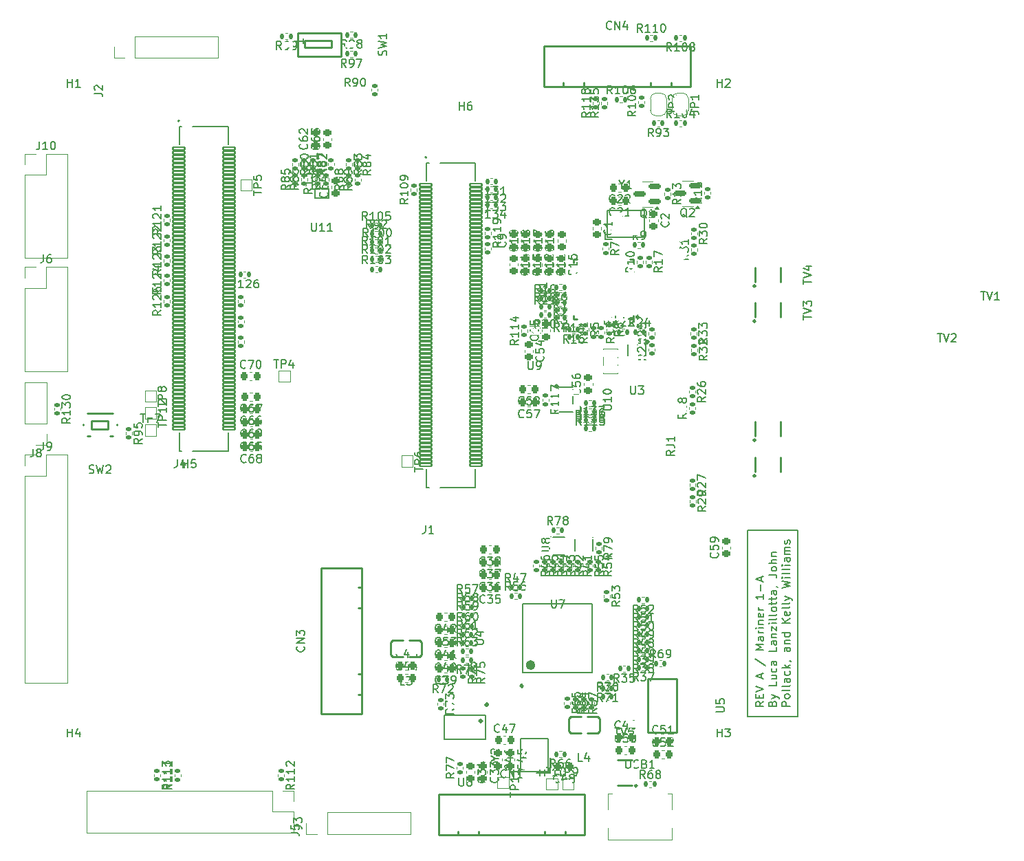
<source format=gbr>
%TF.GenerationSoftware,KiCad,Pcbnew,9.0.3*%
%TF.CreationDate,2025-07-11T15:18:26-07:00*%
%TF.ProjectId,imx8x_carrier_v1,696d7838-785f-4636-9172-726965725f76,A*%
%TF.SameCoordinates,Original*%
%TF.FileFunction,Legend,Top*%
%TF.FilePolarity,Positive*%
%FSLAX46Y46*%
G04 Gerber Fmt 4.6, Leading zero omitted, Abs format (unit mm)*
G04 Created by KiCad (PCBNEW 9.0.3) date 2025-07-11 15:18:26*
%MOMM*%
%LPD*%
G01*
G04 APERTURE LIST*
G04 Aperture macros list*
%AMRoundRect*
0 Rectangle with rounded corners*
0 $1 Rounding radius*
0 $2 $3 $4 $5 $6 $7 $8 $9 X,Y pos of 4 corners*
0 Add a 4 corners polygon primitive as box body*
4,1,4,$2,$3,$4,$5,$6,$7,$8,$9,$2,$3,0*
0 Add four circle primitives for the rounded corners*
1,1,$1+$1,$2,$3*
1,1,$1+$1,$4,$5*
1,1,$1+$1,$6,$7*
1,1,$1+$1,$8,$9*
0 Add four rect primitives between the rounded corners*
20,1,$1+$1,$2,$3,$4,$5,0*
20,1,$1+$1,$4,$5,$6,$7,0*
20,1,$1+$1,$6,$7,$8,$9,0*
20,1,$1+$1,$8,$9,$2,$3,0*%
%AMRotRect*
0 Rectangle, with rotation*
0 The origin of the aperture is its center*
0 $1 length*
0 $2 width*
0 $3 Rotation angle, in degrees counterclockwise*
0 Add horizontal line*
21,1,$1,$2,0,0,$3*%
%AMFreePoly0*
4,1,15,0.215355,0.145355,0.230000,0.110000,0.230000,0.030000,0.215355,-0.005355,0.210697,-0.009468,0.030697,-0.149468,0.000000,-0.160000,-0.180000,-0.160000,-0.215355,-0.145355,-0.230000,-0.110000,-0.230000,0.110000,-0.215355,0.145355,-0.180000,0.160000,0.180000,0.160000,0.215355,0.145355,0.215355,0.145355,$1*%
%AMFreePoly1*
4,1,15,0.030697,0.139468,0.210697,-0.000532,0.229614,-0.033798,0.230000,-0.040000,0.230000,-0.120000,0.215355,-0.155355,0.180000,-0.170000,-0.180000,-0.170000,-0.215355,-0.155355,-0.230000,-0.120000,-0.230000,0.100000,-0.215355,0.135355,-0.180000,0.150000,0.000000,0.150000,0.030697,0.139468,0.030697,0.139468,$1*%
%AMFreePoly2*
4,1,15,0.215355,0.135355,0.230000,0.100000,0.230000,-0.120000,0.215355,-0.155355,0.180000,-0.170000,-0.180000,-0.170000,-0.215355,-0.155355,-0.230000,-0.120000,-0.230000,-0.040000,-0.215355,-0.004645,-0.210697,-0.000532,-0.030697,0.139468,0.000000,0.150000,0.180000,0.150000,0.215355,0.135355,0.215355,0.135355,$1*%
%AMFreePoly3*
4,1,15,0.215355,0.145355,0.230000,0.110000,0.230000,-0.110000,0.215355,-0.145355,0.180000,-0.160000,0.000000,-0.160000,-0.030697,-0.149468,-0.210697,-0.009468,-0.229614,0.023798,-0.230000,0.030000,-0.230000,0.110000,-0.215355,0.145355,-0.180000,0.160000,0.180000,0.160000,0.215355,0.145355,0.215355,0.145355,$1*%
%AMFreePoly4*
4,1,23,0.500000,-0.750000,0.000000,-0.750000,0.000000,-0.745722,-0.065263,-0.745722,-0.191342,-0.711940,-0.304381,-0.646677,-0.396677,-0.554381,-0.461940,-0.441342,-0.495722,-0.315263,-0.495722,-0.250000,-0.500000,-0.250000,-0.500000,0.250000,-0.495722,0.250000,-0.495722,0.315263,-0.461940,0.441342,-0.396677,0.554381,-0.304381,0.646677,-0.191342,0.711940,-0.065263,0.745722,0.000000,0.745722,
0.000000,0.750000,0.500000,0.750000,0.500000,-0.750000,0.500000,-0.750000,$1*%
%AMFreePoly5*
4,1,23,0.000000,0.745722,0.065263,0.745722,0.191342,0.711940,0.304381,0.646677,0.396677,0.554381,0.461940,0.441342,0.495722,0.315263,0.495722,0.250000,0.500000,0.250000,0.500000,-0.250000,0.495722,-0.250000,0.495722,-0.315263,0.461940,-0.441342,0.396677,-0.554381,0.304381,-0.646677,0.191342,-0.711940,0.065263,-0.745722,0.000000,-0.745722,0.000000,-0.750000,-0.500000,-0.750000,
-0.500000,0.750000,0.000000,0.750000,0.000000,0.745722,0.000000,0.745722,$1*%
G04 Aperture macros list end*
%ADD10C,0.150000*%
%ADD11C,0.200000*%
%ADD12C,0.120000*%
%ADD13C,0.250000*%
%ADD14C,0.100000*%
%ADD15C,0.300000*%
%ADD16C,0.600000*%
%ADD17C,0.000000*%
%ADD18RoundRect,0.135000X-0.135000X-0.185000X0.135000X-0.185000X0.135000X0.185000X-0.135000X0.185000X0*%
%ADD19O,1.700000X1.700000*%
%ADD20R,1.700000X1.700000*%
%ADD21C,1.400000*%
%ADD22R,1.400000X1.400000*%
%ADD23RoundRect,0.135000X0.185000X-0.135000X0.185000X0.135000X-0.185000X0.135000X-0.185000X-0.135000X0*%
%ADD24RoundRect,0.135000X-0.185000X0.135000X-0.185000X-0.135000X0.185000X-0.135000X0.185000X0.135000X0*%
%ADD25RoundRect,0.102000X0.725000X-0.152500X0.725000X0.152500X-0.725000X0.152500X-0.725000X-0.152500X0*%
%ADD26C,1.016000*%
%ADD27C,2.500000*%
%ADD28C,1.520000*%
%ADD29C,3.250000*%
%ADD30RoundRect,0.135000X0.135000X0.185000X-0.135000X0.185000X-0.135000X-0.185000X0.135000X-0.185000X0*%
%ADD31RoundRect,0.225000X-0.225000X-0.250000X0.225000X-0.250000X0.225000X0.250000X-0.225000X0.250000X0*%
%ADD32RoundRect,0.225000X0.225000X0.250000X-0.225000X0.250000X-0.225000X-0.250000X0.225000X-0.250000X0*%
%ADD33R,1.400000X1.150000*%
%ADD34RoundRect,0.225000X0.250000X-0.225000X0.250000X0.225000X-0.250000X0.225000X-0.250000X-0.225000X0*%
%ADD35R,0.450000X1.380000*%
%ADD36R,2.380000X1.900000*%
%ADD37R,1.480000X2.100000*%
%ADD38R,1.180000X1.900000*%
%ADD39R,0.600000X1.100000*%
%ADD40R,0.420000X0.600000*%
%ADD41RoundRect,0.225000X-0.250000X0.225000X-0.250000X-0.225000X0.250000X-0.225000X0.250000X0.225000X0*%
%ADD42FreePoly0,180.000000*%
%ADD43FreePoly1,180.000000*%
%ADD44FreePoly2,180.000000*%
%ADD45FreePoly3,180.000000*%
%ADD46RotRect,0.480000X0.480000X225.000000*%
%ADD47R,1.000000X1.000000*%
%ADD48R,1.130000X1.380000*%
%ADD49R,1.200000X1.400000*%
%ADD50R,0.380000X0.780000*%
%ADD51RoundRect,0.150000X0.587500X0.150000X-0.587500X0.150000X-0.587500X-0.150000X0.587500X-0.150000X0*%
%ADD52C,4.700000*%
%ADD53R,1.270000X0.760000*%
%ADD54R,1.000000X1.100000*%
%ADD55R,2.000000X0.700000*%
%ADD56R,1.100000X0.600000*%
%ADD57FreePoly4,270.000000*%
%ADD58FreePoly5,270.000000*%
%ADD59R,2.200000X0.900000*%
%ADD60R,2.200000X3.500000*%
%ADD61O,0.850000X0.280000*%
%ADD62O,0.280000X0.850000*%
%ADD63R,4.100000X4.100000*%
%ADD64O,0.590000X2.050000*%
%ADD65R,1.160000X0.490000*%
%ADD66R,1.180000X0.490000*%
%ADD67C,0.200000*%
%ADD68R,0.600000X0.420000*%
%ADD69O,0.280000X1.800000*%
%ADD70O,1.800000X0.280000*%
G04 APERTURE END LIST*
D10*
X153267319Y-120525092D02*
X152791128Y-120858425D01*
X153267319Y-121096520D02*
X152267319Y-121096520D01*
X152267319Y-121096520D02*
X152267319Y-120715568D01*
X152267319Y-120715568D02*
X152314938Y-120620330D01*
X152314938Y-120620330D02*
X152362557Y-120572711D01*
X152362557Y-120572711D02*
X152457795Y-120525092D01*
X152457795Y-120525092D02*
X152600652Y-120525092D01*
X152600652Y-120525092D02*
X152695890Y-120572711D01*
X152695890Y-120572711D02*
X152743509Y-120620330D01*
X152743509Y-120620330D02*
X152791128Y-120715568D01*
X152791128Y-120715568D02*
X152791128Y-121096520D01*
X152743509Y-120096520D02*
X152743509Y-119763187D01*
X153267319Y-119620330D02*
X153267319Y-120096520D01*
X153267319Y-120096520D02*
X152267319Y-120096520D01*
X152267319Y-120096520D02*
X152267319Y-119620330D01*
X152267319Y-119334615D02*
X153267319Y-119001282D01*
X153267319Y-119001282D02*
X152267319Y-118667949D01*
X152981604Y-117620329D02*
X152981604Y-117144139D01*
X153267319Y-117715567D02*
X152267319Y-117382234D01*
X152267319Y-117382234D02*
X153267319Y-117048901D01*
X152219700Y-115239377D02*
X153505414Y-116096519D01*
X153267319Y-114144138D02*
X152267319Y-114144138D01*
X152267319Y-114144138D02*
X152981604Y-113810805D01*
X152981604Y-113810805D02*
X152267319Y-113477472D01*
X152267319Y-113477472D02*
X153267319Y-113477472D01*
X153267319Y-112572710D02*
X152743509Y-112572710D01*
X152743509Y-112572710D02*
X152648271Y-112620329D01*
X152648271Y-112620329D02*
X152600652Y-112715567D01*
X152600652Y-112715567D02*
X152600652Y-112906043D01*
X152600652Y-112906043D02*
X152648271Y-113001281D01*
X153219700Y-112572710D02*
X153267319Y-112667948D01*
X153267319Y-112667948D02*
X153267319Y-112906043D01*
X153267319Y-112906043D02*
X153219700Y-113001281D01*
X153219700Y-113001281D02*
X153124461Y-113048900D01*
X153124461Y-113048900D02*
X153029223Y-113048900D01*
X153029223Y-113048900D02*
X152933985Y-113001281D01*
X152933985Y-113001281D02*
X152886366Y-112906043D01*
X152886366Y-112906043D02*
X152886366Y-112667948D01*
X152886366Y-112667948D02*
X152838747Y-112572710D01*
X153267319Y-112096519D02*
X152600652Y-112096519D01*
X152791128Y-112096519D02*
X152695890Y-112048900D01*
X152695890Y-112048900D02*
X152648271Y-112001281D01*
X152648271Y-112001281D02*
X152600652Y-111906043D01*
X152600652Y-111906043D02*
X152600652Y-111810805D01*
X153267319Y-111477471D02*
X152600652Y-111477471D01*
X152267319Y-111477471D02*
X152314938Y-111525090D01*
X152314938Y-111525090D02*
X152362557Y-111477471D01*
X152362557Y-111477471D02*
X152314938Y-111429852D01*
X152314938Y-111429852D02*
X152267319Y-111477471D01*
X152267319Y-111477471D02*
X152362557Y-111477471D01*
X152600652Y-111001281D02*
X153267319Y-111001281D01*
X152695890Y-111001281D02*
X152648271Y-110953662D01*
X152648271Y-110953662D02*
X152600652Y-110858424D01*
X152600652Y-110858424D02*
X152600652Y-110715567D01*
X152600652Y-110715567D02*
X152648271Y-110620329D01*
X152648271Y-110620329D02*
X152743509Y-110572710D01*
X152743509Y-110572710D02*
X153267319Y-110572710D01*
X153219700Y-109715567D02*
X153267319Y-109810805D01*
X153267319Y-109810805D02*
X153267319Y-110001281D01*
X153267319Y-110001281D02*
X153219700Y-110096519D01*
X153219700Y-110096519D02*
X153124461Y-110144138D01*
X153124461Y-110144138D02*
X152743509Y-110144138D01*
X152743509Y-110144138D02*
X152648271Y-110096519D01*
X152648271Y-110096519D02*
X152600652Y-110001281D01*
X152600652Y-110001281D02*
X152600652Y-109810805D01*
X152600652Y-109810805D02*
X152648271Y-109715567D01*
X152648271Y-109715567D02*
X152743509Y-109667948D01*
X152743509Y-109667948D02*
X152838747Y-109667948D01*
X152838747Y-109667948D02*
X152933985Y-110144138D01*
X153267319Y-109239376D02*
X152600652Y-109239376D01*
X152791128Y-109239376D02*
X152695890Y-109191757D01*
X152695890Y-109191757D02*
X152648271Y-109144138D01*
X152648271Y-109144138D02*
X152600652Y-109048900D01*
X152600652Y-109048900D02*
X152600652Y-108953662D01*
X153267319Y-107334614D02*
X153267319Y-107906042D01*
X153267319Y-107620328D02*
X152267319Y-107620328D01*
X152267319Y-107620328D02*
X152410176Y-107715566D01*
X152410176Y-107715566D02*
X152505414Y-107810804D01*
X152505414Y-107810804D02*
X152553033Y-107906042D01*
X152886366Y-106906042D02*
X152886366Y-106144138D01*
X152981604Y-105715566D02*
X152981604Y-105239376D01*
X153267319Y-105810804D02*
X152267319Y-105477471D01*
X152267319Y-105477471D02*
X153267319Y-105144138D01*
X154353453Y-120763187D02*
X154401072Y-120620330D01*
X154401072Y-120620330D02*
X154448691Y-120572711D01*
X154448691Y-120572711D02*
X154543929Y-120525092D01*
X154543929Y-120525092D02*
X154686786Y-120525092D01*
X154686786Y-120525092D02*
X154782024Y-120572711D01*
X154782024Y-120572711D02*
X154829644Y-120620330D01*
X154829644Y-120620330D02*
X154877263Y-120715568D01*
X154877263Y-120715568D02*
X154877263Y-121096520D01*
X154877263Y-121096520D02*
X153877263Y-121096520D01*
X153877263Y-121096520D02*
X153877263Y-120763187D01*
X153877263Y-120763187D02*
X153924882Y-120667949D01*
X153924882Y-120667949D02*
X153972501Y-120620330D01*
X153972501Y-120620330D02*
X154067739Y-120572711D01*
X154067739Y-120572711D02*
X154162977Y-120572711D01*
X154162977Y-120572711D02*
X154258215Y-120620330D01*
X154258215Y-120620330D02*
X154305834Y-120667949D01*
X154305834Y-120667949D02*
X154353453Y-120763187D01*
X154353453Y-120763187D02*
X154353453Y-121096520D01*
X154210596Y-120191758D02*
X154877263Y-119953663D01*
X154210596Y-119715568D02*
X154877263Y-119953663D01*
X154877263Y-119953663D02*
X155115358Y-120048901D01*
X155115358Y-120048901D02*
X155162977Y-120096520D01*
X155162977Y-120096520D02*
X155210596Y-120191758D01*
X154877263Y-118096520D02*
X154877263Y-118572710D01*
X154877263Y-118572710D02*
X153877263Y-118572710D01*
X154210596Y-117334615D02*
X154877263Y-117334615D01*
X154210596Y-117763186D02*
X154734405Y-117763186D01*
X154734405Y-117763186D02*
X154829644Y-117715567D01*
X154829644Y-117715567D02*
X154877263Y-117620329D01*
X154877263Y-117620329D02*
X154877263Y-117477472D01*
X154877263Y-117477472D02*
X154829644Y-117382234D01*
X154829644Y-117382234D02*
X154782024Y-117334615D01*
X154829644Y-116429853D02*
X154877263Y-116525091D01*
X154877263Y-116525091D02*
X154877263Y-116715567D01*
X154877263Y-116715567D02*
X154829644Y-116810805D01*
X154829644Y-116810805D02*
X154782024Y-116858424D01*
X154782024Y-116858424D02*
X154686786Y-116906043D01*
X154686786Y-116906043D02*
X154401072Y-116906043D01*
X154401072Y-116906043D02*
X154305834Y-116858424D01*
X154305834Y-116858424D02*
X154258215Y-116810805D01*
X154258215Y-116810805D02*
X154210596Y-116715567D01*
X154210596Y-116715567D02*
X154210596Y-116525091D01*
X154210596Y-116525091D02*
X154258215Y-116429853D01*
X154877263Y-115572710D02*
X154353453Y-115572710D01*
X154353453Y-115572710D02*
X154258215Y-115620329D01*
X154258215Y-115620329D02*
X154210596Y-115715567D01*
X154210596Y-115715567D02*
X154210596Y-115906043D01*
X154210596Y-115906043D02*
X154258215Y-116001281D01*
X154829644Y-115572710D02*
X154877263Y-115667948D01*
X154877263Y-115667948D02*
X154877263Y-115906043D01*
X154877263Y-115906043D02*
X154829644Y-116001281D01*
X154829644Y-116001281D02*
X154734405Y-116048900D01*
X154734405Y-116048900D02*
X154639167Y-116048900D01*
X154639167Y-116048900D02*
X154543929Y-116001281D01*
X154543929Y-116001281D02*
X154496310Y-115906043D01*
X154496310Y-115906043D02*
X154496310Y-115667948D01*
X154496310Y-115667948D02*
X154448691Y-115572710D01*
X154877263Y-113858424D02*
X154877263Y-114334614D01*
X154877263Y-114334614D02*
X153877263Y-114334614D01*
X154877263Y-113096519D02*
X154353453Y-113096519D01*
X154353453Y-113096519D02*
X154258215Y-113144138D01*
X154258215Y-113144138D02*
X154210596Y-113239376D01*
X154210596Y-113239376D02*
X154210596Y-113429852D01*
X154210596Y-113429852D02*
X154258215Y-113525090D01*
X154829644Y-113096519D02*
X154877263Y-113191757D01*
X154877263Y-113191757D02*
X154877263Y-113429852D01*
X154877263Y-113429852D02*
X154829644Y-113525090D01*
X154829644Y-113525090D02*
X154734405Y-113572709D01*
X154734405Y-113572709D02*
X154639167Y-113572709D01*
X154639167Y-113572709D02*
X154543929Y-113525090D01*
X154543929Y-113525090D02*
X154496310Y-113429852D01*
X154496310Y-113429852D02*
X154496310Y-113191757D01*
X154496310Y-113191757D02*
X154448691Y-113096519D01*
X154210596Y-112620328D02*
X154877263Y-112620328D01*
X154305834Y-112620328D02*
X154258215Y-112572709D01*
X154258215Y-112572709D02*
X154210596Y-112477471D01*
X154210596Y-112477471D02*
X154210596Y-112334614D01*
X154210596Y-112334614D02*
X154258215Y-112239376D01*
X154258215Y-112239376D02*
X154353453Y-112191757D01*
X154353453Y-112191757D02*
X154877263Y-112191757D01*
X154210596Y-111810804D02*
X154210596Y-111286995D01*
X154210596Y-111286995D02*
X154877263Y-111810804D01*
X154877263Y-111810804D02*
X154877263Y-111286995D01*
X154877263Y-110906042D02*
X154210596Y-110906042D01*
X153877263Y-110906042D02*
X153924882Y-110953661D01*
X153924882Y-110953661D02*
X153972501Y-110906042D01*
X153972501Y-110906042D02*
X153924882Y-110858423D01*
X153924882Y-110858423D02*
X153877263Y-110906042D01*
X153877263Y-110906042D02*
X153972501Y-110906042D01*
X154877263Y-110286995D02*
X154829644Y-110382233D01*
X154829644Y-110382233D02*
X154734405Y-110429852D01*
X154734405Y-110429852D02*
X153877263Y-110429852D01*
X154877263Y-109763185D02*
X154829644Y-109858423D01*
X154829644Y-109858423D02*
X154734405Y-109906042D01*
X154734405Y-109906042D02*
X153877263Y-109906042D01*
X154877263Y-109239375D02*
X154829644Y-109334613D01*
X154829644Y-109334613D02*
X154782024Y-109382232D01*
X154782024Y-109382232D02*
X154686786Y-109429851D01*
X154686786Y-109429851D02*
X154401072Y-109429851D01*
X154401072Y-109429851D02*
X154305834Y-109382232D01*
X154305834Y-109382232D02*
X154258215Y-109334613D01*
X154258215Y-109334613D02*
X154210596Y-109239375D01*
X154210596Y-109239375D02*
X154210596Y-109096518D01*
X154210596Y-109096518D02*
X154258215Y-109001280D01*
X154258215Y-109001280D02*
X154305834Y-108953661D01*
X154305834Y-108953661D02*
X154401072Y-108906042D01*
X154401072Y-108906042D02*
X154686786Y-108906042D01*
X154686786Y-108906042D02*
X154782024Y-108953661D01*
X154782024Y-108953661D02*
X154829644Y-109001280D01*
X154829644Y-109001280D02*
X154877263Y-109096518D01*
X154877263Y-109096518D02*
X154877263Y-109239375D01*
X154210596Y-108620327D02*
X154210596Y-108239375D01*
X153877263Y-108477470D02*
X154734405Y-108477470D01*
X154734405Y-108477470D02*
X154829644Y-108429851D01*
X154829644Y-108429851D02*
X154877263Y-108334613D01*
X154877263Y-108334613D02*
X154877263Y-108239375D01*
X154210596Y-108048898D02*
X154210596Y-107667946D01*
X153877263Y-107906041D02*
X154734405Y-107906041D01*
X154734405Y-107906041D02*
X154829644Y-107858422D01*
X154829644Y-107858422D02*
X154877263Y-107763184D01*
X154877263Y-107763184D02*
X154877263Y-107667946D01*
X154877263Y-106906041D02*
X154353453Y-106906041D01*
X154353453Y-106906041D02*
X154258215Y-106953660D01*
X154258215Y-106953660D02*
X154210596Y-107048898D01*
X154210596Y-107048898D02*
X154210596Y-107239374D01*
X154210596Y-107239374D02*
X154258215Y-107334612D01*
X154829644Y-106906041D02*
X154877263Y-107001279D01*
X154877263Y-107001279D02*
X154877263Y-107239374D01*
X154877263Y-107239374D02*
X154829644Y-107334612D01*
X154829644Y-107334612D02*
X154734405Y-107382231D01*
X154734405Y-107382231D02*
X154639167Y-107382231D01*
X154639167Y-107382231D02*
X154543929Y-107334612D01*
X154543929Y-107334612D02*
X154496310Y-107239374D01*
X154496310Y-107239374D02*
X154496310Y-107001279D01*
X154496310Y-107001279D02*
X154448691Y-106906041D01*
X154829644Y-106382231D02*
X154877263Y-106382231D01*
X154877263Y-106382231D02*
X154972501Y-106429850D01*
X154972501Y-106429850D02*
X155020120Y-106477469D01*
X153877263Y-104906041D02*
X154591548Y-104906041D01*
X154591548Y-104906041D02*
X154734405Y-104953660D01*
X154734405Y-104953660D02*
X154829644Y-105048898D01*
X154829644Y-105048898D02*
X154877263Y-105191755D01*
X154877263Y-105191755D02*
X154877263Y-105286993D01*
X154877263Y-104286993D02*
X154829644Y-104382231D01*
X154829644Y-104382231D02*
X154782024Y-104429850D01*
X154782024Y-104429850D02*
X154686786Y-104477469D01*
X154686786Y-104477469D02*
X154401072Y-104477469D01*
X154401072Y-104477469D02*
X154305834Y-104429850D01*
X154305834Y-104429850D02*
X154258215Y-104382231D01*
X154258215Y-104382231D02*
X154210596Y-104286993D01*
X154210596Y-104286993D02*
X154210596Y-104144136D01*
X154210596Y-104144136D02*
X154258215Y-104048898D01*
X154258215Y-104048898D02*
X154305834Y-104001279D01*
X154305834Y-104001279D02*
X154401072Y-103953660D01*
X154401072Y-103953660D02*
X154686786Y-103953660D01*
X154686786Y-103953660D02*
X154782024Y-104001279D01*
X154782024Y-104001279D02*
X154829644Y-104048898D01*
X154829644Y-104048898D02*
X154877263Y-104144136D01*
X154877263Y-104144136D02*
X154877263Y-104286993D01*
X154877263Y-103525088D02*
X153877263Y-103525088D01*
X154877263Y-103096517D02*
X154353453Y-103096517D01*
X154353453Y-103096517D02*
X154258215Y-103144136D01*
X154258215Y-103144136D02*
X154210596Y-103239374D01*
X154210596Y-103239374D02*
X154210596Y-103382231D01*
X154210596Y-103382231D02*
X154258215Y-103477469D01*
X154258215Y-103477469D02*
X154305834Y-103525088D01*
X154210596Y-102620326D02*
X154877263Y-102620326D01*
X154305834Y-102620326D02*
X154258215Y-102572707D01*
X154258215Y-102572707D02*
X154210596Y-102477469D01*
X154210596Y-102477469D02*
X154210596Y-102334612D01*
X154210596Y-102334612D02*
X154258215Y-102239374D01*
X154258215Y-102239374D02*
X154353453Y-102191755D01*
X154353453Y-102191755D02*
X154877263Y-102191755D01*
X156487207Y-121096520D02*
X155487207Y-121096520D01*
X155487207Y-121096520D02*
X155487207Y-120715568D01*
X155487207Y-120715568D02*
X155534826Y-120620330D01*
X155534826Y-120620330D02*
X155582445Y-120572711D01*
X155582445Y-120572711D02*
X155677683Y-120525092D01*
X155677683Y-120525092D02*
X155820540Y-120525092D01*
X155820540Y-120525092D02*
X155915778Y-120572711D01*
X155915778Y-120572711D02*
X155963397Y-120620330D01*
X155963397Y-120620330D02*
X156011016Y-120715568D01*
X156011016Y-120715568D02*
X156011016Y-121096520D01*
X156487207Y-119953663D02*
X156439588Y-120048901D01*
X156439588Y-120048901D02*
X156391968Y-120096520D01*
X156391968Y-120096520D02*
X156296730Y-120144139D01*
X156296730Y-120144139D02*
X156011016Y-120144139D01*
X156011016Y-120144139D02*
X155915778Y-120096520D01*
X155915778Y-120096520D02*
X155868159Y-120048901D01*
X155868159Y-120048901D02*
X155820540Y-119953663D01*
X155820540Y-119953663D02*
X155820540Y-119810806D01*
X155820540Y-119810806D02*
X155868159Y-119715568D01*
X155868159Y-119715568D02*
X155915778Y-119667949D01*
X155915778Y-119667949D02*
X156011016Y-119620330D01*
X156011016Y-119620330D02*
X156296730Y-119620330D01*
X156296730Y-119620330D02*
X156391968Y-119667949D01*
X156391968Y-119667949D02*
X156439588Y-119715568D01*
X156439588Y-119715568D02*
X156487207Y-119810806D01*
X156487207Y-119810806D02*
X156487207Y-119953663D01*
X156487207Y-119048901D02*
X156439588Y-119144139D01*
X156439588Y-119144139D02*
X156344349Y-119191758D01*
X156344349Y-119191758D02*
X155487207Y-119191758D01*
X156487207Y-118525091D02*
X156439588Y-118620329D01*
X156439588Y-118620329D02*
X156344349Y-118667948D01*
X156344349Y-118667948D02*
X155487207Y-118667948D01*
X156487207Y-117715567D02*
X155963397Y-117715567D01*
X155963397Y-117715567D02*
X155868159Y-117763186D01*
X155868159Y-117763186D02*
X155820540Y-117858424D01*
X155820540Y-117858424D02*
X155820540Y-118048900D01*
X155820540Y-118048900D02*
X155868159Y-118144138D01*
X156439588Y-117715567D02*
X156487207Y-117810805D01*
X156487207Y-117810805D02*
X156487207Y-118048900D01*
X156487207Y-118048900D02*
X156439588Y-118144138D01*
X156439588Y-118144138D02*
X156344349Y-118191757D01*
X156344349Y-118191757D02*
X156249111Y-118191757D01*
X156249111Y-118191757D02*
X156153873Y-118144138D01*
X156153873Y-118144138D02*
X156106254Y-118048900D01*
X156106254Y-118048900D02*
X156106254Y-117810805D01*
X156106254Y-117810805D02*
X156058635Y-117715567D01*
X156439588Y-116810805D02*
X156487207Y-116906043D01*
X156487207Y-116906043D02*
X156487207Y-117096519D01*
X156487207Y-117096519D02*
X156439588Y-117191757D01*
X156439588Y-117191757D02*
X156391968Y-117239376D01*
X156391968Y-117239376D02*
X156296730Y-117286995D01*
X156296730Y-117286995D02*
X156011016Y-117286995D01*
X156011016Y-117286995D02*
X155915778Y-117239376D01*
X155915778Y-117239376D02*
X155868159Y-117191757D01*
X155868159Y-117191757D02*
X155820540Y-117096519D01*
X155820540Y-117096519D02*
X155820540Y-116906043D01*
X155820540Y-116906043D02*
X155868159Y-116810805D01*
X156487207Y-116382233D02*
X155487207Y-116382233D01*
X156106254Y-116286995D02*
X156487207Y-116001281D01*
X155820540Y-116001281D02*
X156201492Y-116382233D01*
X156439588Y-115525090D02*
X156487207Y-115525090D01*
X156487207Y-115525090D02*
X156582445Y-115572709D01*
X156582445Y-115572709D02*
X156630064Y-115620328D01*
X156487207Y-113906043D02*
X155963397Y-113906043D01*
X155963397Y-113906043D02*
X155868159Y-113953662D01*
X155868159Y-113953662D02*
X155820540Y-114048900D01*
X155820540Y-114048900D02*
X155820540Y-114239376D01*
X155820540Y-114239376D02*
X155868159Y-114334614D01*
X156439588Y-113906043D02*
X156487207Y-114001281D01*
X156487207Y-114001281D02*
X156487207Y-114239376D01*
X156487207Y-114239376D02*
X156439588Y-114334614D01*
X156439588Y-114334614D02*
X156344349Y-114382233D01*
X156344349Y-114382233D02*
X156249111Y-114382233D01*
X156249111Y-114382233D02*
X156153873Y-114334614D01*
X156153873Y-114334614D02*
X156106254Y-114239376D01*
X156106254Y-114239376D02*
X156106254Y-114001281D01*
X156106254Y-114001281D02*
X156058635Y-113906043D01*
X155820540Y-113429852D02*
X156487207Y-113429852D01*
X155915778Y-113429852D02*
X155868159Y-113382233D01*
X155868159Y-113382233D02*
X155820540Y-113286995D01*
X155820540Y-113286995D02*
X155820540Y-113144138D01*
X155820540Y-113144138D02*
X155868159Y-113048900D01*
X155868159Y-113048900D02*
X155963397Y-113001281D01*
X155963397Y-113001281D02*
X156487207Y-113001281D01*
X156487207Y-112096519D02*
X155487207Y-112096519D01*
X156439588Y-112096519D02*
X156487207Y-112191757D01*
X156487207Y-112191757D02*
X156487207Y-112382233D01*
X156487207Y-112382233D02*
X156439588Y-112477471D01*
X156439588Y-112477471D02*
X156391968Y-112525090D01*
X156391968Y-112525090D02*
X156296730Y-112572709D01*
X156296730Y-112572709D02*
X156011016Y-112572709D01*
X156011016Y-112572709D02*
X155915778Y-112525090D01*
X155915778Y-112525090D02*
X155868159Y-112477471D01*
X155868159Y-112477471D02*
X155820540Y-112382233D01*
X155820540Y-112382233D02*
X155820540Y-112191757D01*
X155820540Y-112191757D02*
X155868159Y-112096519D01*
X156487207Y-110858423D02*
X155487207Y-110858423D01*
X156487207Y-110286995D02*
X155915778Y-110715566D01*
X155487207Y-110286995D02*
X156058635Y-110858423D01*
X156439588Y-109477471D02*
X156487207Y-109572709D01*
X156487207Y-109572709D02*
X156487207Y-109763185D01*
X156487207Y-109763185D02*
X156439588Y-109858423D01*
X156439588Y-109858423D02*
X156344349Y-109906042D01*
X156344349Y-109906042D02*
X155963397Y-109906042D01*
X155963397Y-109906042D02*
X155868159Y-109858423D01*
X155868159Y-109858423D02*
X155820540Y-109763185D01*
X155820540Y-109763185D02*
X155820540Y-109572709D01*
X155820540Y-109572709D02*
X155868159Y-109477471D01*
X155868159Y-109477471D02*
X155963397Y-109429852D01*
X155963397Y-109429852D02*
X156058635Y-109429852D01*
X156058635Y-109429852D02*
X156153873Y-109906042D01*
X156487207Y-108858423D02*
X156439588Y-108953661D01*
X156439588Y-108953661D02*
X156344349Y-109001280D01*
X156344349Y-109001280D02*
X155487207Y-109001280D01*
X156487207Y-108334613D02*
X156439588Y-108429851D01*
X156439588Y-108429851D02*
X156344349Y-108477470D01*
X156344349Y-108477470D02*
X155487207Y-108477470D01*
X155820540Y-108048898D02*
X156487207Y-107810803D01*
X155820540Y-107572708D02*
X156487207Y-107810803D01*
X156487207Y-107810803D02*
X156725302Y-107906041D01*
X156725302Y-107906041D02*
X156772921Y-107953660D01*
X156772921Y-107953660D02*
X156820540Y-108048898D01*
X155487207Y-106525088D02*
X156487207Y-106286993D01*
X156487207Y-106286993D02*
X155772921Y-106096517D01*
X155772921Y-106096517D02*
X156487207Y-105906041D01*
X156487207Y-105906041D02*
X155487207Y-105667946D01*
X156487207Y-105286993D02*
X155820540Y-105286993D01*
X155487207Y-105286993D02*
X155534826Y-105334612D01*
X155534826Y-105334612D02*
X155582445Y-105286993D01*
X155582445Y-105286993D02*
X155534826Y-105239374D01*
X155534826Y-105239374D02*
X155487207Y-105286993D01*
X155487207Y-105286993D02*
X155582445Y-105286993D01*
X156487207Y-104667946D02*
X156439588Y-104763184D01*
X156439588Y-104763184D02*
X156344349Y-104810803D01*
X156344349Y-104810803D02*
X155487207Y-104810803D01*
X156487207Y-104144136D02*
X156439588Y-104239374D01*
X156439588Y-104239374D02*
X156344349Y-104286993D01*
X156344349Y-104286993D02*
X155487207Y-104286993D01*
X156487207Y-103763183D02*
X155820540Y-103763183D01*
X155487207Y-103763183D02*
X155534826Y-103810802D01*
X155534826Y-103810802D02*
X155582445Y-103763183D01*
X155582445Y-103763183D02*
X155534826Y-103715564D01*
X155534826Y-103715564D02*
X155487207Y-103763183D01*
X155487207Y-103763183D02*
X155582445Y-103763183D01*
X156487207Y-102858422D02*
X155963397Y-102858422D01*
X155963397Y-102858422D02*
X155868159Y-102906041D01*
X155868159Y-102906041D02*
X155820540Y-103001279D01*
X155820540Y-103001279D02*
X155820540Y-103191755D01*
X155820540Y-103191755D02*
X155868159Y-103286993D01*
X156439588Y-102858422D02*
X156487207Y-102953660D01*
X156487207Y-102953660D02*
X156487207Y-103191755D01*
X156487207Y-103191755D02*
X156439588Y-103286993D01*
X156439588Y-103286993D02*
X156344349Y-103334612D01*
X156344349Y-103334612D02*
X156249111Y-103334612D01*
X156249111Y-103334612D02*
X156153873Y-103286993D01*
X156153873Y-103286993D02*
X156106254Y-103191755D01*
X156106254Y-103191755D02*
X156106254Y-102953660D01*
X156106254Y-102953660D02*
X156058635Y-102858422D01*
X156487207Y-102382231D02*
X155820540Y-102382231D01*
X155915778Y-102382231D02*
X155868159Y-102334612D01*
X155868159Y-102334612D02*
X155820540Y-102239374D01*
X155820540Y-102239374D02*
X155820540Y-102096517D01*
X155820540Y-102096517D02*
X155868159Y-102001279D01*
X155868159Y-102001279D02*
X155963397Y-101953660D01*
X155963397Y-101953660D02*
X156487207Y-101953660D01*
X155963397Y-101953660D02*
X155868159Y-101906041D01*
X155868159Y-101906041D02*
X155820540Y-101810803D01*
X155820540Y-101810803D02*
X155820540Y-101667946D01*
X155820540Y-101667946D02*
X155868159Y-101572707D01*
X155868159Y-101572707D02*
X155963397Y-101525088D01*
X155963397Y-101525088D02*
X156487207Y-101525088D01*
X156439588Y-101096517D02*
X156487207Y-101001279D01*
X156487207Y-101001279D02*
X156487207Y-100810803D01*
X156487207Y-100810803D02*
X156439588Y-100715565D01*
X156439588Y-100715565D02*
X156344349Y-100667946D01*
X156344349Y-100667946D02*
X156296730Y-100667946D01*
X156296730Y-100667946D02*
X156201492Y-100715565D01*
X156201492Y-100715565D02*
X156153873Y-100810803D01*
X156153873Y-100810803D02*
X156153873Y-100953660D01*
X156153873Y-100953660D02*
X156106254Y-101048898D01*
X156106254Y-101048898D02*
X156011016Y-101096517D01*
X156011016Y-101096517D02*
X155963397Y-101096517D01*
X155963397Y-101096517D02*
X155868159Y-101048898D01*
X155868159Y-101048898D02*
X155820540Y-100953660D01*
X155820540Y-100953660D02*
X155820540Y-100810803D01*
X155820540Y-100810803D02*
X155868159Y-100715565D01*
X151300000Y-99450000D02*
X157446800Y-99450000D01*
X157446800Y-122360800D01*
X151300000Y-122360800D01*
X151300000Y-99450000D01*
X130780952Y-86184819D02*
X130447619Y-85708628D01*
X130209524Y-86184819D02*
X130209524Y-85184819D01*
X130209524Y-85184819D02*
X130590476Y-85184819D01*
X130590476Y-85184819D02*
X130685714Y-85232438D01*
X130685714Y-85232438D02*
X130733333Y-85280057D01*
X130733333Y-85280057D02*
X130780952Y-85375295D01*
X130780952Y-85375295D02*
X130780952Y-85518152D01*
X130780952Y-85518152D02*
X130733333Y-85613390D01*
X130733333Y-85613390D02*
X130685714Y-85661009D01*
X130685714Y-85661009D02*
X130590476Y-85708628D01*
X130590476Y-85708628D02*
X130209524Y-85708628D01*
X131733333Y-86184819D02*
X131161905Y-86184819D01*
X131447619Y-86184819D02*
X131447619Y-85184819D01*
X131447619Y-85184819D02*
X131352381Y-85327676D01*
X131352381Y-85327676D02*
X131257143Y-85422914D01*
X131257143Y-85422914D02*
X131161905Y-85470533D01*
X132066667Y-85184819D02*
X132685714Y-85184819D01*
X132685714Y-85184819D02*
X132352381Y-85565771D01*
X132352381Y-85565771D02*
X132495238Y-85565771D01*
X132495238Y-85565771D02*
X132590476Y-85613390D01*
X132590476Y-85613390D02*
X132638095Y-85661009D01*
X132638095Y-85661009D02*
X132685714Y-85756247D01*
X132685714Y-85756247D02*
X132685714Y-85994342D01*
X132685714Y-85994342D02*
X132638095Y-86089580D01*
X132638095Y-86089580D02*
X132590476Y-86137200D01*
X132590476Y-86137200D02*
X132495238Y-86184819D01*
X132495238Y-86184819D02*
X132209524Y-86184819D01*
X132209524Y-86184819D02*
X132114286Y-86137200D01*
X132114286Y-86137200D02*
X132066667Y-86089580D01*
X133257143Y-85613390D02*
X133161905Y-85565771D01*
X133161905Y-85565771D02*
X133114286Y-85518152D01*
X133114286Y-85518152D02*
X133066667Y-85422914D01*
X133066667Y-85422914D02*
X133066667Y-85375295D01*
X133066667Y-85375295D02*
X133114286Y-85280057D01*
X133114286Y-85280057D02*
X133161905Y-85232438D01*
X133161905Y-85232438D02*
X133257143Y-85184819D01*
X133257143Y-85184819D02*
X133447619Y-85184819D01*
X133447619Y-85184819D02*
X133542857Y-85232438D01*
X133542857Y-85232438D02*
X133590476Y-85280057D01*
X133590476Y-85280057D02*
X133638095Y-85375295D01*
X133638095Y-85375295D02*
X133638095Y-85422914D01*
X133638095Y-85422914D02*
X133590476Y-85518152D01*
X133590476Y-85518152D02*
X133542857Y-85565771D01*
X133542857Y-85565771D02*
X133447619Y-85613390D01*
X133447619Y-85613390D02*
X133257143Y-85613390D01*
X133257143Y-85613390D02*
X133161905Y-85661009D01*
X133161905Y-85661009D02*
X133114286Y-85708628D01*
X133114286Y-85708628D02*
X133066667Y-85803866D01*
X133066667Y-85803866D02*
X133066667Y-85994342D01*
X133066667Y-85994342D02*
X133114286Y-86089580D01*
X133114286Y-86089580D02*
X133161905Y-86137200D01*
X133161905Y-86137200D02*
X133257143Y-86184819D01*
X133257143Y-86184819D02*
X133447619Y-86184819D01*
X133447619Y-86184819D02*
X133542857Y-86137200D01*
X133542857Y-86137200D02*
X133590476Y-86089580D01*
X133590476Y-86089580D02*
X133638095Y-85994342D01*
X133638095Y-85994342D02*
X133638095Y-85803866D01*
X133638095Y-85803866D02*
X133590476Y-85708628D01*
X133590476Y-85708628D02*
X133542857Y-85661009D01*
X133542857Y-85661009D02*
X133447619Y-85613390D01*
X130780952Y-85184819D02*
X130447619Y-84708628D01*
X130209524Y-85184819D02*
X130209524Y-84184819D01*
X130209524Y-84184819D02*
X130590476Y-84184819D01*
X130590476Y-84184819D02*
X130685714Y-84232438D01*
X130685714Y-84232438D02*
X130733333Y-84280057D01*
X130733333Y-84280057D02*
X130780952Y-84375295D01*
X130780952Y-84375295D02*
X130780952Y-84518152D01*
X130780952Y-84518152D02*
X130733333Y-84613390D01*
X130733333Y-84613390D02*
X130685714Y-84661009D01*
X130685714Y-84661009D02*
X130590476Y-84708628D01*
X130590476Y-84708628D02*
X130209524Y-84708628D01*
X131733333Y-85184819D02*
X131161905Y-85184819D01*
X131447619Y-85184819D02*
X131447619Y-84184819D01*
X131447619Y-84184819D02*
X131352381Y-84327676D01*
X131352381Y-84327676D02*
X131257143Y-84422914D01*
X131257143Y-84422914D02*
X131161905Y-84470533D01*
X132066667Y-84184819D02*
X132685714Y-84184819D01*
X132685714Y-84184819D02*
X132352381Y-84565771D01*
X132352381Y-84565771D02*
X132495238Y-84565771D01*
X132495238Y-84565771D02*
X132590476Y-84613390D01*
X132590476Y-84613390D02*
X132638095Y-84661009D01*
X132638095Y-84661009D02*
X132685714Y-84756247D01*
X132685714Y-84756247D02*
X132685714Y-84994342D01*
X132685714Y-84994342D02*
X132638095Y-85089580D01*
X132638095Y-85089580D02*
X132590476Y-85137200D01*
X132590476Y-85137200D02*
X132495238Y-85184819D01*
X132495238Y-85184819D02*
X132209524Y-85184819D01*
X132209524Y-85184819D02*
X132114286Y-85137200D01*
X132114286Y-85137200D02*
X132066667Y-85089580D01*
X133019048Y-84184819D02*
X133685714Y-84184819D01*
X133685714Y-84184819D02*
X133257143Y-85184819D01*
X95086273Y-136692535D02*
X95800558Y-136692535D01*
X95800558Y-136692535D02*
X95943415Y-136740154D01*
X95943415Y-136740154D02*
X96038654Y-136835392D01*
X96038654Y-136835392D02*
X96086273Y-136978249D01*
X96086273Y-136978249D02*
X96086273Y-137073487D01*
X95086273Y-135740154D02*
X95086273Y-136216344D01*
X95086273Y-136216344D02*
X95562463Y-136263963D01*
X95562463Y-136263963D02*
X95514844Y-136216344D01*
X95514844Y-136216344D02*
X95467225Y-136121106D01*
X95467225Y-136121106D02*
X95467225Y-135883011D01*
X95467225Y-135883011D02*
X95514844Y-135787773D01*
X95514844Y-135787773D02*
X95562463Y-135740154D01*
X95562463Y-135740154D02*
X95657701Y-135692535D01*
X95657701Y-135692535D02*
X95895796Y-135692535D01*
X95895796Y-135692535D02*
X95991034Y-135740154D01*
X95991034Y-135740154D02*
X96038654Y-135787773D01*
X96038654Y-135787773D02*
X96086273Y-135883011D01*
X96086273Y-135883011D02*
X96086273Y-136121106D01*
X96086273Y-136121106D02*
X96038654Y-136216344D01*
X96038654Y-136216344D02*
X95991034Y-136263963D01*
X121534323Y-129827180D02*
X121486704Y-129874800D01*
X121486704Y-129874800D02*
X121343847Y-129922419D01*
X121343847Y-129922419D02*
X121248609Y-129922419D01*
X121248609Y-129922419D02*
X121105752Y-129874800D01*
X121105752Y-129874800D02*
X121010514Y-129779561D01*
X121010514Y-129779561D02*
X120962895Y-129684323D01*
X120962895Y-129684323D02*
X120915276Y-129493847D01*
X120915276Y-129493847D02*
X120915276Y-129350990D01*
X120915276Y-129350990D02*
X120962895Y-129160514D01*
X120962895Y-129160514D02*
X121010514Y-129065276D01*
X121010514Y-129065276D02*
X121105752Y-128970038D01*
X121105752Y-128970038D02*
X121248609Y-128922419D01*
X121248609Y-128922419D02*
X121343847Y-128922419D01*
X121343847Y-128922419D02*
X121486704Y-128970038D01*
X121486704Y-128970038D02*
X121534323Y-129017657D01*
X121962895Y-129922419D02*
X121962895Y-128922419D01*
X121962895Y-128922419D02*
X122534323Y-129922419D01*
X122534323Y-129922419D02*
X122534323Y-128922419D01*
X123534323Y-129922419D02*
X122962895Y-129922419D01*
X123248609Y-129922419D02*
X123248609Y-128922419D01*
X123248609Y-128922419D02*
X123153371Y-129065276D01*
X123153371Y-129065276D02*
X123058133Y-129160514D01*
X123058133Y-129160514D02*
X122962895Y-129208133D01*
X80417419Y-130742847D02*
X79941228Y-131076180D01*
X80417419Y-131314275D02*
X79417419Y-131314275D01*
X79417419Y-131314275D02*
X79417419Y-130933323D01*
X79417419Y-130933323D02*
X79465038Y-130838085D01*
X79465038Y-130838085D02*
X79512657Y-130790466D01*
X79512657Y-130790466D02*
X79607895Y-130742847D01*
X79607895Y-130742847D02*
X79750752Y-130742847D01*
X79750752Y-130742847D02*
X79845990Y-130790466D01*
X79845990Y-130790466D02*
X79893609Y-130838085D01*
X79893609Y-130838085D02*
X79941228Y-130933323D01*
X79941228Y-130933323D02*
X79941228Y-131314275D01*
X80417419Y-129790466D02*
X80417419Y-130361894D01*
X80417419Y-130076180D02*
X79417419Y-130076180D01*
X79417419Y-130076180D02*
X79560276Y-130171418D01*
X79560276Y-130171418D02*
X79655514Y-130266656D01*
X79655514Y-130266656D02*
X79703133Y-130361894D01*
X80417419Y-128838085D02*
X80417419Y-129409513D01*
X80417419Y-129123799D02*
X79417419Y-129123799D01*
X79417419Y-129123799D02*
X79560276Y-129219037D01*
X79560276Y-129219037D02*
X79655514Y-129314275D01*
X79655514Y-129314275D02*
X79703133Y-129409513D01*
X80417419Y-127885704D02*
X80417419Y-128457132D01*
X80417419Y-128171418D02*
X79417419Y-128171418D01*
X79417419Y-128171418D02*
X79560276Y-128266656D01*
X79560276Y-128266656D02*
X79655514Y-128361894D01*
X79655514Y-128361894D02*
X79703133Y-128457132D01*
X80217419Y-130740847D02*
X79741228Y-131074180D01*
X80217419Y-131312275D02*
X79217419Y-131312275D01*
X79217419Y-131312275D02*
X79217419Y-130931323D01*
X79217419Y-130931323D02*
X79265038Y-130836085D01*
X79265038Y-130836085D02*
X79312657Y-130788466D01*
X79312657Y-130788466D02*
X79407895Y-130740847D01*
X79407895Y-130740847D02*
X79550752Y-130740847D01*
X79550752Y-130740847D02*
X79645990Y-130788466D01*
X79645990Y-130788466D02*
X79693609Y-130836085D01*
X79693609Y-130836085D02*
X79741228Y-130931323D01*
X79741228Y-130931323D02*
X79741228Y-131312275D01*
X80217419Y-129788466D02*
X80217419Y-130359894D01*
X80217419Y-130074180D02*
X79217419Y-130074180D01*
X79217419Y-130074180D02*
X79360276Y-130169418D01*
X79360276Y-130169418D02*
X79455514Y-130264656D01*
X79455514Y-130264656D02*
X79503133Y-130359894D01*
X80217419Y-128836085D02*
X80217419Y-129407513D01*
X80217419Y-129121799D02*
X79217419Y-129121799D01*
X79217419Y-129121799D02*
X79360276Y-129217037D01*
X79360276Y-129217037D02*
X79455514Y-129312275D01*
X79455514Y-129312275D02*
X79503133Y-129407513D01*
X79217419Y-128502751D02*
X79217419Y-127883704D01*
X79217419Y-127883704D02*
X79598371Y-128217037D01*
X79598371Y-128217037D02*
X79598371Y-128074180D01*
X79598371Y-128074180D02*
X79645990Y-127978942D01*
X79645990Y-127978942D02*
X79693609Y-127931323D01*
X79693609Y-127931323D02*
X79788847Y-127883704D01*
X79788847Y-127883704D02*
X80026942Y-127883704D01*
X80026942Y-127883704D02*
X80122180Y-127931323D01*
X80122180Y-127931323D02*
X80169800Y-127978942D01*
X80169800Y-127978942D02*
X80217419Y-128074180D01*
X80217419Y-128074180D02*
X80217419Y-128359894D01*
X80217419Y-128359894D02*
X80169800Y-128455132D01*
X80169800Y-128455132D02*
X80122180Y-128502751D01*
X111615066Y-98827320D02*
X111615066Y-99541605D01*
X111615066Y-99541605D02*
X111567447Y-99684462D01*
X111567447Y-99684462D02*
X111472209Y-99779701D01*
X111472209Y-99779701D02*
X111329352Y-99827320D01*
X111329352Y-99827320D02*
X111234114Y-99827320D01*
X112615066Y-99827320D02*
X112043638Y-99827320D01*
X112329352Y-99827320D02*
X112329352Y-98827320D01*
X112329352Y-98827320D02*
X112234114Y-98970177D01*
X112234114Y-98970177D02*
X112138876Y-99065415D01*
X112138876Y-99065415D02*
X112043638Y-99113034D01*
X81069066Y-90733419D02*
X81069066Y-91447704D01*
X81069066Y-91447704D02*
X81021447Y-91590561D01*
X81021447Y-91590561D02*
X80926209Y-91685800D01*
X80926209Y-91685800D02*
X80783352Y-91733419D01*
X80783352Y-91733419D02*
X80688114Y-91733419D01*
X81973828Y-91066752D02*
X81973828Y-91733419D01*
X81735733Y-90685800D02*
X81497638Y-91400085D01*
X81497638Y-91400085D02*
X82116685Y-91400085D01*
X142290019Y-89617619D02*
X141813828Y-89950952D01*
X142290019Y-90189047D02*
X141290019Y-90189047D01*
X141290019Y-90189047D02*
X141290019Y-89808095D01*
X141290019Y-89808095D02*
X141337638Y-89712857D01*
X141337638Y-89712857D02*
X141385257Y-89665238D01*
X141385257Y-89665238D02*
X141480495Y-89617619D01*
X141480495Y-89617619D02*
X141623352Y-89617619D01*
X141623352Y-89617619D02*
X141718590Y-89665238D01*
X141718590Y-89665238D02*
X141766209Y-89712857D01*
X141766209Y-89712857D02*
X141813828Y-89808095D01*
X141813828Y-89808095D02*
X141813828Y-90189047D01*
X141290019Y-88903333D02*
X142004304Y-88903333D01*
X142004304Y-88903333D02*
X142147161Y-88950952D01*
X142147161Y-88950952D02*
X142242400Y-89046190D01*
X142242400Y-89046190D02*
X142290019Y-89189047D01*
X142290019Y-89189047D02*
X142290019Y-89284285D01*
X142290019Y-87903333D02*
X142290019Y-88474761D01*
X142290019Y-88189047D02*
X141290019Y-88189047D01*
X141290019Y-88189047D02*
X141432876Y-88284285D01*
X141432876Y-88284285D02*
X141528114Y-88379523D01*
X141528114Y-88379523D02*
X141575733Y-88474761D01*
X99294819Y-55012857D02*
X98818628Y-55346190D01*
X99294819Y-55584285D02*
X98294819Y-55584285D01*
X98294819Y-55584285D02*
X98294819Y-55203333D01*
X98294819Y-55203333D02*
X98342438Y-55108095D01*
X98342438Y-55108095D02*
X98390057Y-55060476D01*
X98390057Y-55060476D02*
X98485295Y-55012857D01*
X98485295Y-55012857D02*
X98628152Y-55012857D01*
X98628152Y-55012857D02*
X98723390Y-55060476D01*
X98723390Y-55060476D02*
X98771009Y-55108095D01*
X98771009Y-55108095D02*
X98818628Y-55203333D01*
X98818628Y-55203333D02*
X98818628Y-55584285D01*
X98723390Y-54441428D02*
X98675771Y-54536666D01*
X98675771Y-54536666D02*
X98628152Y-54584285D01*
X98628152Y-54584285D02*
X98532914Y-54631904D01*
X98532914Y-54631904D02*
X98485295Y-54631904D01*
X98485295Y-54631904D02*
X98390057Y-54584285D01*
X98390057Y-54584285D02*
X98342438Y-54536666D01*
X98342438Y-54536666D02*
X98294819Y-54441428D01*
X98294819Y-54441428D02*
X98294819Y-54250952D01*
X98294819Y-54250952D02*
X98342438Y-54155714D01*
X98342438Y-54155714D02*
X98390057Y-54108095D01*
X98390057Y-54108095D02*
X98485295Y-54060476D01*
X98485295Y-54060476D02*
X98532914Y-54060476D01*
X98532914Y-54060476D02*
X98628152Y-54108095D01*
X98628152Y-54108095D02*
X98675771Y-54155714D01*
X98675771Y-54155714D02*
X98723390Y-54250952D01*
X98723390Y-54250952D02*
X98723390Y-54441428D01*
X98723390Y-54441428D02*
X98771009Y-54536666D01*
X98771009Y-54536666D02*
X98818628Y-54584285D01*
X98818628Y-54584285D02*
X98913866Y-54631904D01*
X98913866Y-54631904D02*
X99104342Y-54631904D01*
X99104342Y-54631904D02*
X99199580Y-54584285D01*
X99199580Y-54584285D02*
X99247200Y-54536666D01*
X99247200Y-54536666D02*
X99294819Y-54441428D01*
X99294819Y-54441428D02*
X99294819Y-54250952D01*
X99294819Y-54250952D02*
X99247200Y-54155714D01*
X99247200Y-54155714D02*
X99199580Y-54108095D01*
X99199580Y-54108095D02*
X99104342Y-54060476D01*
X99104342Y-54060476D02*
X98913866Y-54060476D01*
X98913866Y-54060476D02*
X98818628Y-54108095D01*
X98818628Y-54108095D02*
X98771009Y-54155714D01*
X98771009Y-54155714D02*
X98723390Y-54250952D01*
X98294819Y-53727142D02*
X98294819Y-53060476D01*
X98294819Y-53060476D02*
X99294819Y-53489047D01*
X116097542Y-112619619D02*
X115764209Y-112143428D01*
X115526114Y-112619619D02*
X115526114Y-111619619D01*
X115526114Y-111619619D02*
X115907066Y-111619619D01*
X115907066Y-111619619D02*
X116002304Y-111667238D01*
X116002304Y-111667238D02*
X116049923Y-111714857D01*
X116049923Y-111714857D02*
X116097542Y-111810095D01*
X116097542Y-111810095D02*
X116097542Y-111952952D01*
X116097542Y-111952952D02*
X116049923Y-112048190D01*
X116049923Y-112048190D02*
X116002304Y-112095809D01*
X116002304Y-112095809D02*
X115907066Y-112143428D01*
X115907066Y-112143428D02*
X115526114Y-112143428D01*
X116954685Y-111619619D02*
X116764209Y-111619619D01*
X116764209Y-111619619D02*
X116668971Y-111667238D01*
X116668971Y-111667238D02*
X116621352Y-111714857D01*
X116621352Y-111714857D02*
X116526114Y-111857714D01*
X116526114Y-111857714D02*
X116478495Y-112048190D01*
X116478495Y-112048190D02*
X116478495Y-112429142D01*
X116478495Y-112429142D02*
X116526114Y-112524380D01*
X116526114Y-112524380D02*
X116573733Y-112572000D01*
X116573733Y-112572000D02*
X116668971Y-112619619D01*
X116668971Y-112619619D02*
X116859447Y-112619619D01*
X116859447Y-112619619D02*
X116954685Y-112572000D01*
X116954685Y-112572000D02*
X117002304Y-112524380D01*
X117002304Y-112524380D02*
X117049923Y-112429142D01*
X117049923Y-112429142D02*
X117049923Y-112191047D01*
X117049923Y-112191047D02*
X117002304Y-112095809D01*
X117002304Y-112095809D02*
X116954685Y-112048190D01*
X116954685Y-112048190D02*
X116859447Y-112000571D01*
X116859447Y-112000571D02*
X116668971Y-112000571D01*
X116668971Y-112000571D02*
X116573733Y-112048190D01*
X116573733Y-112048190D02*
X116526114Y-112095809D01*
X116526114Y-112095809D02*
X116478495Y-112191047D01*
X117430876Y-111714857D02*
X117478495Y-111667238D01*
X117478495Y-111667238D02*
X117573733Y-111619619D01*
X117573733Y-111619619D02*
X117811828Y-111619619D01*
X117811828Y-111619619D02*
X117907066Y-111667238D01*
X117907066Y-111667238D02*
X117954685Y-111714857D01*
X117954685Y-111714857D02*
X118002304Y-111810095D01*
X118002304Y-111810095D02*
X118002304Y-111905333D01*
X118002304Y-111905333D02*
X117954685Y-112048190D01*
X117954685Y-112048190D02*
X117383257Y-112619619D01*
X117383257Y-112619619D02*
X118002304Y-112619619D01*
X127605342Y-128635819D02*
X127272009Y-128159628D01*
X127033914Y-128635819D02*
X127033914Y-127635819D01*
X127033914Y-127635819D02*
X127414866Y-127635819D01*
X127414866Y-127635819D02*
X127510104Y-127683438D01*
X127510104Y-127683438D02*
X127557723Y-127731057D01*
X127557723Y-127731057D02*
X127605342Y-127826295D01*
X127605342Y-127826295D02*
X127605342Y-127969152D01*
X127605342Y-127969152D02*
X127557723Y-128064390D01*
X127557723Y-128064390D02*
X127510104Y-128112009D01*
X127510104Y-128112009D02*
X127414866Y-128159628D01*
X127414866Y-128159628D02*
X127033914Y-128159628D01*
X128462485Y-127635819D02*
X128272009Y-127635819D01*
X128272009Y-127635819D02*
X128176771Y-127683438D01*
X128176771Y-127683438D02*
X128129152Y-127731057D01*
X128129152Y-127731057D02*
X128033914Y-127873914D01*
X128033914Y-127873914D02*
X127986295Y-128064390D01*
X127986295Y-128064390D02*
X127986295Y-128445342D01*
X127986295Y-128445342D02*
X128033914Y-128540580D01*
X128033914Y-128540580D02*
X128081533Y-128588200D01*
X128081533Y-128588200D02*
X128176771Y-128635819D01*
X128176771Y-128635819D02*
X128367247Y-128635819D01*
X128367247Y-128635819D02*
X128462485Y-128588200D01*
X128462485Y-128588200D02*
X128510104Y-128540580D01*
X128510104Y-128540580D02*
X128557723Y-128445342D01*
X128557723Y-128445342D02*
X128557723Y-128207247D01*
X128557723Y-128207247D02*
X128510104Y-128112009D01*
X128510104Y-128112009D02*
X128462485Y-128064390D01*
X128462485Y-128064390D02*
X128367247Y-128016771D01*
X128367247Y-128016771D02*
X128176771Y-128016771D01*
X128176771Y-128016771D02*
X128081533Y-128064390D01*
X128081533Y-128064390D02*
X128033914Y-128112009D01*
X128033914Y-128112009D02*
X127986295Y-128207247D01*
X129414866Y-127635819D02*
X129224390Y-127635819D01*
X129224390Y-127635819D02*
X129129152Y-127683438D01*
X129129152Y-127683438D02*
X129081533Y-127731057D01*
X129081533Y-127731057D02*
X128986295Y-127873914D01*
X128986295Y-127873914D02*
X128938676Y-128064390D01*
X128938676Y-128064390D02*
X128938676Y-128445342D01*
X128938676Y-128445342D02*
X128986295Y-128540580D01*
X128986295Y-128540580D02*
X129033914Y-128588200D01*
X129033914Y-128588200D02*
X129129152Y-128635819D01*
X129129152Y-128635819D02*
X129319628Y-128635819D01*
X129319628Y-128635819D02*
X129414866Y-128588200D01*
X129414866Y-128588200D02*
X129462485Y-128540580D01*
X129462485Y-128540580D02*
X129510104Y-128445342D01*
X129510104Y-128445342D02*
X129510104Y-128207247D01*
X129510104Y-128207247D02*
X129462485Y-128112009D01*
X129462485Y-128112009D02*
X129414866Y-128064390D01*
X129414866Y-128064390D02*
X129319628Y-128016771D01*
X129319628Y-128016771D02*
X129129152Y-128016771D01*
X129129152Y-128016771D02*
X129033914Y-128064390D01*
X129033914Y-128064390D02*
X128986295Y-128112009D01*
X128986295Y-128112009D02*
X128938676Y-128207247D01*
X135607142Y-125462180D02*
X135559523Y-125509800D01*
X135559523Y-125509800D02*
X135416666Y-125557419D01*
X135416666Y-125557419D02*
X135321428Y-125557419D01*
X135321428Y-125557419D02*
X135178571Y-125509800D01*
X135178571Y-125509800D02*
X135083333Y-125414561D01*
X135083333Y-125414561D02*
X135035714Y-125319323D01*
X135035714Y-125319323D02*
X134988095Y-125128847D01*
X134988095Y-125128847D02*
X134988095Y-124985990D01*
X134988095Y-124985990D02*
X135035714Y-124795514D01*
X135035714Y-124795514D02*
X135083333Y-124700276D01*
X135083333Y-124700276D02*
X135178571Y-124605038D01*
X135178571Y-124605038D02*
X135321428Y-124557419D01*
X135321428Y-124557419D02*
X135416666Y-124557419D01*
X135416666Y-124557419D02*
X135559523Y-124605038D01*
X135559523Y-124605038D02*
X135607142Y-124652657D01*
X136511904Y-124557419D02*
X136035714Y-124557419D01*
X136035714Y-124557419D02*
X135988095Y-125033609D01*
X135988095Y-125033609D02*
X136035714Y-124985990D01*
X136035714Y-124985990D02*
X136130952Y-124938371D01*
X136130952Y-124938371D02*
X136369047Y-124938371D01*
X136369047Y-124938371D02*
X136464285Y-124985990D01*
X136464285Y-124985990D02*
X136511904Y-125033609D01*
X136511904Y-125033609D02*
X136559523Y-125128847D01*
X136559523Y-125128847D02*
X136559523Y-125366942D01*
X136559523Y-125366942D02*
X136511904Y-125462180D01*
X136511904Y-125462180D02*
X136464285Y-125509800D01*
X136464285Y-125509800D02*
X136369047Y-125557419D01*
X136369047Y-125557419D02*
X136130952Y-125557419D01*
X136130952Y-125557419D02*
X136035714Y-125509800D01*
X136035714Y-125509800D02*
X135988095Y-125462180D01*
X137178571Y-124557419D02*
X137273809Y-124557419D01*
X137273809Y-124557419D02*
X137369047Y-124605038D01*
X137369047Y-124605038D02*
X137416666Y-124652657D01*
X137416666Y-124652657D02*
X137464285Y-124747895D01*
X137464285Y-124747895D02*
X137511904Y-124938371D01*
X137511904Y-124938371D02*
X137511904Y-125176466D01*
X137511904Y-125176466D02*
X137464285Y-125366942D01*
X137464285Y-125366942D02*
X137416666Y-125462180D01*
X137416666Y-125462180D02*
X137369047Y-125509800D01*
X137369047Y-125509800D02*
X137273809Y-125557419D01*
X137273809Y-125557419D02*
X137178571Y-125557419D01*
X137178571Y-125557419D02*
X137083333Y-125509800D01*
X137083333Y-125509800D02*
X137035714Y-125462180D01*
X137035714Y-125462180D02*
X136988095Y-125366942D01*
X136988095Y-125366942D02*
X136940476Y-125176466D01*
X136940476Y-125176466D02*
X136940476Y-124938371D01*
X136940476Y-124938371D02*
X136988095Y-124747895D01*
X136988095Y-124747895D02*
X137035714Y-124652657D01*
X137035714Y-124652657D02*
X137083333Y-124605038D01*
X137083333Y-124605038D02*
X137178571Y-124557419D01*
X113468542Y-118253980D02*
X113420923Y-118301600D01*
X113420923Y-118301600D02*
X113278066Y-118349219D01*
X113278066Y-118349219D02*
X113182828Y-118349219D01*
X113182828Y-118349219D02*
X113039971Y-118301600D01*
X113039971Y-118301600D02*
X112944733Y-118206361D01*
X112944733Y-118206361D02*
X112897114Y-118111123D01*
X112897114Y-118111123D02*
X112849495Y-117920647D01*
X112849495Y-117920647D02*
X112849495Y-117777790D01*
X112849495Y-117777790D02*
X112897114Y-117587314D01*
X112897114Y-117587314D02*
X112944733Y-117492076D01*
X112944733Y-117492076D02*
X113039971Y-117396838D01*
X113039971Y-117396838D02*
X113182828Y-117349219D01*
X113182828Y-117349219D02*
X113278066Y-117349219D01*
X113278066Y-117349219D02*
X113420923Y-117396838D01*
X113420923Y-117396838D02*
X113468542Y-117444457D01*
X113801876Y-117349219D02*
X114420923Y-117349219D01*
X114420923Y-117349219D02*
X114087590Y-117730171D01*
X114087590Y-117730171D02*
X114230447Y-117730171D01*
X114230447Y-117730171D02*
X114325685Y-117777790D01*
X114325685Y-117777790D02*
X114373304Y-117825409D01*
X114373304Y-117825409D02*
X114420923Y-117920647D01*
X114420923Y-117920647D02*
X114420923Y-118158742D01*
X114420923Y-118158742D02*
X114373304Y-118253980D01*
X114373304Y-118253980D02*
X114325685Y-118301600D01*
X114325685Y-118301600D02*
X114230447Y-118349219D01*
X114230447Y-118349219D02*
X113944733Y-118349219D01*
X113944733Y-118349219D02*
X113849495Y-118301600D01*
X113849495Y-118301600D02*
X113801876Y-118253980D01*
X114897114Y-118349219D02*
X115087590Y-118349219D01*
X115087590Y-118349219D02*
X115182828Y-118301600D01*
X115182828Y-118301600D02*
X115230447Y-118253980D01*
X115230447Y-118253980D02*
X115325685Y-118111123D01*
X115325685Y-118111123D02*
X115373304Y-117920647D01*
X115373304Y-117920647D02*
X115373304Y-117539695D01*
X115373304Y-117539695D02*
X115325685Y-117444457D01*
X115325685Y-117444457D02*
X115278066Y-117396838D01*
X115278066Y-117396838D02*
X115182828Y-117349219D01*
X115182828Y-117349219D02*
X114992352Y-117349219D01*
X114992352Y-117349219D02*
X114897114Y-117396838D01*
X114897114Y-117396838D02*
X114849495Y-117444457D01*
X114849495Y-117444457D02*
X114801876Y-117539695D01*
X114801876Y-117539695D02*
X114801876Y-117777790D01*
X114801876Y-117777790D02*
X114849495Y-117873028D01*
X114849495Y-117873028D02*
X114897114Y-117920647D01*
X114897114Y-117920647D02*
X114992352Y-117968266D01*
X114992352Y-117968266D02*
X115182828Y-117968266D01*
X115182828Y-117968266D02*
X115278066Y-117920647D01*
X115278066Y-117920647D02*
X115325685Y-117873028D01*
X115325685Y-117873028D02*
X115373304Y-117777790D01*
X135803808Y-56878627D02*
X135803808Y-57354818D01*
X135470475Y-56354818D02*
X135803808Y-56878627D01*
X135803808Y-56878627D02*
X136137141Y-56354818D01*
X136994284Y-57354818D02*
X136422856Y-57354818D01*
X136708570Y-57354818D02*
X136708570Y-56354818D01*
X136708570Y-56354818D02*
X136613332Y-56497675D01*
X136613332Y-56497675D02*
X136518094Y-56592913D01*
X136518094Y-56592913D02*
X136422856Y-56640532D01*
X120922419Y-63974947D02*
X120446228Y-64308280D01*
X120922419Y-64546375D02*
X119922419Y-64546375D01*
X119922419Y-64546375D02*
X119922419Y-64165423D01*
X119922419Y-64165423D02*
X119970038Y-64070185D01*
X119970038Y-64070185D02*
X120017657Y-64022566D01*
X120017657Y-64022566D02*
X120112895Y-63974947D01*
X120112895Y-63974947D02*
X120255752Y-63974947D01*
X120255752Y-63974947D02*
X120350990Y-64022566D01*
X120350990Y-64022566D02*
X120398609Y-64070185D01*
X120398609Y-64070185D02*
X120446228Y-64165423D01*
X120446228Y-64165423D02*
X120446228Y-64546375D01*
X120922419Y-63022566D02*
X120922419Y-63593994D01*
X120922419Y-63308280D02*
X119922419Y-63308280D01*
X119922419Y-63308280D02*
X120065276Y-63403518D01*
X120065276Y-63403518D02*
X120160514Y-63498756D01*
X120160514Y-63498756D02*
X120208133Y-63593994D01*
X120922419Y-62070185D02*
X120922419Y-62641613D01*
X120922419Y-62355899D02*
X119922419Y-62355899D01*
X119922419Y-62355899D02*
X120065276Y-62451137D01*
X120065276Y-62451137D02*
X120160514Y-62546375D01*
X120160514Y-62546375D02*
X120208133Y-62641613D01*
X120922419Y-61593994D02*
X120922419Y-61403518D01*
X120922419Y-61403518D02*
X120874800Y-61308280D01*
X120874800Y-61308280D02*
X120827180Y-61260661D01*
X120827180Y-61260661D02*
X120684323Y-61165423D01*
X120684323Y-61165423D02*
X120493847Y-61117804D01*
X120493847Y-61117804D02*
X120112895Y-61117804D01*
X120112895Y-61117804D02*
X120017657Y-61165423D01*
X120017657Y-61165423D02*
X119970038Y-61213042D01*
X119970038Y-61213042D02*
X119922419Y-61308280D01*
X119922419Y-61308280D02*
X119922419Y-61498756D01*
X119922419Y-61498756D02*
X119970038Y-61593994D01*
X119970038Y-61593994D02*
X120017657Y-61641613D01*
X120017657Y-61641613D02*
X120112895Y-61689232D01*
X120112895Y-61689232D02*
X120350990Y-61689232D01*
X120350990Y-61689232D02*
X120446228Y-61641613D01*
X120446228Y-61641613D02*
X120493847Y-61593994D01*
X120493847Y-61593994D02*
X120541466Y-61498756D01*
X120541466Y-61498756D02*
X120541466Y-61308280D01*
X120541466Y-61308280D02*
X120493847Y-61213042D01*
X120493847Y-61213042D02*
X120446228Y-61165423D01*
X120446228Y-61165423D02*
X120350990Y-61117804D01*
X137791142Y-110692419D02*
X137457809Y-110216228D01*
X137219714Y-110692419D02*
X137219714Y-109692419D01*
X137219714Y-109692419D02*
X137600666Y-109692419D01*
X137600666Y-109692419D02*
X137695904Y-109740038D01*
X137695904Y-109740038D02*
X137743523Y-109787657D01*
X137743523Y-109787657D02*
X137791142Y-109882895D01*
X137791142Y-109882895D02*
X137791142Y-110025752D01*
X137791142Y-110025752D02*
X137743523Y-110120990D01*
X137743523Y-110120990D02*
X137695904Y-110168609D01*
X137695904Y-110168609D02*
X137600666Y-110216228D01*
X137600666Y-110216228D02*
X137219714Y-110216228D01*
X138695904Y-109692419D02*
X138219714Y-109692419D01*
X138219714Y-109692419D02*
X138172095Y-110168609D01*
X138172095Y-110168609D02*
X138219714Y-110120990D01*
X138219714Y-110120990D02*
X138314952Y-110073371D01*
X138314952Y-110073371D02*
X138553047Y-110073371D01*
X138553047Y-110073371D02*
X138648285Y-110120990D01*
X138648285Y-110120990D02*
X138695904Y-110168609D01*
X138695904Y-110168609D02*
X138743523Y-110263847D01*
X138743523Y-110263847D02*
X138743523Y-110501942D01*
X138743523Y-110501942D02*
X138695904Y-110597180D01*
X138695904Y-110597180D02*
X138648285Y-110644800D01*
X138648285Y-110644800D02*
X138553047Y-110692419D01*
X138553047Y-110692419D02*
X138314952Y-110692419D01*
X138314952Y-110692419D02*
X138219714Y-110644800D01*
X138219714Y-110644800D02*
X138172095Y-110597180D01*
X139695904Y-110692419D02*
X139124476Y-110692419D01*
X139410190Y-110692419D02*
X139410190Y-109692419D01*
X139410190Y-109692419D02*
X139314952Y-109835276D01*
X139314952Y-109835276D02*
X139219714Y-109930514D01*
X139219714Y-109930514D02*
X139124476Y-109978133D01*
X124359578Y-64427857D02*
X124407198Y-64475476D01*
X124407198Y-64475476D02*
X124454817Y-64618333D01*
X124454817Y-64618333D02*
X124454817Y-64713571D01*
X124454817Y-64713571D02*
X124407198Y-64856428D01*
X124407198Y-64856428D02*
X124311959Y-64951666D01*
X124311959Y-64951666D02*
X124216721Y-64999285D01*
X124216721Y-64999285D02*
X124026245Y-65046904D01*
X124026245Y-65046904D02*
X123883388Y-65046904D01*
X123883388Y-65046904D02*
X123692912Y-64999285D01*
X123692912Y-64999285D02*
X123597674Y-64951666D01*
X123597674Y-64951666D02*
X123502436Y-64856428D01*
X123502436Y-64856428D02*
X123454817Y-64713571D01*
X123454817Y-64713571D02*
X123454817Y-64618333D01*
X123454817Y-64618333D02*
X123502436Y-64475476D01*
X123502436Y-64475476D02*
X123550055Y-64427857D01*
X124454817Y-63475476D02*
X124454817Y-64046904D01*
X124454817Y-63761190D02*
X123454817Y-63761190D01*
X123454817Y-63761190D02*
X123597674Y-63856428D01*
X123597674Y-63856428D02*
X123692912Y-63951666D01*
X123692912Y-63951666D02*
X123740531Y-64046904D01*
X123883388Y-62904047D02*
X123835769Y-62999285D01*
X123835769Y-62999285D02*
X123788150Y-63046904D01*
X123788150Y-63046904D02*
X123692912Y-63094523D01*
X123692912Y-63094523D02*
X123645293Y-63094523D01*
X123645293Y-63094523D02*
X123550055Y-63046904D01*
X123550055Y-63046904D02*
X123502436Y-62999285D01*
X123502436Y-62999285D02*
X123454817Y-62904047D01*
X123454817Y-62904047D02*
X123454817Y-62713571D01*
X123454817Y-62713571D02*
X123502436Y-62618333D01*
X123502436Y-62618333D02*
X123550055Y-62570714D01*
X123550055Y-62570714D02*
X123645293Y-62523095D01*
X123645293Y-62523095D02*
X123692912Y-62523095D01*
X123692912Y-62523095D02*
X123788150Y-62570714D01*
X123788150Y-62570714D02*
X123835769Y-62618333D01*
X123835769Y-62618333D02*
X123883388Y-62713571D01*
X123883388Y-62713571D02*
X123883388Y-62904047D01*
X123883388Y-62904047D02*
X123931007Y-62999285D01*
X123931007Y-62999285D02*
X123978626Y-63046904D01*
X123978626Y-63046904D02*
X124073864Y-63094523D01*
X124073864Y-63094523D02*
X124264340Y-63094523D01*
X124264340Y-63094523D02*
X124359578Y-63046904D01*
X124359578Y-63046904D02*
X124407198Y-62999285D01*
X124407198Y-62999285D02*
X124454817Y-62904047D01*
X124454817Y-62904047D02*
X124454817Y-62713571D01*
X124454817Y-62713571D02*
X124407198Y-62618333D01*
X124407198Y-62618333D02*
X124359578Y-62570714D01*
X124359578Y-62570714D02*
X124264340Y-62523095D01*
X124264340Y-62523095D02*
X124073864Y-62523095D01*
X124073864Y-62523095D02*
X123978626Y-62570714D01*
X123978626Y-62570714D02*
X123931007Y-62618333D01*
X123931007Y-62618333D02*
X123883388Y-62713571D01*
X133392942Y-120496819D02*
X133059609Y-120020628D01*
X132821514Y-120496819D02*
X132821514Y-119496819D01*
X132821514Y-119496819D02*
X133202466Y-119496819D01*
X133202466Y-119496819D02*
X133297704Y-119544438D01*
X133297704Y-119544438D02*
X133345323Y-119592057D01*
X133345323Y-119592057D02*
X133392942Y-119687295D01*
X133392942Y-119687295D02*
X133392942Y-119830152D01*
X133392942Y-119830152D02*
X133345323Y-119925390D01*
X133345323Y-119925390D02*
X133297704Y-119973009D01*
X133297704Y-119973009D02*
X133202466Y-120020628D01*
X133202466Y-120020628D02*
X132821514Y-120020628D01*
X133726276Y-119496819D02*
X134392942Y-119496819D01*
X134392942Y-119496819D02*
X133964371Y-120496819D01*
X135297704Y-120496819D02*
X134726276Y-120496819D01*
X135011990Y-120496819D02*
X135011990Y-119496819D01*
X135011990Y-119496819D02*
X134916752Y-119639676D01*
X134916752Y-119639676D02*
X134821514Y-119734914D01*
X134821514Y-119734914D02*
X134726276Y-119782533D01*
X95974819Y-56892857D02*
X95498628Y-57226190D01*
X95974819Y-57464285D02*
X94974819Y-57464285D01*
X94974819Y-57464285D02*
X94974819Y-57083333D01*
X94974819Y-57083333D02*
X95022438Y-56988095D01*
X95022438Y-56988095D02*
X95070057Y-56940476D01*
X95070057Y-56940476D02*
X95165295Y-56892857D01*
X95165295Y-56892857D02*
X95308152Y-56892857D01*
X95308152Y-56892857D02*
X95403390Y-56940476D01*
X95403390Y-56940476D02*
X95451009Y-56988095D01*
X95451009Y-56988095D02*
X95498628Y-57083333D01*
X95498628Y-57083333D02*
X95498628Y-57464285D01*
X95403390Y-56321428D02*
X95355771Y-56416666D01*
X95355771Y-56416666D02*
X95308152Y-56464285D01*
X95308152Y-56464285D02*
X95212914Y-56511904D01*
X95212914Y-56511904D02*
X95165295Y-56511904D01*
X95165295Y-56511904D02*
X95070057Y-56464285D01*
X95070057Y-56464285D02*
X95022438Y-56416666D01*
X95022438Y-56416666D02*
X94974819Y-56321428D01*
X94974819Y-56321428D02*
X94974819Y-56130952D01*
X94974819Y-56130952D02*
X95022438Y-56035714D01*
X95022438Y-56035714D02*
X95070057Y-55988095D01*
X95070057Y-55988095D02*
X95165295Y-55940476D01*
X95165295Y-55940476D02*
X95212914Y-55940476D01*
X95212914Y-55940476D02*
X95308152Y-55988095D01*
X95308152Y-55988095D02*
X95355771Y-56035714D01*
X95355771Y-56035714D02*
X95403390Y-56130952D01*
X95403390Y-56130952D02*
X95403390Y-56321428D01*
X95403390Y-56321428D02*
X95451009Y-56416666D01*
X95451009Y-56416666D02*
X95498628Y-56464285D01*
X95498628Y-56464285D02*
X95593866Y-56511904D01*
X95593866Y-56511904D02*
X95784342Y-56511904D01*
X95784342Y-56511904D02*
X95879580Y-56464285D01*
X95879580Y-56464285D02*
X95927200Y-56416666D01*
X95927200Y-56416666D02*
X95974819Y-56321428D01*
X95974819Y-56321428D02*
X95974819Y-56130952D01*
X95974819Y-56130952D02*
X95927200Y-56035714D01*
X95927200Y-56035714D02*
X95879580Y-55988095D01*
X95879580Y-55988095D02*
X95784342Y-55940476D01*
X95784342Y-55940476D02*
X95593866Y-55940476D01*
X95593866Y-55940476D02*
X95498628Y-55988095D01*
X95498628Y-55988095D02*
X95451009Y-56035714D01*
X95451009Y-56035714D02*
X95403390Y-56130952D01*
X94974819Y-55083333D02*
X94974819Y-55273809D01*
X94974819Y-55273809D02*
X95022438Y-55369047D01*
X95022438Y-55369047D02*
X95070057Y-55416666D01*
X95070057Y-55416666D02*
X95212914Y-55511904D01*
X95212914Y-55511904D02*
X95403390Y-55559523D01*
X95403390Y-55559523D02*
X95784342Y-55559523D01*
X95784342Y-55559523D02*
X95879580Y-55511904D01*
X95879580Y-55511904D02*
X95927200Y-55464285D01*
X95927200Y-55464285D02*
X95974819Y-55369047D01*
X95974819Y-55369047D02*
X95974819Y-55178571D01*
X95974819Y-55178571D02*
X95927200Y-55083333D01*
X95927200Y-55083333D02*
X95879580Y-55035714D01*
X95879580Y-55035714D02*
X95784342Y-54988095D01*
X95784342Y-54988095D02*
X95546247Y-54988095D01*
X95546247Y-54988095D02*
X95451009Y-55035714D01*
X95451009Y-55035714D02*
X95403390Y-55083333D01*
X95403390Y-55083333D02*
X95355771Y-55178571D01*
X95355771Y-55178571D02*
X95355771Y-55369047D01*
X95355771Y-55369047D02*
X95403390Y-55464285D01*
X95403390Y-55464285D02*
X95451009Y-55511904D01*
X95451009Y-55511904D02*
X95546247Y-55559523D01*
X113468542Y-115113780D02*
X113420923Y-115161400D01*
X113420923Y-115161400D02*
X113278066Y-115209019D01*
X113278066Y-115209019D02*
X113182828Y-115209019D01*
X113182828Y-115209019D02*
X113039971Y-115161400D01*
X113039971Y-115161400D02*
X112944733Y-115066161D01*
X112944733Y-115066161D02*
X112897114Y-114970923D01*
X112897114Y-114970923D02*
X112849495Y-114780447D01*
X112849495Y-114780447D02*
X112849495Y-114637590D01*
X112849495Y-114637590D02*
X112897114Y-114447114D01*
X112897114Y-114447114D02*
X112944733Y-114351876D01*
X112944733Y-114351876D02*
X113039971Y-114256638D01*
X113039971Y-114256638D02*
X113182828Y-114209019D01*
X113182828Y-114209019D02*
X113278066Y-114209019D01*
X113278066Y-114209019D02*
X113420923Y-114256638D01*
X113420923Y-114256638D02*
X113468542Y-114304257D01*
X114325685Y-114542352D02*
X114325685Y-115209019D01*
X114087590Y-114161400D02*
X113849495Y-114875685D01*
X113849495Y-114875685D02*
X114468542Y-114875685D01*
X115373304Y-115209019D02*
X114801876Y-115209019D01*
X115087590Y-115209019D02*
X115087590Y-114209019D01*
X115087590Y-114209019D02*
X114992352Y-114351876D01*
X114992352Y-114351876D02*
X114897114Y-114447114D01*
X114897114Y-114447114D02*
X114801876Y-114494733D01*
X108632142Y-115029580D02*
X108584523Y-115077200D01*
X108584523Y-115077200D02*
X108441666Y-115124819D01*
X108441666Y-115124819D02*
X108346428Y-115124819D01*
X108346428Y-115124819D02*
X108203571Y-115077200D01*
X108203571Y-115077200D02*
X108108333Y-114981961D01*
X108108333Y-114981961D02*
X108060714Y-114886723D01*
X108060714Y-114886723D02*
X108013095Y-114696247D01*
X108013095Y-114696247D02*
X108013095Y-114553390D01*
X108013095Y-114553390D02*
X108060714Y-114362914D01*
X108060714Y-114362914D02*
X108108333Y-114267676D01*
X108108333Y-114267676D02*
X108203571Y-114172438D01*
X108203571Y-114172438D02*
X108346428Y-114124819D01*
X108346428Y-114124819D02*
X108441666Y-114124819D01*
X108441666Y-114124819D02*
X108584523Y-114172438D01*
X108584523Y-114172438D02*
X108632142Y-114220057D01*
X109489285Y-114458152D02*
X109489285Y-115124819D01*
X109251190Y-114077200D02*
X109013095Y-114791485D01*
X109013095Y-114791485D02*
X109632142Y-114791485D01*
X109917857Y-114124819D02*
X110536904Y-114124819D01*
X110536904Y-114124819D02*
X110203571Y-114505771D01*
X110203571Y-114505771D02*
X110346428Y-114505771D01*
X110346428Y-114505771D02*
X110441666Y-114553390D01*
X110441666Y-114553390D02*
X110489285Y-114601009D01*
X110489285Y-114601009D02*
X110536904Y-114696247D01*
X110536904Y-114696247D02*
X110536904Y-114934342D01*
X110536904Y-114934342D02*
X110489285Y-115029580D01*
X110489285Y-115029580D02*
X110441666Y-115077200D01*
X110441666Y-115077200D02*
X110346428Y-115124819D01*
X110346428Y-115124819D02*
X110060714Y-115124819D01*
X110060714Y-115124819D02*
X109965476Y-115077200D01*
X109965476Y-115077200D02*
X109917857Y-115029580D01*
X133397142Y-119154819D02*
X133063809Y-118678628D01*
X132825714Y-119154819D02*
X132825714Y-118154819D01*
X132825714Y-118154819D02*
X133206666Y-118154819D01*
X133206666Y-118154819D02*
X133301904Y-118202438D01*
X133301904Y-118202438D02*
X133349523Y-118250057D01*
X133349523Y-118250057D02*
X133397142Y-118345295D01*
X133397142Y-118345295D02*
X133397142Y-118488152D01*
X133397142Y-118488152D02*
X133349523Y-118583390D01*
X133349523Y-118583390D02*
X133301904Y-118631009D01*
X133301904Y-118631009D02*
X133206666Y-118678628D01*
X133206666Y-118678628D02*
X132825714Y-118678628D01*
X133730476Y-118154819D02*
X134349523Y-118154819D01*
X134349523Y-118154819D02*
X134016190Y-118535771D01*
X134016190Y-118535771D02*
X134159047Y-118535771D01*
X134159047Y-118535771D02*
X134254285Y-118583390D01*
X134254285Y-118583390D02*
X134301904Y-118631009D01*
X134301904Y-118631009D02*
X134349523Y-118726247D01*
X134349523Y-118726247D02*
X134349523Y-118964342D01*
X134349523Y-118964342D02*
X134301904Y-119059580D01*
X134301904Y-119059580D02*
X134254285Y-119107200D01*
X134254285Y-119107200D02*
X134159047Y-119154819D01*
X134159047Y-119154819D02*
X133873333Y-119154819D01*
X133873333Y-119154819D02*
X133778095Y-119107200D01*
X133778095Y-119107200D02*
X133730476Y-119059580D01*
X135206666Y-118154819D02*
X135016190Y-118154819D01*
X135016190Y-118154819D02*
X134920952Y-118202438D01*
X134920952Y-118202438D02*
X134873333Y-118250057D01*
X134873333Y-118250057D02*
X134778095Y-118392914D01*
X134778095Y-118392914D02*
X134730476Y-118583390D01*
X134730476Y-118583390D02*
X134730476Y-118964342D01*
X134730476Y-118964342D02*
X134778095Y-119059580D01*
X134778095Y-119059580D02*
X134825714Y-119107200D01*
X134825714Y-119107200D02*
X134920952Y-119154819D01*
X134920952Y-119154819D02*
X135111428Y-119154819D01*
X135111428Y-119154819D02*
X135206666Y-119107200D01*
X135206666Y-119107200D02*
X135254285Y-119059580D01*
X135254285Y-119059580D02*
X135301904Y-118964342D01*
X135301904Y-118964342D02*
X135301904Y-118726247D01*
X135301904Y-118726247D02*
X135254285Y-118631009D01*
X135254285Y-118631009D02*
X135206666Y-118583390D01*
X135206666Y-118583390D02*
X135111428Y-118535771D01*
X135111428Y-118535771D02*
X134920952Y-118535771D01*
X134920952Y-118535771D02*
X134825714Y-118583390D01*
X134825714Y-118583390D02*
X134778095Y-118631009D01*
X134778095Y-118631009D02*
X134730476Y-118726247D01*
X136281905Y-127714819D02*
X136281905Y-128524342D01*
X136281905Y-128524342D02*
X136329524Y-128619580D01*
X136329524Y-128619580D02*
X136377143Y-128667200D01*
X136377143Y-128667200D02*
X136472381Y-128714819D01*
X136472381Y-128714819D02*
X136662857Y-128714819D01*
X136662857Y-128714819D02*
X136758095Y-128667200D01*
X136758095Y-128667200D02*
X136805714Y-128619580D01*
X136805714Y-128619580D02*
X136853333Y-128524342D01*
X136853333Y-128524342D02*
X136853333Y-127714819D01*
X137281905Y-128667200D02*
X137424762Y-128714819D01*
X137424762Y-128714819D02*
X137662857Y-128714819D01*
X137662857Y-128714819D02*
X137758095Y-128667200D01*
X137758095Y-128667200D02*
X137805714Y-128619580D01*
X137805714Y-128619580D02*
X137853333Y-128524342D01*
X137853333Y-128524342D02*
X137853333Y-128429104D01*
X137853333Y-128429104D02*
X137805714Y-128333866D01*
X137805714Y-128333866D02*
X137758095Y-128286247D01*
X137758095Y-128286247D02*
X137662857Y-128238628D01*
X137662857Y-128238628D02*
X137472381Y-128191009D01*
X137472381Y-128191009D02*
X137377143Y-128143390D01*
X137377143Y-128143390D02*
X137329524Y-128095771D01*
X137329524Y-128095771D02*
X137281905Y-128000533D01*
X137281905Y-128000533D02*
X137281905Y-127905295D01*
X137281905Y-127905295D02*
X137329524Y-127810057D01*
X137329524Y-127810057D02*
X137377143Y-127762438D01*
X137377143Y-127762438D02*
X137472381Y-127714819D01*
X137472381Y-127714819D02*
X137710476Y-127714819D01*
X137710476Y-127714819D02*
X137853333Y-127762438D01*
X138615238Y-128191009D02*
X138758095Y-128238628D01*
X138758095Y-128238628D02*
X138805714Y-128286247D01*
X138805714Y-128286247D02*
X138853333Y-128381485D01*
X138853333Y-128381485D02*
X138853333Y-128524342D01*
X138853333Y-128524342D02*
X138805714Y-128619580D01*
X138805714Y-128619580D02*
X138758095Y-128667200D01*
X138758095Y-128667200D02*
X138662857Y-128714819D01*
X138662857Y-128714819D02*
X138281905Y-128714819D01*
X138281905Y-128714819D02*
X138281905Y-127714819D01*
X138281905Y-127714819D02*
X138615238Y-127714819D01*
X138615238Y-127714819D02*
X138710476Y-127762438D01*
X138710476Y-127762438D02*
X138758095Y-127810057D01*
X138758095Y-127810057D02*
X138805714Y-127905295D01*
X138805714Y-127905295D02*
X138805714Y-128000533D01*
X138805714Y-128000533D02*
X138758095Y-128095771D01*
X138758095Y-128095771D02*
X138710476Y-128143390D01*
X138710476Y-128143390D02*
X138615238Y-128191009D01*
X138615238Y-128191009D02*
X138281905Y-128191009D01*
X139805714Y-128714819D02*
X139234286Y-128714819D01*
X139520000Y-128714819D02*
X139520000Y-127714819D01*
X139520000Y-127714819D02*
X139424762Y-127857676D01*
X139424762Y-127857676D02*
X139329524Y-127952914D01*
X139329524Y-127952914D02*
X139234286Y-128000533D01*
X96659580Y-113765476D02*
X96707200Y-113813095D01*
X96707200Y-113813095D02*
X96754819Y-113955952D01*
X96754819Y-113955952D02*
X96754819Y-114051190D01*
X96754819Y-114051190D02*
X96707200Y-114194047D01*
X96707200Y-114194047D02*
X96611961Y-114289285D01*
X96611961Y-114289285D02*
X96516723Y-114336904D01*
X96516723Y-114336904D02*
X96326247Y-114384523D01*
X96326247Y-114384523D02*
X96183390Y-114384523D01*
X96183390Y-114384523D02*
X95992914Y-114336904D01*
X95992914Y-114336904D02*
X95897676Y-114289285D01*
X95897676Y-114289285D02*
X95802438Y-114194047D01*
X95802438Y-114194047D02*
X95754819Y-114051190D01*
X95754819Y-114051190D02*
X95754819Y-113955952D01*
X95754819Y-113955952D02*
X95802438Y-113813095D01*
X95802438Y-113813095D02*
X95850057Y-113765476D01*
X96754819Y-113336904D02*
X95754819Y-113336904D01*
X95754819Y-113336904D02*
X96754819Y-112765476D01*
X96754819Y-112765476D02*
X95754819Y-112765476D01*
X95754819Y-112384523D02*
X95754819Y-111765476D01*
X95754819Y-111765476D02*
X96135771Y-112098809D01*
X96135771Y-112098809D02*
X96135771Y-111955952D01*
X96135771Y-111955952D02*
X96183390Y-111860714D01*
X96183390Y-111860714D02*
X96231009Y-111813095D01*
X96231009Y-111813095D02*
X96326247Y-111765476D01*
X96326247Y-111765476D02*
X96564342Y-111765476D01*
X96564342Y-111765476D02*
X96659580Y-111813095D01*
X96659580Y-111813095D02*
X96707200Y-111860714D01*
X96707200Y-111860714D02*
X96754819Y-111955952D01*
X96754819Y-111955952D02*
X96754819Y-112241666D01*
X96754819Y-112241666D02*
X96707200Y-112336904D01*
X96707200Y-112336904D02*
X96659580Y-112384523D01*
X140213142Y-125954980D02*
X140165523Y-126002600D01*
X140165523Y-126002600D02*
X140022666Y-126050219D01*
X140022666Y-126050219D02*
X139927428Y-126050219D01*
X139927428Y-126050219D02*
X139784571Y-126002600D01*
X139784571Y-126002600D02*
X139689333Y-125907361D01*
X139689333Y-125907361D02*
X139641714Y-125812123D01*
X139641714Y-125812123D02*
X139594095Y-125621647D01*
X139594095Y-125621647D02*
X139594095Y-125478790D01*
X139594095Y-125478790D02*
X139641714Y-125288314D01*
X139641714Y-125288314D02*
X139689333Y-125193076D01*
X139689333Y-125193076D02*
X139784571Y-125097838D01*
X139784571Y-125097838D02*
X139927428Y-125050219D01*
X139927428Y-125050219D02*
X140022666Y-125050219D01*
X140022666Y-125050219D02*
X140165523Y-125097838D01*
X140165523Y-125097838D02*
X140213142Y-125145457D01*
X141117904Y-125050219D02*
X140641714Y-125050219D01*
X140641714Y-125050219D02*
X140594095Y-125526409D01*
X140594095Y-125526409D02*
X140641714Y-125478790D01*
X140641714Y-125478790D02*
X140736952Y-125431171D01*
X140736952Y-125431171D02*
X140975047Y-125431171D01*
X140975047Y-125431171D02*
X141070285Y-125478790D01*
X141070285Y-125478790D02*
X141117904Y-125526409D01*
X141117904Y-125526409D02*
X141165523Y-125621647D01*
X141165523Y-125621647D02*
X141165523Y-125859742D01*
X141165523Y-125859742D02*
X141117904Y-125954980D01*
X141117904Y-125954980D02*
X141070285Y-126002600D01*
X141070285Y-126002600D02*
X140975047Y-126050219D01*
X140975047Y-126050219D02*
X140736952Y-126050219D01*
X140736952Y-126050219D02*
X140641714Y-126002600D01*
X140641714Y-126002600D02*
X140594095Y-125954980D01*
X141546476Y-125145457D02*
X141594095Y-125097838D01*
X141594095Y-125097838D02*
X141689333Y-125050219D01*
X141689333Y-125050219D02*
X141927428Y-125050219D01*
X141927428Y-125050219D02*
X142022666Y-125097838D01*
X142022666Y-125097838D02*
X142070285Y-125145457D01*
X142070285Y-125145457D02*
X142117904Y-125240695D01*
X142117904Y-125240695D02*
X142117904Y-125335933D01*
X142117904Y-125335933D02*
X142070285Y-125478790D01*
X142070285Y-125478790D02*
X141498857Y-126050219D01*
X141498857Y-126050219D02*
X142117904Y-126050219D01*
X130607782Y-82099456D02*
X130655402Y-82147075D01*
X130655402Y-82147075D02*
X130703021Y-82289932D01*
X130703021Y-82289932D02*
X130703021Y-82385170D01*
X130703021Y-82385170D02*
X130655402Y-82528027D01*
X130655402Y-82528027D02*
X130560163Y-82623265D01*
X130560163Y-82623265D02*
X130464925Y-82670884D01*
X130464925Y-82670884D02*
X130274449Y-82718503D01*
X130274449Y-82718503D02*
X130131592Y-82718503D01*
X130131592Y-82718503D02*
X129941116Y-82670884D01*
X129941116Y-82670884D02*
X129845878Y-82623265D01*
X129845878Y-82623265D02*
X129750640Y-82528027D01*
X129750640Y-82528027D02*
X129703021Y-82385170D01*
X129703021Y-82385170D02*
X129703021Y-82289932D01*
X129703021Y-82289932D02*
X129750640Y-82147075D01*
X129750640Y-82147075D02*
X129798259Y-82099456D01*
X129703021Y-81194694D02*
X129703021Y-81670884D01*
X129703021Y-81670884D02*
X130179211Y-81718503D01*
X130179211Y-81718503D02*
X130131592Y-81670884D01*
X130131592Y-81670884D02*
X130083973Y-81575646D01*
X130083973Y-81575646D02*
X130083973Y-81337551D01*
X130083973Y-81337551D02*
X130131592Y-81242313D01*
X130131592Y-81242313D02*
X130179211Y-81194694D01*
X130179211Y-81194694D02*
X130274449Y-81147075D01*
X130274449Y-81147075D02*
X130512544Y-81147075D01*
X130512544Y-81147075D02*
X130607782Y-81194694D01*
X130607782Y-81194694D02*
X130655402Y-81242313D01*
X130655402Y-81242313D02*
X130703021Y-81337551D01*
X130703021Y-81337551D02*
X130703021Y-81575646D01*
X130703021Y-81575646D02*
X130655402Y-81670884D01*
X130655402Y-81670884D02*
X130607782Y-81718503D01*
X129703021Y-80289932D02*
X129703021Y-80480408D01*
X129703021Y-80480408D02*
X129750640Y-80575646D01*
X129750640Y-80575646D02*
X129798259Y-80623265D01*
X129798259Y-80623265D02*
X129941116Y-80718503D01*
X129941116Y-80718503D02*
X130131592Y-80766122D01*
X130131592Y-80766122D02*
X130512544Y-80766122D01*
X130512544Y-80766122D02*
X130607782Y-80718503D01*
X130607782Y-80718503D02*
X130655402Y-80670884D01*
X130655402Y-80670884D02*
X130703021Y-80575646D01*
X130703021Y-80575646D02*
X130703021Y-80385170D01*
X130703021Y-80385170D02*
X130655402Y-80289932D01*
X130655402Y-80289932D02*
X130607782Y-80242313D01*
X130607782Y-80242313D02*
X130512544Y-80194694D01*
X130512544Y-80194694D02*
X130274449Y-80194694D01*
X130274449Y-80194694D02*
X130179211Y-80242313D01*
X130179211Y-80242313D02*
X130131592Y-80289932D01*
X130131592Y-80289932D02*
X130083973Y-80385170D01*
X130083973Y-80385170D02*
X130083973Y-80575646D01*
X130083973Y-80575646D02*
X130131592Y-80670884D01*
X130131592Y-80670884D02*
X130179211Y-80718503D01*
X130179211Y-80718503D02*
X130274449Y-80766122D01*
X116160942Y-108189419D02*
X115827609Y-107713228D01*
X115589514Y-108189419D02*
X115589514Y-107189419D01*
X115589514Y-107189419D02*
X115970466Y-107189419D01*
X115970466Y-107189419D02*
X116065704Y-107237038D01*
X116065704Y-107237038D02*
X116113323Y-107284657D01*
X116113323Y-107284657D02*
X116160942Y-107379895D01*
X116160942Y-107379895D02*
X116160942Y-107522752D01*
X116160942Y-107522752D02*
X116113323Y-107617990D01*
X116113323Y-107617990D02*
X116065704Y-107665609D01*
X116065704Y-107665609D02*
X115970466Y-107713228D01*
X115970466Y-107713228D02*
X115589514Y-107713228D01*
X117065704Y-107189419D02*
X116589514Y-107189419D01*
X116589514Y-107189419D02*
X116541895Y-107665609D01*
X116541895Y-107665609D02*
X116589514Y-107617990D01*
X116589514Y-107617990D02*
X116684752Y-107570371D01*
X116684752Y-107570371D02*
X116922847Y-107570371D01*
X116922847Y-107570371D02*
X117018085Y-107617990D01*
X117018085Y-107617990D02*
X117065704Y-107665609D01*
X117065704Y-107665609D02*
X117113323Y-107760847D01*
X117113323Y-107760847D02*
X117113323Y-107998942D01*
X117113323Y-107998942D02*
X117065704Y-108094180D01*
X117065704Y-108094180D02*
X117018085Y-108141800D01*
X117018085Y-108141800D02*
X116922847Y-108189419D01*
X116922847Y-108189419D02*
X116684752Y-108189419D01*
X116684752Y-108189419D02*
X116589514Y-108141800D01*
X116589514Y-108141800D02*
X116541895Y-108094180D01*
X117684752Y-107617990D02*
X117589514Y-107570371D01*
X117589514Y-107570371D02*
X117541895Y-107522752D01*
X117541895Y-107522752D02*
X117494276Y-107427514D01*
X117494276Y-107427514D02*
X117494276Y-107379895D01*
X117494276Y-107379895D02*
X117541895Y-107284657D01*
X117541895Y-107284657D02*
X117589514Y-107237038D01*
X117589514Y-107237038D02*
X117684752Y-107189419D01*
X117684752Y-107189419D02*
X117875228Y-107189419D01*
X117875228Y-107189419D02*
X117970466Y-107237038D01*
X117970466Y-107237038D02*
X118018085Y-107284657D01*
X118018085Y-107284657D02*
X118065704Y-107379895D01*
X118065704Y-107379895D02*
X118065704Y-107427514D01*
X118065704Y-107427514D02*
X118018085Y-107522752D01*
X118018085Y-107522752D02*
X117970466Y-107570371D01*
X117970466Y-107570371D02*
X117875228Y-107617990D01*
X117875228Y-107617990D02*
X117684752Y-107617990D01*
X117684752Y-107617990D02*
X117589514Y-107665609D01*
X117589514Y-107665609D02*
X117541895Y-107713228D01*
X117541895Y-107713228D02*
X117494276Y-107808466D01*
X117494276Y-107808466D02*
X117494276Y-107998942D01*
X117494276Y-107998942D02*
X117541895Y-108094180D01*
X117541895Y-108094180D02*
X117589514Y-108141800D01*
X117589514Y-108141800D02*
X117684752Y-108189419D01*
X117684752Y-108189419D02*
X117875228Y-108189419D01*
X117875228Y-108189419D02*
X117970466Y-108141800D01*
X117970466Y-108141800D02*
X118018085Y-108094180D01*
X118018085Y-108094180D02*
X118065704Y-107998942D01*
X118065704Y-107998942D02*
X118065704Y-107808466D01*
X118065704Y-107808466D02*
X118018085Y-107713228D01*
X118018085Y-107713228D02*
X117970466Y-107665609D01*
X117970466Y-107665609D02*
X117875228Y-107617990D01*
X89523098Y-91017835D02*
X89475479Y-91065455D01*
X89475479Y-91065455D02*
X89332622Y-91113074D01*
X89332622Y-91113074D02*
X89237384Y-91113074D01*
X89237384Y-91113074D02*
X89094527Y-91065455D01*
X89094527Y-91065455D02*
X88999289Y-90970216D01*
X88999289Y-90970216D02*
X88951670Y-90874978D01*
X88951670Y-90874978D02*
X88904051Y-90684502D01*
X88904051Y-90684502D02*
X88904051Y-90541645D01*
X88904051Y-90541645D02*
X88951670Y-90351169D01*
X88951670Y-90351169D02*
X88999289Y-90255931D01*
X88999289Y-90255931D02*
X89094527Y-90160693D01*
X89094527Y-90160693D02*
X89237384Y-90113074D01*
X89237384Y-90113074D02*
X89332622Y-90113074D01*
X89332622Y-90113074D02*
X89475479Y-90160693D01*
X89475479Y-90160693D02*
X89523098Y-90208312D01*
X90380241Y-90113074D02*
X90189765Y-90113074D01*
X90189765Y-90113074D02*
X90094527Y-90160693D01*
X90094527Y-90160693D02*
X90046908Y-90208312D01*
X90046908Y-90208312D02*
X89951670Y-90351169D01*
X89951670Y-90351169D02*
X89904051Y-90541645D01*
X89904051Y-90541645D02*
X89904051Y-90922597D01*
X89904051Y-90922597D02*
X89951670Y-91017835D01*
X89951670Y-91017835D02*
X89999289Y-91065455D01*
X89999289Y-91065455D02*
X90094527Y-91113074D01*
X90094527Y-91113074D02*
X90285003Y-91113074D01*
X90285003Y-91113074D02*
X90380241Y-91065455D01*
X90380241Y-91065455D02*
X90427860Y-91017835D01*
X90427860Y-91017835D02*
X90475479Y-90922597D01*
X90475479Y-90922597D02*
X90475479Y-90684502D01*
X90475479Y-90684502D02*
X90427860Y-90589264D01*
X90427860Y-90589264D02*
X90380241Y-90541645D01*
X90380241Y-90541645D02*
X90285003Y-90494026D01*
X90285003Y-90494026D02*
X90094527Y-90494026D01*
X90094527Y-90494026D02*
X89999289Y-90541645D01*
X89999289Y-90541645D02*
X89951670Y-90589264D01*
X89951670Y-90589264D02*
X89904051Y-90684502D01*
X91046908Y-90541645D02*
X90951670Y-90494026D01*
X90951670Y-90494026D02*
X90904051Y-90446407D01*
X90904051Y-90446407D02*
X90856432Y-90351169D01*
X90856432Y-90351169D02*
X90856432Y-90303550D01*
X90856432Y-90303550D02*
X90904051Y-90208312D01*
X90904051Y-90208312D02*
X90951670Y-90160693D01*
X90951670Y-90160693D02*
X91046908Y-90113074D01*
X91046908Y-90113074D02*
X91237384Y-90113074D01*
X91237384Y-90113074D02*
X91332622Y-90160693D01*
X91332622Y-90160693D02*
X91380241Y-90208312D01*
X91380241Y-90208312D02*
X91427860Y-90303550D01*
X91427860Y-90303550D02*
X91427860Y-90351169D01*
X91427860Y-90351169D02*
X91380241Y-90446407D01*
X91380241Y-90446407D02*
X91332622Y-90494026D01*
X91332622Y-90494026D02*
X91237384Y-90541645D01*
X91237384Y-90541645D02*
X91046908Y-90541645D01*
X91046908Y-90541645D02*
X90951670Y-90589264D01*
X90951670Y-90589264D02*
X90904051Y-90636883D01*
X90904051Y-90636883D02*
X90856432Y-90732121D01*
X90856432Y-90732121D02*
X90856432Y-90922597D01*
X90856432Y-90922597D02*
X90904051Y-91017835D01*
X90904051Y-91017835D02*
X90951670Y-91065455D01*
X90951670Y-91065455D02*
X91046908Y-91113074D01*
X91046908Y-91113074D02*
X91237384Y-91113074D01*
X91237384Y-91113074D02*
X91332622Y-91065455D01*
X91332622Y-91065455D02*
X91380241Y-91017835D01*
X91380241Y-91017835D02*
X91427860Y-90922597D01*
X91427860Y-90922597D02*
X91427860Y-90732121D01*
X91427860Y-90732121D02*
X91380241Y-90636883D01*
X91380241Y-90636883D02*
X91332622Y-90589264D01*
X91332622Y-90589264D02*
X91237384Y-90541645D01*
X89534962Y-89466410D02*
X89487343Y-89514030D01*
X89487343Y-89514030D02*
X89344486Y-89561649D01*
X89344486Y-89561649D02*
X89249248Y-89561649D01*
X89249248Y-89561649D02*
X89106391Y-89514030D01*
X89106391Y-89514030D02*
X89011153Y-89418791D01*
X89011153Y-89418791D02*
X88963534Y-89323553D01*
X88963534Y-89323553D02*
X88915915Y-89133077D01*
X88915915Y-89133077D02*
X88915915Y-88990220D01*
X88915915Y-88990220D02*
X88963534Y-88799744D01*
X88963534Y-88799744D02*
X89011153Y-88704506D01*
X89011153Y-88704506D02*
X89106391Y-88609268D01*
X89106391Y-88609268D02*
X89249248Y-88561649D01*
X89249248Y-88561649D02*
X89344486Y-88561649D01*
X89344486Y-88561649D02*
X89487343Y-88609268D01*
X89487343Y-88609268D02*
X89534962Y-88656887D01*
X90392105Y-88561649D02*
X90201629Y-88561649D01*
X90201629Y-88561649D02*
X90106391Y-88609268D01*
X90106391Y-88609268D02*
X90058772Y-88656887D01*
X90058772Y-88656887D02*
X89963534Y-88799744D01*
X89963534Y-88799744D02*
X89915915Y-88990220D01*
X89915915Y-88990220D02*
X89915915Y-89371172D01*
X89915915Y-89371172D02*
X89963534Y-89466410D01*
X89963534Y-89466410D02*
X90011153Y-89514030D01*
X90011153Y-89514030D02*
X90106391Y-89561649D01*
X90106391Y-89561649D02*
X90296867Y-89561649D01*
X90296867Y-89561649D02*
X90392105Y-89514030D01*
X90392105Y-89514030D02*
X90439724Y-89466410D01*
X90439724Y-89466410D02*
X90487343Y-89371172D01*
X90487343Y-89371172D02*
X90487343Y-89133077D01*
X90487343Y-89133077D02*
X90439724Y-89037839D01*
X90439724Y-89037839D02*
X90392105Y-88990220D01*
X90392105Y-88990220D02*
X90296867Y-88942601D01*
X90296867Y-88942601D02*
X90106391Y-88942601D01*
X90106391Y-88942601D02*
X90011153Y-88990220D01*
X90011153Y-88990220D02*
X89963534Y-89037839D01*
X89963534Y-89037839D02*
X89915915Y-89133077D01*
X91392105Y-88561649D02*
X90915915Y-88561649D01*
X90915915Y-88561649D02*
X90868296Y-89037839D01*
X90868296Y-89037839D02*
X90915915Y-88990220D01*
X90915915Y-88990220D02*
X91011153Y-88942601D01*
X91011153Y-88942601D02*
X91249248Y-88942601D01*
X91249248Y-88942601D02*
X91344486Y-88990220D01*
X91344486Y-88990220D02*
X91392105Y-89037839D01*
X91392105Y-89037839D02*
X91439724Y-89133077D01*
X91439724Y-89133077D02*
X91439724Y-89371172D01*
X91439724Y-89371172D02*
X91392105Y-89466410D01*
X91392105Y-89466410D02*
X91344486Y-89514030D01*
X91344486Y-89514030D02*
X91249248Y-89561649D01*
X91249248Y-89561649D02*
X91011153Y-89561649D01*
X91011153Y-89561649D02*
X90915915Y-89514030D01*
X90915915Y-89514030D02*
X90868296Y-89466410D01*
X89471742Y-79408480D02*
X89424123Y-79456100D01*
X89424123Y-79456100D02*
X89281266Y-79503719D01*
X89281266Y-79503719D02*
X89186028Y-79503719D01*
X89186028Y-79503719D02*
X89043171Y-79456100D01*
X89043171Y-79456100D02*
X88947933Y-79360861D01*
X88947933Y-79360861D02*
X88900314Y-79265623D01*
X88900314Y-79265623D02*
X88852695Y-79075147D01*
X88852695Y-79075147D02*
X88852695Y-78932290D01*
X88852695Y-78932290D02*
X88900314Y-78741814D01*
X88900314Y-78741814D02*
X88947933Y-78646576D01*
X88947933Y-78646576D02*
X89043171Y-78551338D01*
X89043171Y-78551338D02*
X89186028Y-78503719D01*
X89186028Y-78503719D02*
X89281266Y-78503719D01*
X89281266Y-78503719D02*
X89424123Y-78551338D01*
X89424123Y-78551338D02*
X89471742Y-78598957D01*
X89805076Y-78503719D02*
X90471742Y-78503719D01*
X90471742Y-78503719D02*
X90043171Y-79503719D01*
X91043171Y-78503719D02*
X91138409Y-78503719D01*
X91138409Y-78503719D02*
X91233647Y-78551338D01*
X91233647Y-78551338D02*
X91281266Y-78598957D01*
X91281266Y-78598957D02*
X91328885Y-78694195D01*
X91328885Y-78694195D02*
X91376504Y-78884671D01*
X91376504Y-78884671D02*
X91376504Y-79122766D01*
X91376504Y-79122766D02*
X91328885Y-79313242D01*
X91328885Y-79313242D02*
X91281266Y-79408480D01*
X91281266Y-79408480D02*
X91233647Y-79456100D01*
X91233647Y-79456100D02*
X91138409Y-79503719D01*
X91138409Y-79503719D02*
X91043171Y-79503719D01*
X91043171Y-79503719D02*
X90947933Y-79456100D01*
X90947933Y-79456100D02*
X90900314Y-79408480D01*
X90900314Y-79408480D02*
X90852695Y-79313242D01*
X90852695Y-79313242D02*
X90805076Y-79122766D01*
X90805076Y-79122766D02*
X90805076Y-78884671D01*
X90805076Y-78884671D02*
X90852695Y-78694195D01*
X90852695Y-78694195D02*
X90900314Y-78598957D01*
X90900314Y-78598957D02*
X90947933Y-78551338D01*
X90947933Y-78551338D02*
X91043171Y-78503719D01*
X118628552Y-59080719D02*
X118295219Y-58604528D01*
X118057124Y-59080719D02*
X118057124Y-58080719D01*
X118057124Y-58080719D02*
X118438076Y-58080719D01*
X118438076Y-58080719D02*
X118533314Y-58128338D01*
X118533314Y-58128338D02*
X118580933Y-58175957D01*
X118580933Y-58175957D02*
X118628552Y-58271195D01*
X118628552Y-58271195D02*
X118628552Y-58414052D01*
X118628552Y-58414052D02*
X118580933Y-58509290D01*
X118580933Y-58509290D02*
X118533314Y-58556909D01*
X118533314Y-58556909D02*
X118438076Y-58604528D01*
X118438076Y-58604528D02*
X118057124Y-58604528D01*
X119580933Y-59080719D02*
X119009505Y-59080719D01*
X119295219Y-59080719D02*
X119295219Y-58080719D01*
X119295219Y-58080719D02*
X119199981Y-58223576D01*
X119199981Y-58223576D02*
X119104743Y-58318814D01*
X119104743Y-58318814D02*
X119009505Y-58366433D01*
X119914267Y-58080719D02*
X120533314Y-58080719D01*
X120533314Y-58080719D02*
X120199981Y-58461671D01*
X120199981Y-58461671D02*
X120342838Y-58461671D01*
X120342838Y-58461671D02*
X120438076Y-58509290D01*
X120438076Y-58509290D02*
X120485695Y-58556909D01*
X120485695Y-58556909D02*
X120533314Y-58652147D01*
X120533314Y-58652147D02*
X120533314Y-58890242D01*
X120533314Y-58890242D02*
X120485695Y-58985480D01*
X120485695Y-58985480D02*
X120438076Y-59033100D01*
X120438076Y-59033100D02*
X120342838Y-59080719D01*
X120342838Y-59080719D02*
X120057124Y-59080719D01*
X120057124Y-59080719D02*
X119961886Y-59033100D01*
X119961886Y-59033100D02*
X119914267Y-58985480D01*
X120914267Y-58175957D02*
X120961886Y-58128338D01*
X120961886Y-58128338D02*
X121057124Y-58080719D01*
X121057124Y-58080719D02*
X121295219Y-58080719D01*
X121295219Y-58080719D02*
X121390457Y-58128338D01*
X121390457Y-58128338D02*
X121438076Y-58175957D01*
X121438076Y-58175957D02*
X121485695Y-58271195D01*
X121485695Y-58271195D02*
X121485695Y-58366433D01*
X121485695Y-58366433D02*
X121438076Y-58509290D01*
X121438076Y-58509290D02*
X120866648Y-59080719D01*
X120866648Y-59080719D02*
X121485695Y-59080719D01*
X64586666Y-65499819D02*
X64586666Y-66214104D01*
X64586666Y-66214104D02*
X64539047Y-66356961D01*
X64539047Y-66356961D02*
X64443809Y-66452200D01*
X64443809Y-66452200D02*
X64300952Y-66499819D01*
X64300952Y-66499819D02*
X64205714Y-66499819D01*
X65491428Y-65499819D02*
X65300952Y-65499819D01*
X65300952Y-65499819D02*
X65205714Y-65547438D01*
X65205714Y-65547438D02*
X65158095Y-65595057D01*
X65158095Y-65595057D02*
X65062857Y-65737914D01*
X65062857Y-65737914D02*
X65015238Y-65928390D01*
X65015238Y-65928390D02*
X65015238Y-66309342D01*
X65015238Y-66309342D02*
X65062857Y-66404580D01*
X65062857Y-66404580D02*
X65110476Y-66452200D01*
X65110476Y-66452200D02*
X65205714Y-66499819D01*
X65205714Y-66499819D02*
X65396190Y-66499819D01*
X65396190Y-66499819D02*
X65491428Y-66452200D01*
X65491428Y-66452200D02*
X65539047Y-66404580D01*
X65539047Y-66404580D02*
X65586666Y-66309342D01*
X65586666Y-66309342D02*
X65586666Y-66071247D01*
X65586666Y-66071247D02*
X65539047Y-65976009D01*
X65539047Y-65976009D02*
X65491428Y-65928390D01*
X65491428Y-65928390D02*
X65396190Y-65880771D01*
X65396190Y-65880771D02*
X65205714Y-65880771D01*
X65205714Y-65880771D02*
X65110476Y-65928390D01*
X65110476Y-65928390D02*
X65062857Y-65976009D01*
X65062857Y-65976009D02*
X65015238Y-66071247D01*
X118927542Y-103632980D02*
X118879923Y-103680600D01*
X118879923Y-103680600D02*
X118737066Y-103728219D01*
X118737066Y-103728219D02*
X118641828Y-103728219D01*
X118641828Y-103728219D02*
X118498971Y-103680600D01*
X118498971Y-103680600D02*
X118403733Y-103585361D01*
X118403733Y-103585361D02*
X118356114Y-103490123D01*
X118356114Y-103490123D02*
X118308495Y-103299647D01*
X118308495Y-103299647D02*
X118308495Y-103156790D01*
X118308495Y-103156790D02*
X118356114Y-102966314D01*
X118356114Y-102966314D02*
X118403733Y-102871076D01*
X118403733Y-102871076D02*
X118498971Y-102775838D01*
X118498971Y-102775838D02*
X118641828Y-102728219D01*
X118641828Y-102728219D02*
X118737066Y-102728219D01*
X118737066Y-102728219D02*
X118879923Y-102775838D01*
X118879923Y-102775838D02*
X118927542Y-102823457D01*
X119260876Y-102728219D02*
X119879923Y-102728219D01*
X119879923Y-102728219D02*
X119546590Y-103109171D01*
X119546590Y-103109171D02*
X119689447Y-103109171D01*
X119689447Y-103109171D02*
X119784685Y-103156790D01*
X119784685Y-103156790D02*
X119832304Y-103204409D01*
X119832304Y-103204409D02*
X119879923Y-103299647D01*
X119879923Y-103299647D02*
X119879923Y-103537742D01*
X119879923Y-103537742D02*
X119832304Y-103632980D01*
X119832304Y-103632980D02*
X119784685Y-103680600D01*
X119784685Y-103680600D02*
X119689447Y-103728219D01*
X119689447Y-103728219D02*
X119403733Y-103728219D01*
X119403733Y-103728219D02*
X119308495Y-103680600D01*
X119308495Y-103680600D02*
X119260876Y-103632980D01*
X120451352Y-103156790D02*
X120356114Y-103109171D01*
X120356114Y-103109171D02*
X120308495Y-103061552D01*
X120308495Y-103061552D02*
X120260876Y-102966314D01*
X120260876Y-102966314D02*
X120260876Y-102918695D01*
X120260876Y-102918695D02*
X120308495Y-102823457D01*
X120308495Y-102823457D02*
X120356114Y-102775838D01*
X120356114Y-102775838D02*
X120451352Y-102728219D01*
X120451352Y-102728219D02*
X120641828Y-102728219D01*
X120641828Y-102728219D02*
X120737066Y-102775838D01*
X120737066Y-102775838D02*
X120784685Y-102823457D01*
X120784685Y-102823457D02*
X120832304Y-102918695D01*
X120832304Y-102918695D02*
X120832304Y-102966314D01*
X120832304Y-102966314D02*
X120784685Y-103061552D01*
X120784685Y-103061552D02*
X120737066Y-103109171D01*
X120737066Y-103109171D02*
X120641828Y-103156790D01*
X120641828Y-103156790D02*
X120451352Y-103156790D01*
X120451352Y-103156790D02*
X120356114Y-103204409D01*
X120356114Y-103204409D02*
X120308495Y-103252028D01*
X120308495Y-103252028D02*
X120260876Y-103347266D01*
X120260876Y-103347266D02*
X120260876Y-103537742D01*
X120260876Y-103537742D02*
X120308495Y-103632980D01*
X120308495Y-103632980D02*
X120356114Y-103680600D01*
X120356114Y-103680600D02*
X120451352Y-103728219D01*
X120451352Y-103728219D02*
X120641828Y-103728219D01*
X120641828Y-103728219D02*
X120737066Y-103680600D01*
X120737066Y-103680600D02*
X120784685Y-103632980D01*
X120784685Y-103632980D02*
X120832304Y-103537742D01*
X120832304Y-103537742D02*
X120832304Y-103347266D01*
X120832304Y-103347266D02*
X120784685Y-103252028D01*
X120784685Y-103252028D02*
X120737066Y-103204409D01*
X120737066Y-103204409D02*
X120641828Y-103156790D01*
X108643942Y-116562980D02*
X108596323Y-116610600D01*
X108596323Y-116610600D02*
X108453466Y-116658219D01*
X108453466Y-116658219D02*
X108358228Y-116658219D01*
X108358228Y-116658219D02*
X108215371Y-116610600D01*
X108215371Y-116610600D02*
X108120133Y-116515361D01*
X108120133Y-116515361D02*
X108072514Y-116420123D01*
X108072514Y-116420123D02*
X108024895Y-116229647D01*
X108024895Y-116229647D02*
X108024895Y-116086790D01*
X108024895Y-116086790D02*
X108072514Y-115896314D01*
X108072514Y-115896314D02*
X108120133Y-115801076D01*
X108120133Y-115801076D02*
X108215371Y-115705838D01*
X108215371Y-115705838D02*
X108358228Y-115658219D01*
X108358228Y-115658219D02*
X108453466Y-115658219D01*
X108453466Y-115658219D02*
X108596323Y-115705838D01*
X108596323Y-115705838D02*
X108643942Y-115753457D01*
X109501085Y-115991552D02*
X109501085Y-116658219D01*
X109262990Y-115610600D02*
X109024895Y-116324885D01*
X109024895Y-116324885D02*
X109643942Y-116324885D01*
X110453466Y-115991552D02*
X110453466Y-116658219D01*
X110215371Y-115610600D02*
X109977276Y-116324885D01*
X109977276Y-116324885D02*
X110596323Y-116324885D01*
X104438552Y-64306719D02*
X104105219Y-63830528D01*
X103867124Y-64306719D02*
X103867124Y-63306719D01*
X103867124Y-63306719D02*
X104248076Y-63306719D01*
X104248076Y-63306719D02*
X104343314Y-63354338D01*
X104343314Y-63354338D02*
X104390933Y-63401957D01*
X104390933Y-63401957D02*
X104438552Y-63497195D01*
X104438552Y-63497195D02*
X104438552Y-63640052D01*
X104438552Y-63640052D02*
X104390933Y-63735290D01*
X104390933Y-63735290D02*
X104343314Y-63782909D01*
X104343314Y-63782909D02*
X104248076Y-63830528D01*
X104248076Y-63830528D02*
X103867124Y-63830528D01*
X105390933Y-64306719D02*
X104819505Y-64306719D01*
X105105219Y-64306719D02*
X105105219Y-63306719D01*
X105105219Y-63306719D02*
X105009981Y-63449576D01*
X105009981Y-63449576D02*
X104914743Y-63544814D01*
X104914743Y-63544814D02*
X104819505Y-63592433D01*
X106009981Y-63306719D02*
X106105219Y-63306719D01*
X106105219Y-63306719D02*
X106200457Y-63354338D01*
X106200457Y-63354338D02*
X106248076Y-63401957D01*
X106248076Y-63401957D02*
X106295695Y-63497195D01*
X106295695Y-63497195D02*
X106343314Y-63687671D01*
X106343314Y-63687671D02*
X106343314Y-63925766D01*
X106343314Y-63925766D02*
X106295695Y-64116242D01*
X106295695Y-64116242D02*
X106248076Y-64211480D01*
X106248076Y-64211480D02*
X106200457Y-64259100D01*
X106200457Y-64259100D02*
X106105219Y-64306719D01*
X106105219Y-64306719D02*
X106009981Y-64306719D01*
X106009981Y-64306719D02*
X105914743Y-64259100D01*
X105914743Y-64259100D02*
X105867124Y-64211480D01*
X105867124Y-64211480D02*
X105819505Y-64116242D01*
X105819505Y-64116242D02*
X105771886Y-63925766D01*
X105771886Y-63925766D02*
X105771886Y-63687671D01*
X105771886Y-63687671D02*
X105819505Y-63497195D01*
X105819505Y-63497195D02*
X105867124Y-63401957D01*
X105867124Y-63401957D02*
X105914743Y-63354338D01*
X105914743Y-63354338D02*
X106009981Y-63306719D01*
X107295695Y-64306719D02*
X106724267Y-64306719D01*
X107009981Y-64306719D02*
X107009981Y-63306719D01*
X107009981Y-63306719D02*
X106914743Y-63449576D01*
X106914743Y-63449576D02*
X106819505Y-63544814D01*
X106819505Y-63544814D02*
X106724267Y-63592433D01*
X128929619Y-104450657D02*
X128453428Y-104783990D01*
X128929619Y-105022085D02*
X127929619Y-105022085D01*
X127929619Y-105022085D02*
X127929619Y-104641133D01*
X127929619Y-104641133D02*
X127977238Y-104545895D01*
X127977238Y-104545895D02*
X128024857Y-104498276D01*
X128024857Y-104498276D02*
X128120095Y-104450657D01*
X128120095Y-104450657D02*
X128262952Y-104450657D01*
X128262952Y-104450657D02*
X128358190Y-104498276D01*
X128358190Y-104498276D02*
X128405809Y-104545895D01*
X128405809Y-104545895D02*
X128453428Y-104641133D01*
X128453428Y-104641133D02*
X128453428Y-105022085D01*
X128262952Y-103593514D02*
X128929619Y-103593514D01*
X127882000Y-103831609D02*
X128596285Y-104069704D01*
X128596285Y-104069704D02*
X128596285Y-103450657D01*
X128262952Y-102641133D02*
X128929619Y-102641133D01*
X127882000Y-102879228D02*
X128596285Y-103117323D01*
X128596285Y-103117323D02*
X128596285Y-102498276D01*
X137791142Y-112775219D02*
X137457809Y-112299028D01*
X137219714Y-112775219D02*
X137219714Y-111775219D01*
X137219714Y-111775219D02*
X137600666Y-111775219D01*
X137600666Y-111775219D02*
X137695904Y-111822838D01*
X137695904Y-111822838D02*
X137743523Y-111870457D01*
X137743523Y-111870457D02*
X137791142Y-111965695D01*
X137791142Y-111965695D02*
X137791142Y-112108552D01*
X137791142Y-112108552D02*
X137743523Y-112203790D01*
X137743523Y-112203790D02*
X137695904Y-112251409D01*
X137695904Y-112251409D02*
X137600666Y-112299028D01*
X137600666Y-112299028D02*
X137219714Y-112299028D01*
X138648285Y-112108552D02*
X138648285Y-112775219D01*
X138410190Y-111727600D02*
X138172095Y-112441885D01*
X138172095Y-112441885D02*
X138791142Y-112441885D01*
X139219714Y-112775219D02*
X139410190Y-112775219D01*
X139410190Y-112775219D02*
X139505428Y-112727600D01*
X139505428Y-112727600D02*
X139553047Y-112679980D01*
X139553047Y-112679980D02*
X139648285Y-112537123D01*
X139648285Y-112537123D02*
X139695904Y-112346647D01*
X139695904Y-112346647D02*
X139695904Y-111965695D01*
X139695904Y-111965695D02*
X139648285Y-111870457D01*
X139648285Y-111870457D02*
X139600666Y-111822838D01*
X139600666Y-111822838D02*
X139505428Y-111775219D01*
X139505428Y-111775219D02*
X139314952Y-111775219D01*
X139314952Y-111775219D02*
X139219714Y-111822838D01*
X139219714Y-111822838D02*
X139172095Y-111870457D01*
X139172095Y-111870457D02*
X139124476Y-111965695D01*
X139124476Y-111965695D02*
X139124476Y-112203790D01*
X139124476Y-112203790D02*
X139172095Y-112299028D01*
X139172095Y-112299028D02*
X139219714Y-112346647D01*
X139219714Y-112346647D02*
X139314952Y-112394266D01*
X139314952Y-112394266D02*
X139505428Y-112394266D01*
X139505428Y-112394266D02*
X139600666Y-112346647D01*
X139600666Y-112346647D02*
X139648285Y-112299028D01*
X139648285Y-112299028D02*
X139695904Y-112203790D01*
X122077142Y-105776419D02*
X121743809Y-105300228D01*
X121505714Y-105776419D02*
X121505714Y-104776419D01*
X121505714Y-104776419D02*
X121886666Y-104776419D01*
X121886666Y-104776419D02*
X121981904Y-104824038D01*
X121981904Y-104824038D02*
X122029523Y-104871657D01*
X122029523Y-104871657D02*
X122077142Y-104966895D01*
X122077142Y-104966895D02*
X122077142Y-105109752D01*
X122077142Y-105109752D02*
X122029523Y-105204990D01*
X122029523Y-105204990D02*
X121981904Y-105252609D01*
X121981904Y-105252609D02*
X121886666Y-105300228D01*
X121886666Y-105300228D02*
X121505714Y-105300228D01*
X122934285Y-105109752D02*
X122934285Y-105776419D01*
X122696190Y-104728800D02*
X122458095Y-105443085D01*
X122458095Y-105443085D02*
X123077142Y-105443085D01*
X123362857Y-104776419D02*
X124029523Y-104776419D01*
X124029523Y-104776419D02*
X123600952Y-105776419D01*
X146155218Y-96519257D02*
X145679027Y-96852590D01*
X146155218Y-97090685D02*
X145155218Y-97090685D01*
X145155218Y-97090685D02*
X145155218Y-96709733D01*
X145155218Y-96709733D02*
X145202837Y-96614495D01*
X145202837Y-96614495D02*
X145250456Y-96566876D01*
X145250456Y-96566876D02*
X145345694Y-96519257D01*
X145345694Y-96519257D02*
X145488551Y-96519257D01*
X145488551Y-96519257D02*
X145583789Y-96566876D01*
X145583789Y-96566876D02*
X145631408Y-96614495D01*
X145631408Y-96614495D02*
X145679027Y-96709733D01*
X145679027Y-96709733D02*
X145679027Y-97090685D01*
X145250456Y-96138304D02*
X145202837Y-96090685D01*
X145202837Y-96090685D02*
X145155218Y-95995447D01*
X145155218Y-95995447D02*
X145155218Y-95757352D01*
X145155218Y-95757352D02*
X145202837Y-95662114D01*
X145202837Y-95662114D02*
X145250456Y-95614495D01*
X145250456Y-95614495D02*
X145345694Y-95566876D01*
X145345694Y-95566876D02*
X145440932Y-95566876D01*
X145440932Y-95566876D02*
X145583789Y-95614495D01*
X145583789Y-95614495D02*
X146155218Y-96185923D01*
X146155218Y-96185923D02*
X146155218Y-95566876D01*
X146155218Y-95090685D02*
X146155218Y-94900209D01*
X146155218Y-94900209D02*
X146107599Y-94804971D01*
X146107599Y-94804971D02*
X146059979Y-94757352D01*
X146059979Y-94757352D02*
X145917122Y-94662114D01*
X145917122Y-94662114D02*
X145726646Y-94614495D01*
X145726646Y-94614495D02*
X145345694Y-94614495D01*
X145345694Y-94614495D02*
X145250456Y-94662114D01*
X145250456Y-94662114D02*
X145202837Y-94709733D01*
X145202837Y-94709733D02*
X145155218Y-94804971D01*
X145155218Y-94804971D02*
X145155218Y-94995447D01*
X145155218Y-94995447D02*
X145202837Y-95090685D01*
X145202837Y-95090685D02*
X145250456Y-95138304D01*
X145250456Y-95138304D02*
X145345694Y-95185923D01*
X145345694Y-95185923D02*
X145583789Y-95185923D01*
X145583789Y-95185923D02*
X145679027Y-95138304D01*
X145679027Y-95138304D02*
X145726646Y-95090685D01*
X145726646Y-95090685D02*
X145774265Y-94995447D01*
X145774265Y-94995447D02*
X145774265Y-94804971D01*
X145774265Y-94804971D02*
X145726646Y-94709733D01*
X145726646Y-94709733D02*
X145679027Y-94662114D01*
X145679027Y-94662114D02*
X145583789Y-94614495D01*
X116095542Y-117042419D02*
X115762209Y-116566228D01*
X115524114Y-117042419D02*
X115524114Y-116042419D01*
X115524114Y-116042419D02*
X115905066Y-116042419D01*
X115905066Y-116042419D02*
X116000304Y-116090038D01*
X116000304Y-116090038D02*
X116047923Y-116137657D01*
X116047923Y-116137657D02*
X116095542Y-116232895D01*
X116095542Y-116232895D02*
X116095542Y-116375752D01*
X116095542Y-116375752D02*
X116047923Y-116470990D01*
X116047923Y-116470990D02*
X116000304Y-116518609D01*
X116000304Y-116518609D02*
X115905066Y-116566228D01*
X115905066Y-116566228D02*
X115524114Y-116566228D01*
X116428876Y-116042419D02*
X117095542Y-116042419D01*
X117095542Y-116042419D02*
X116666971Y-117042419D01*
X117905066Y-116375752D02*
X117905066Y-117042419D01*
X117666971Y-115994800D02*
X117428876Y-116709085D01*
X117428876Y-116709085D02*
X118047923Y-116709085D01*
X127888219Y-104452657D02*
X127412028Y-104785990D01*
X127888219Y-105024085D02*
X126888219Y-105024085D01*
X126888219Y-105024085D02*
X126888219Y-104643133D01*
X126888219Y-104643133D02*
X126935838Y-104547895D01*
X126935838Y-104547895D02*
X126983457Y-104500276D01*
X126983457Y-104500276D02*
X127078695Y-104452657D01*
X127078695Y-104452657D02*
X127221552Y-104452657D01*
X127221552Y-104452657D02*
X127316790Y-104500276D01*
X127316790Y-104500276D02*
X127364409Y-104547895D01*
X127364409Y-104547895D02*
X127412028Y-104643133D01*
X127412028Y-104643133D02*
X127412028Y-105024085D01*
X127221552Y-103595514D02*
X127888219Y-103595514D01*
X126840600Y-103833609D02*
X127554885Y-104071704D01*
X127554885Y-104071704D02*
X127554885Y-103452657D01*
X126888219Y-102595514D02*
X126888219Y-103071704D01*
X126888219Y-103071704D02*
X127364409Y-103119323D01*
X127364409Y-103119323D02*
X127316790Y-103071704D01*
X127316790Y-103071704D02*
X127269171Y-102976466D01*
X127269171Y-102976466D02*
X127269171Y-102738371D01*
X127269171Y-102738371D02*
X127316790Y-102643133D01*
X127316790Y-102643133D02*
X127364409Y-102595514D01*
X127364409Y-102595514D02*
X127459647Y-102547895D01*
X127459647Y-102547895D02*
X127697742Y-102547895D01*
X127697742Y-102547895D02*
X127792980Y-102595514D01*
X127792980Y-102595514D02*
X127840600Y-102643133D01*
X127840600Y-102643133D02*
X127888219Y-102738371D01*
X127888219Y-102738371D02*
X127888219Y-102976466D01*
X127888219Y-102976466D02*
X127840600Y-103071704D01*
X127840600Y-103071704D02*
X127792980Y-103119323D01*
X158174818Y-69150474D02*
X158174818Y-68579046D01*
X159174818Y-68864760D02*
X158174818Y-68864760D01*
X158174818Y-68388569D02*
X159174818Y-68055236D01*
X159174818Y-68055236D02*
X158174818Y-67721903D01*
X158508151Y-66959998D02*
X159174818Y-66959998D01*
X158127199Y-67198093D02*
X158841484Y-67436188D01*
X158841484Y-67436188D02*
X158841484Y-66817141D01*
X104438552Y-61258719D02*
X104105219Y-60782528D01*
X103867124Y-61258719D02*
X103867124Y-60258719D01*
X103867124Y-60258719D02*
X104248076Y-60258719D01*
X104248076Y-60258719D02*
X104343314Y-60306338D01*
X104343314Y-60306338D02*
X104390933Y-60353957D01*
X104390933Y-60353957D02*
X104438552Y-60449195D01*
X104438552Y-60449195D02*
X104438552Y-60592052D01*
X104438552Y-60592052D02*
X104390933Y-60687290D01*
X104390933Y-60687290D02*
X104343314Y-60734909D01*
X104343314Y-60734909D02*
X104248076Y-60782528D01*
X104248076Y-60782528D02*
X103867124Y-60782528D01*
X105390933Y-61258719D02*
X104819505Y-61258719D01*
X105105219Y-61258719D02*
X105105219Y-60258719D01*
X105105219Y-60258719D02*
X105009981Y-60401576D01*
X105009981Y-60401576D02*
X104914743Y-60496814D01*
X104914743Y-60496814D02*
X104819505Y-60544433D01*
X106009981Y-60258719D02*
X106105219Y-60258719D01*
X106105219Y-60258719D02*
X106200457Y-60306338D01*
X106200457Y-60306338D02*
X106248076Y-60353957D01*
X106248076Y-60353957D02*
X106295695Y-60449195D01*
X106295695Y-60449195D02*
X106343314Y-60639671D01*
X106343314Y-60639671D02*
X106343314Y-60877766D01*
X106343314Y-60877766D02*
X106295695Y-61068242D01*
X106295695Y-61068242D02*
X106248076Y-61163480D01*
X106248076Y-61163480D02*
X106200457Y-61211100D01*
X106200457Y-61211100D02*
X106105219Y-61258719D01*
X106105219Y-61258719D02*
X106009981Y-61258719D01*
X106009981Y-61258719D02*
X105914743Y-61211100D01*
X105914743Y-61211100D02*
X105867124Y-61163480D01*
X105867124Y-61163480D02*
X105819505Y-61068242D01*
X105819505Y-61068242D02*
X105771886Y-60877766D01*
X105771886Y-60877766D02*
X105771886Y-60639671D01*
X105771886Y-60639671D02*
X105819505Y-60449195D01*
X105819505Y-60449195D02*
X105867124Y-60353957D01*
X105867124Y-60353957D02*
X105914743Y-60306338D01*
X105914743Y-60306338D02*
X106009981Y-60258719D01*
X107248076Y-60258719D02*
X106771886Y-60258719D01*
X106771886Y-60258719D02*
X106724267Y-60734909D01*
X106724267Y-60734909D02*
X106771886Y-60687290D01*
X106771886Y-60687290D02*
X106867124Y-60639671D01*
X106867124Y-60639671D02*
X107105219Y-60639671D01*
X107105219Y-60639671D02*
X107200457Y-60687290D01*
X107200457Y-60687290D02*
X107248076Y-60734909D01*
X107248076Y-60734909D02*
X107295695Y-60830147D01*
X107295695Y-60830147D02*
X107295695Y-61068242D01*
X107295695Y-61068242D02*
X107248076Y-61163480D01*
X107248076Y-61163480D02*
X107200457Y-61211100D01*
X107200457Y-61211100D02*
X107105219Y-61258719D01*
X107105219Y-61258719D02*
X106867124Y-61258719D01*
X106867124Y-61258719D02*
X106771886Y-61211100D01*
X106771886Y-61211100D02*
X106724267Y-61163480D01*
X97214819Y-55042857D02*
X96738628Y-55376190D01*
X97214819Y-55614285D02*
X96214819Y-55614285D01*
X96214819Y-55614285D02*
X96214819Y-55233333D01*
X96214819Y-55233333D02*
X96262438Y-55138095D01*
X96262438Y-55138095D02*
X96310057Y-55090476D01*
X96310057Y-55090476D02*
X96405295Y-55042857D01*
X96405295Y-55042857D02*
X96548152Y-55042857D01*
X96548152Y-55042857D02*
X96643390Y-55090476D01*
X96643390Y-55090476D02*
X96691009Y-55138095D01*
X96691009Y-55138095D02*
X96738628Y-55233333D01*
X96738628Y-55233333D02*
X96738628Y-55614285D01*
X96643390Y-54471428D02*
X96595771Y-54566666D01*
X96595771Y-54566666D02*
X96548152Y-54614285D01*
X96548152Y-54614285D02*
X96452914Y-54661904D01*
X96452914Y-54661904D02*
X96405295Y-54661904D01*
X96405295Y-54661904D02*
X96310057Y-54614285D01*
X96310057Y-54614285D02*
X96262438Y-54566666D01*
X96262438Y-54566666D02*
X96214819Y-54471428D01*
X96214819Y-54471428D02*
X96214819Y-54280952D01*
X96214819Y-54280952D02*
X96262438Y-54185714D01*
X96262438Y-54185714D02*
X96310057Y-54138095D01*
X96310057Y-54138095D02*
X96405295Y-54090476D01*
X96405295Y-54090476D02*
X96452914Y-54090476D01*
X96452914Y-54090476D02*
X96548152Y-54138095D01*
X96548152Y-54138095D02*
X96595771Y-54185714D01*
X96595771Y-54185714D02*
X96643390Y-54280952D01*
X96643390Y-54280952D02*
X96643390Y-54471428D01*
X96643390Y-54471428D02*
X96691009Y-54566666D01*
X96691009Y-54566666D02*
X96738628Y-54614285D01*
X96738628Y-54614285D02*
X96833866Y-54661904D01*
X96833866Y-54661904D02*
X97024342Y-54661904D01*
X97024342Y-54661904D02*
X97119580Y-54614285D01*
X97119580Y-54614285D02*
X97167200Y-54566666D01*
X97167200Y-54566666D02*
X97214819Y-54471428D01*
X97214819Y-54471428D02*
X97214819Y-54280952D01*
X97214819Y-54280952D02*
X97167200Y-54185714D01*
X97167200Y-54185714D02*
X97119580Y-54138095D01*
X97119580Y-54138095D02*
X97024342Y-54090476D01*
X97024342Y-54090476D02*
X96833866Y-54090476D01*
X96833866Y-54090476D02*
X96738628Y-54138095D01*
X96738628Y-54138095D02*
X96691009Y-54185714D01*
X96691009Y-54185714D02*
X96643390Y-54280952D01*
X96214819Y-53471428D02*
X96214819Y-53376190D01*
X96214819Y-53376190D02*
X96262438Y-53280952D01*
X96262438Y-53280952D02*
X96310057Y-53233333D01*
X96310057Y-53233333D02*
X96405295Y-53185714D01*
X96405295Y-53185714D02*
X96595771Y-53138095D01*
X96595771Y-53138095D02*
X96833866Y-53138095D01*
X96833866Y-53138095D02*
X97024342Y-53185714D01*
X97024342Y-53185714D02*
X97119580Y-53233333D01*
X97119580Y-53233333D02*
X97167200Y-53280952D01*
X97167200Y-53280952D02*
X97214819Y-53376190D01*
X97214819Y-53376190D02*
X97214819Y-53471428D01*
X97214819Y-53471428D02*
X97167200Y-53566666D01*
X97167200Y-53566666D02*
X97119580Y-53614285D01*
X97119580Y-53614285D02*
X97024342Y-53661904D01*
X97024342Y-53661904D02*
X96833866Y-53709523D01*
X96833866Y-53709523D02*
X96595771Y-53709523D01*
X96595771Y-53709523D02*
X96405295Y-53661904D01*
X96405295Y-53661904D02*
X96310057Y-53614285D01*
X96310057Y-53614285D02*
X96262438Y-53566666D01*
X96262438Y-53566666D02*
X96214819Y-53471428D01*
X125929819Y-102011904D02*
X126739342Y-102011904D01*
X126739342Y-102011904D02*
X126834580Y-101964285D01*
X126834580Y-101964285D02*
X126882200Y-101916666D01*
X126882200Y-101916666D02*
X126929819Y-101821428D01*
X126929819Y-101821428D02*
X126929819Y-101630952D01*
X126929819Y-101630952D02*
X126882200Y-101535714D01*
X126882200Y-101535714D02*
X126834580Y-101488095D01*
X126834580Y-101488095D02*
X126739342Y-101440476D01*
X126739342Y-101440476D02*
X125929819Y-101440476D01*
X126358390Y-100821428D02*
X126310771Y-100916666D01*
X126310771Y-100916666D02*
X126263152Y-100964285D01*
X126263152Y-100964285D02*
X126167914Y-101011904D01*
X126167914Y-101011904D02*
X126120295Y-101011904D01*
X126120295Y-101011904D02*
X126025057Y-100964285D01*
X126025057Y-100964285D02*
X125977438Y-100916666D01*
X125977438Y-100916666D02*
X125929819Y-100821428D01*
X125929819Y-100821428D02*
X125929819Y-100630952D01*
X125929819Y-100630952D02*
X125977438Y-100535714D01*
X125977438Y-100535714D02*
X126025057Y-100488095D01*
X126025057Y-100488095D02*
X126120295Y-100440476D01*
X126120295Y-100440476D02*
X126167914Y-100440476D01*
X126167914Y-100440476D02*
X126263152Y-100488095D01*
X126263152Y-100488095D02*
X126310771Y-100535714D01*
X126310771Y-100535714D02*
X126358390Y-100630952D01*
X126358390Y-100630952D02*
X126358390Y-100821428D01*
X126358390Y-100821428D02*
X126406009Y-100916666D01*
X126406009Y-100916666D02*
X126453628Y-100964285D01*
X126453628Y-100964285D02*
X126548866Y-101011904D01*
X126548866Y-101011904D02*
X126739342Y-101011904D01*
X126739342Y-101011904D02*
X126834580Y-100964285D01*
X126834580Y-100964285D02*
X126882200Y-100916666D01*
X126882200Y-100916666D02*
X126929819Y-100821428D01*
X126929819Y-100821428D02*
X126929819Y-100630952D01*
X126929819Y-100630952D02*
X126882200Y-100535714D01*
X126882200Y-100535714D02*
X126834580Y-100488095D01*
X126834580Y-100488095D02*
X126739342Y-100440476D01*
X126739342Y-100440476D02*
X126548866Y-100440476D01*
X126548866Y-100440476D02*
X126453628Y-100488095D01*
X126453628Y-100488095D02*
X126406009Y-100535714D01*
X126406009Y-100535714D02*
X126358390Y-100630952D01*
X118927542Y-105207780D02*
X118879923Y-105255400D01*
X118879923Y-105255400D02*
X118737066Y-105303019D01*
X118737066Y-105303019D02*
X118641828Y-105303019D01*
X118641828Y-105303019D02*
X118498971Y-105255400D01*
X118498971Y-105255400D02*
X118403733Y-105160161D01*
X118403733Y-105160161D02*
X118356114Y-105064923D01*
X118356114Y-105064923D02*
X118308495Y-104874447D01*
X118308495Y-104874447D02*
X118308495Y-104731590D01*
X118308495Y-104731590D02*
X118356114Y-104541114D01*
X118356114Y-104541114D02*
X118403733Y-104445876D01*
X118403733Y-104445876D02*
X118498971Y-104350638D01*
X118498971Y-104350638D02*
X118641828Y-104303019D01*
X118641828Y-104303019D02*
X118737066Y-104303019D01*
X118737066Y-104303019D02*
X118879923Y-104350638D01*
X118879923Y-104350638D02*
X118927542Y-104398257D01*
X119260876Y-104303019D02*
X119879923Y-104303019D01*
X119879923Y-104303019D02*
X119546590Y-104683971D01*
X119546590Y-104683971D02*
X119689447Y-104683971D01*
X119689447Y-104683971D02*
X119784685Y-104731590D01*
X119784685Y-104731590D02*
X119832304Y-104779209D01*
X119832304Y-104779209D02*
X119879923Y-104874447D01*
X119879923Y-104874447D02*
X119879923Y-105112542D01*
X119879923Y-105112542D02*
X119832304Y-105207780D01*
X119832304Y-105207780D02*
X119784685Y-105255400D01*
X119784685Y-105255400D02*
X119689447Y-105303019D01*
X119689447Y-105303019D02*
X119403733Y-105303019D01*
X119403733Y-105303019D02*
X119308495Y-105255400D01*
X119308495Y-105255400D02*
X119260876Y-105207780D01*
X120213257Y-104303019D02*
X120879923Y-104303019D01*
X120879923Y-104303019D02*
X120451352Y-105303019D01*
X134511378Y-62450066D02*
X134558998Y-62497685D01*
X134558998Y-62497685D02*
X134606617Y-62640542D01*
X134606617Y-62640542D02*
X134606617Y-62735780D01*
X134606617Y-62735780D02*
X134558998Y-62878637D01*
X134558998Y-62878637D02*
X134463759Y-62973875D01*
X134463759Y-62973875D02*
X134368521Y-63021494D01*
X134368521Y-63021494D02*
X134178045Y-63069113D01*
X134178045Y-63069113D02*
X134035188Y-63069113D01*
X134035188Y-63069113D02*
X133844712Y-63021494D01*
X133844712Y-63021494D02*
X133749474Y-62973875D01*
X133749474Y-62973875D02*
X133654236Y-62878637D01*
X133654236Y-62878637D02*
X133606617Y-62735780D01*
X133606617Y-62735780D02*
X133606617Y-62640542D01*
X133606617Y-62640542D02*
X133654236Y-62497685D01*
X133654236Y-62497685D02*
X133701855Y-62450066D01*
X134606617Y-61497685D02*
X134606617Y-62069113D01*
X134606617Y-61783399D02*
X133606617Y-61783399D01*
X133606617Y-61783399D02*
X133749474Y-61878637D01*
X133749474Y-61878637D02*
X133844712Y-61973875D01*
X133844712Y-61973875D02*
X133892331Y-62069113D01*
X141903751Y-48615619D02*
X141570418Y-48139428D01*
X141332323Y-48615619D02*
X141332323Y-47615619D01*
X141332323Y-47615619D02*
X141713275Y-47615619D01*
X141713275Y-47615619D02*
X141808513Y-47663238D01*
X141808513Y-47663238D02*
X141856132Y-47710857D01*
X141856132Y-47710857D02*
X141903751Y-47806095D01*
X141903751Y-47806095D02*
X141903751Y-47948952D01*
X141903751Y-47948952D02*
X141856132Y-48044190D01*
X141856132Y-48044190D02*
X141808513Y-48091809D01*
X141808513Y-48091809D02*
X141713275Y-48139428D01*
X141713275Y-48139428D02*
X141332323Y-48139428D01*
X142856132Y-48615619D02*
X142284704Y-48615619D01*
X142570418Y-48615619D02*
X142570418Y-47615619D01*
X142570418Y-47615619D02*
X142475180Y-47758476D01*
X142475180Y-47758476D02*
X142379942Y-47853714D01*
X142379942Y-47853714D02*
X142284704Y-47901333D01*
X143475180Y-47615619D02*
X143570418Y-47615619D01*
X143570418Y-47615619D02*
X143665656Y-47663238D01*
X143665656Y-47663238D02*
X143713275Y-47710857D01*
X143713275Y-47710857D02*
X143760894Y-47806095D01*
X143760894Y-47806095D02*
X143808513Y-47996571D01*
X143808513Y-47996571D02*
X143808513Y-48234666D01*
X143808513Y-48234666D02*
X143760894Y-48425142D01*
X143760894Y-48425142D02*
X143713275Y-48520380D01*
X143713275Y-48520380D02*
X143665656Y-48568000D01*
X143665656Y-48568000D02*
X143570418Y-48615619D01*
X143570418Y-48615619D02*
X143475180Y-48615619D01*
X143475180Y-48615619D02*
X143379942Y-48568000D01*
X143379942Y-48568000D02*
X143332323Y-48520380D01*
X143332323Y-48520380D02*
X143284704Y-48425142D01*
X143284704Y-48425142D02*
X143237085Y-48234666D01*
X143237085Y-48234666D02*
X143237085Y-47996571D01*
X143237085Y-47996571D02*
X143284704Y-47806095D01*
X143284704Y-47806095D02*
X143332323Y-47710857D01*
X143332323Y-47710857D02*
X143379942Y-47663238D01*
X143379942Y-47663238D02*
X143475180Y-47615619D01*
X144665656Y-47948952D02*
X144665656Y-48615619D01*
X144427561Y-47568000D02*
X144189466Y-48282285D01*
X144189466Y-48282285D02*
X144808513Y-48282285D01*
X97019580Y-51917857D02*
X97067200Y-51965476D01*
X97067200Y-51965476D02*
X97114819Y-52108333D01*
X97114819Y-52108333D02*
X97114819Y-52203571D01*
X97114819Y-52203571D02*
X97067200Y-52346428D01*
X97067200Y-52346428D02*
X96971961Y-52441666D01*
X96971961Y-52441666D02*
X96876723Y-52489285D01*
X96876723Y-52489285D02*
X96686247Y-52536904D01*
X96686247Y-52536904D02*
X96543390Y-52536904D01*
X96543390Y-52536904D02*
X96352914Y-52489285D01*
X96352914Y-52489285D02*
X96257676Y-52441666D01*
X96257676Y-52441666D02*
X96162438Y-52346428D01*
X96162438Y-52346428D02*
X96114819Y-52203571D01*
X96114819Y-52203571D02*
X96114819Y-52108333D01*
X96114819Y-52108333D02*
X96162438Y-51965476D01*
X96162438Y-51965476D02*
X96210057Y-51917857D01*
X96114819Y-51060714D02*
X96114819Y-51251190D01*
X96114819Y-51251190D02*
X96162438Y-51346428D01*
X96162438Y-51346428D02*
X96210057Y-51394047D01*
X96210057Y-51394047D02*
X96352914Y-51489285D01*
X96352914Y-51489285D02*
X96543390Y-51536904D01*
X96543390Y-51536904D02*
X96924342Y-51536904D01*
X96924342Y-51536904D02*
X97019580Y-51489285D01*
X97019580Y-51489285D02*
X97067200Y-51441666D01*
X97067200Y-51441666D02*
X97114819Y-51346428D01*
X97114819Y-51346428D02*
X97114819Y-51155952D01*
X97114819Y-51155952D02*
X97067200Y-51060714D01*
X97067200Y-51060714D02*
X97019580Y-51013095D01*
X97019580Y-51013095D02*
X96924342Y-50965476D01*
X96924342Y-50965476D02*
X96686247Y-50965476D01*
X96686247Y-50965476D02*
X96591009Y-51013095D01*
X96591009Y-51013095D02*
X96543390Y-51060714D01*
X96543390Y-51060714D02*
X96495771Y-51155952D01*
X96495771Y-51155952D02*
X96495771Y-51346428D01*
X96495771Y-51346428D02*
X96543390Y-51441666D01*
X96543390Y-51441666D02*
X96591009Y-51489285D01*
X96591009Y-51489285D02*
X96686247Y-51536904D01*
X96210057Y-50584523D02*
X96162438Y-50536904D01*
X96162438Y-50536904D02*
X96114819Y-50441666D01*
X96114819Y-50441666D02*
X96114819Y-50203571D01*
X96114819Y-50203571D02*
X96162438Y-50108333D01*
X96162438Y-50108333D02*
X96210057Y-50060714D01*
X96210057Y-50060714D02*
X96305295Y-50013095D01*
X96305295Y-50013095D02*
X96400533Y-50013095D01*
X96400533Y-50013095D02*
X96543390Y-50060714D01*
X96543390Y-50060714D02*
X97114819Y-50632142D01*
X97114819Y-50632142D02*
X97114819Y-50013095D01*
X98654819Y-56892856D02*
X98178628Y-57226189D01*
X98654819Y-57464284D02*
X97654819Y-57464284D01*
X97654819Y-57464284D02*
X97654819Y-57083332D01*
X97654819Y-57083332D02*
X97702438Y-56988094D01*
X97702438Y-56988094D02*
X97750057Y-56940475D01*
X97750057Y-56940475D02*
X97845295Y-56892856D01*
X97845295Y-56892856D02*
X97988152Y-56892856D01*
X97988152Y-56892856D02*
X98083390Y-56940475D01*
X98083390Y-56940475D02*
X98131009Y-56988094D01*
X98131009Y-56988094D02*
X98178628Y-57083332D01*
X98178628Y-57083332D02*
X98178628Y-57464284D01*
X98654819Y-56416665D02*
X98654819Y-56226189D01*
X98654819Y-56226189D02*
X98607200Y-56130951D01*
X98607200Y-56130951D02*
X98559580Y-56083332D01*
X98559580Y-56083332D02*
X98416723Y-55988094D01*
X98416723Y-55988094D02*
X98226247Y-55940475D01*
X98226247Y-55940475D02*
X97845295Y-55940475D01*
X97845295Y-55940475D02*
X97750057Y-55988094D01*
X97750057Y-55988094D02*
X97702438Y-56035713D01*
X97702438Y-56035713D02*
X97654819Y-56130951D01*
X97654819Y-56130951D02*
X97654819Y-56321427D01*
X97654819Y-56321427D02*
X97702438Y-56416665D01*
X97702438Y-56416665D02*
X97750057Y-56464284D01*
X97750057Y-56464284D02*
X97845295Y-56511903D01*
X97845295Y-56511903D02*
X98083390Y-56511903D01*
X98083390Y-56511903D02*
X98178628Y-56464284D01*
X98178628Y-56464284D02*
X98226247Y-56416665D01*
X98226247Y-56416665D02*
X98273866Y-56321427D01*
X98273866Y-56321427D02*
X98273866Y-56130951D01*
X98273866Y-56130951D02*
X98226247Y-56035713D01*
X98226247Y-56035713D02*
X98178628Y-55988094D01*
X98178628Y-55988094D02*
X98083390Y-55940475D01*
X98654819Y-54988094D02*
X98654819Y-55559522D01*
X98654819Y-55273808D02*
X97654819Y-55273808D01*
X97654819Y-55273808D02*
X97797676Y-55369046D01*
X97797676Y-55369046D02*
X97892914Y-55464284D01*
X97892914Y-55464284D02*
X97940533Y-55559522D01*
X118964380Y-129865657D02*
X119012000Y-129913276D01*
X119012000Y-129913276D02*
X119059619Y-130056133D01*
X119059619Y-130056133D02*
X119059619Y-130151371D01*
X119059619Y-130151371D02*
X119012000Y-130294228D01*
X119012000Y-130294228D02*
X118916761Y-130389466D01*
X118916761Y-130389466D02*
X118821523Y-130437085D01*
X118821523Y-130437085D02*
X118631047Y-130484704D01*
X118631047Y-130484704D02*
X118488190Y-130484704D01*
X118488190Y-130484704D02*
X118297714Y-130437085D01*
X118297714Y-130437085D02*
X118202476Y-130389466D01*
X118202476Y-130389466D02*
X118107238Y-130294228D01*
X118107238Y-130294228D02*
X118059619Y-130151371D01*
X118059619Y-130151371D02*
X118059619Y-130056133D01*
X118059619Y-130056133D02*
X118107238Y-129913276D01*
X118107238Y-129913276D02*
X118154857Y-129865657D01*
X118059619Y-129532323D02*
X118059619Y-128913276D01*
X118059619Y-128913276D02*
X118440571Y-129246609D01*
X118440571Y-129246609D02*
X118440571Y-129103752D01*
X118440571Y-129103752D02*
X118488190Y-129008514D01*
X118488190Y-129008514D02*
X118535809Y-128960895D01*
X118535809Y-128960895D02*
X118631047Y-128913276D01*
X118631047Y-128913276D02*
X118869142Y-128913276D01*
X118869142Y-128913276D02*
X118964380Y-128960895D01*
X118964380Y-128960895D02*
X119012000Y-129008514D01*
X119012000Y-129008514D02*
X119059619Y-129103752D01*
X119059619Y-129103752D02*
X119059619Y-129389466D01*
X119059619Y-129389466D02*
X119012000Y-129484704D01*
X119012000Y-129484704D02*
X118964380Y-129532323D01*
X118392952Y-128056133D02*
X119059619Y-128056133D01*
X118012000Y-128294228D02*
X118726285Y-128532323D01*
X118726285Y-128532323D02*
X118726285Y-127913276D01*
X104563552Y-63290719D02*
X104230219Y-62814528D01*
X103992124Y-63290719D02*
X103992124Y-62290719D01*
X103992124Y-62290719D02*
X104373076Y-62290719D01*
X104373076Y-62290719D02*
X104468314Y-62338338D01*
X104468314Y-62338338D02*
X104515933Y-62385957D01*
X104515933Y-62385957D02*
X104563552Y-62481195D01*
X104563552Y-62481195D02*
X104563552Y-62624052D01*
X104563552Y-62624052D02*
X104515933Y-62719290D01*
X104515933Y-62719290D02*
X104468314Y-62766909D01*
X104468314Y-62766909D02*
X104373076Y-62814528D01*
X104373076Y-62814528D02*
X103992124Y-62814528D01*
X105515933Y-63290719D02*
X104944505Y-63290719D01*
X105230219Y-63290719D02*
X105230219Y-62290719D01*
X105230219Y-62290719D02*
X105134981Y-62433576D01*
X105134981Y-62433576D02*
X105039743Y-62528814D01*
X105039743Y-62528814D02*
X104944505Y-62576433D01*
X106134981Y-62290719D02*
X106230219Y-62290719D01*
X106230219Y-62290719D02*
X106325457Y-62338338D01*
X106325457Y-62338338D02*
X106373076Y-62385957D01*
X106373076Y-62385957D02*
X106420695Y-62481195D01*
X106420695Y-62481195D02*
X106468314Y-62671671D01*
X106468314Y-62671671D02*
X106468314Y-62909766D01*
X106468314Y-62909766D02*
X106420695Y-63100242D01*
X106420695Y-63100242D02*
X106373076Y-63195480D01*
X106373076Y-63195480D02*
X106325457Y-63243100D01*
X106325457Y-63243100D02*
X106230219Y-63290719D01*
X106230219Y-63290719D02*
X106134981Y-63290719D01*
X106134981Y-63290719D02*
X106039743Y-63243100D01*
X106039743Y-63243100D02*
X105992124Y-63195480D01*
X105992124Y-63195480D02*
X105944505Y-63100242D01*
X105944505Y-63100242D02*
X105896886Y-62909766D01*
X105896886Y-62909766D02*
X105896886Y-62671671D01*
X105896886Y-62671671D02*
X105944505Y-62481195D01*
X105944505Y-62481195D02*
X105992124Y-62385957D01*
X105992124Y-62385957D02*
X106039743Y-62338338D01*
X106039743Y-62338338D02*
X106134981Y-62290719D01*
X107087362Y-62290719D02*
X107182600Y-62290719D01*
X107182600Y-62290719D02*
X107277838Y-62338338D01*
X107277838Y-62338338D02*
X107325457Y-62385957D01*
X107325457Y-62385957D02*
X107373076Y-62481195D01*
X107373076Y-62481195D02*
X107420695Y-62671671D01*
X107420695Y-62671671D02*
X107420695Y-62909766D01*
X107420695Y-62909766D02*
X107373076Y-63100242D01*
X107373076Y-63100242D02*
X107325457Y-63195480D01*
X107325457Y-63195480D02*
X107277838Y-63243100D01*
X107277838Y-63243100D02*
X107182600Y-63290719D01*
X107182600Y-63290719D02*
X107087362Y-63290719D01*
X107087362Y-63290719D02*
X106992124Y-63243100D01*
X106992124Y-63243100D02*
X106944505Y-63195480D01*
X106944505Y-63195480D02*
X106896886Y-63100242D01*
X106896886Y-63100242D02*
X106849267Y-62909766D01*
X106849267Y-62909766D02*
X106849267Y-62671671D01*
X106849267Y-62671671D02*
X106896886Y-62481195D01*
X106896886Y-62481195D02*
X106944505Y-62385957D01*
X106944505Y-62385957D02*
X106992124Y-62338338D01*
X106992124Y-62338338D02*
X107087362Y-62290719D01*
X135444818Y-64936666D02*
X134968627Y-65269999D01*
X135444818Y-65508094D02*
X134444818Y-65508094D01*
X134444818Y-65508094D02*
X134444818Y-65127142D01*
X134444818Y-65127142D02*
X134492437Y-65031904D01*
X134492437Y-65031904D02*
X134540056Y-64984285D01*
X134540056Y-64984285D02*
X134635294Y-64936666D01*
X134635294Y-64936666D02*
X134778151Y-64936666D01*
X134778151Y-64936666D02*
X134873389Y-64984285D01*
X134873389Y-64984285D02*
X134921008Y-65031904D01*
X134921008Y-65031904D02*
X134968627Y-65127142D01*
X134968627Y-65127142D02*
X134968627Y-65508094D01*
X134444818Y-64603332D02*
X134444818Y-63936666D01*
X134444818Y-63936666D02*
X135444818Y-64365237D01*
X64586666Y-88609819D02*
X64586666Y-89324104D01*
X64586666Y-89324104D02*
X64539047Y-89466961D01*
X64539047Y-89466961D02*
X64443809Y-89562200D01*
X64443809Y-89562200D02*
X64300952Y-89609819D01*
X64300952Y-89609819D02*
X64205714Y-89609819D01*
X65110476Y-89609819D02*
X65300952Y-89609819D01*
X65300952Y-89609819D02*
X65396190Y-89562200D01*
X65396190Y-89562200D02*
X65443809Y-89514580D01*
X65443809Y-89514580D02*
X65539047Y-89371723D01*
X65539047Y-89371723D02*
X65586666Y-89181247D01*
X65586666Y-89181247D02*
X65586666Y-88800295D01*
X65586666Y-88800295D02*
X65539047Y-88705057D01*
X65539047Y-88705057D02*
X65491428Y-88657438D01*
X65491428Y-88657438D02*
X65396190Y-88609819D01*
X65396190Y-88609819D02*
X65205714Y-88609819D01*
X65205714Y-88609819D02*
X65110476Y-88657438D01*
X65110476Y-88657438D02*
X65062857Y-88705057D01*
X65062857Y-88705057D02*
X65015238Y-88800295D01*
X65015238Y-88800295D02*
X65015238Y-89038390D01*
X65015238Y-89038390D02*
X65062857Y-89133628D01*
X65062857Y-89133628D02*
X65110476Y-89181247D01*
X65110476Y-89181247D02*
X65205714Y-89228866D01*
X65205714Y-89228866D02*
X65396190Y-89228866D01*
X65396190Y-89228866D02*
X65491428Y-89181247D01*
X65491428Y-89181247D02*
X65539047Y-89133628D01*
X65539047Y-89133628D02*
X65586666Y-89038390D01*
X116095542Y-113661019D02*
X115762209Y-113184828D01*
X115524114Y-113661019D02*
X115524114Y-112661019D01*
X115524114Y-112661019D02*
X115905066Y-112661019D01*
X115905066Y-112661019D02*
X116000304Y-112708638D01*
X116000304Y-112708638D02*
X116047923Y-112756257D01*
X116047923Y-112756257D02*
X116095542Y-112851495D01*
X116095542Y-112851495D02*
X116095542Y-112994352D01*
X116095542Y-112994352D02*
X116047923Y-113089590D01*
X116047923Y-113089590D02*
X116000304Y-113137209D01*
X116000304Y-113137209D02*
X115905066Y-113184828D01*
X115905066Y-113184828D02*
X115524114Y-113184828D01*
X116952685Y-112661019D02*
X116762209Y-112661019D01*
X116762209Y-112661019D02*
X116666971Y-112708638D01*
X116666971Y-112708638D02*
X116619352Y-112756257D01*
X116619352Y-112756257D02*
X116524114Y-112899114D01*
X116524114Y-112899114D02*
X116476495Y-113089590D01*
X116476495Y-113089590D02*
X116476495Y-113470542D01*
X116476495Y-113470542D02*
X116524114Y-113565780D01*
X116524114Y-113565780D02*
X116571733Y-113613400D01*
X116571733Y-113613400D02*
X116666971Y-113661019D01*
X116666971Y-113661019D02*
X116857447Y-113661019D01*
X116857447Y-113661019D02*
X116952685Y-113613400D01*
X116952685Y-113613400D02*
X117000304Y-113565780D01*
X117000304Y-113565780D02*
X117047923Y-113470542D01*
X117047923Y-113470542D02*
X117047923Y-113232447D01*
X117047923Y-113232447D02*
X117000304Y-113137209D01*
X117000304Y-113137209D02*
X116952685Y-113089590D01*
X116952685Y-113089590D02*
X116857447Y-113041971D01*
X116857447Y-113041971D02*
X116666971Y-113041971D01*
X116666971Y-113041971D02*
X116571733Y-113089590D01*
X116571733Y-113089590D02*
X116524114Y-113137209D01*
X116524114Y-113137209D02*
X116476495Y-113232447D01*
X117381257Y-112661019D02*
X118000304Y-112661019D01*
X118000304Y-112661019D02*
X117666971Y-113041971D01*
X117666971Y-113041971D02*
X117809828Y-113041971D01*
X117809828Y-113041971D02*
X117905066Y-113089590D01*
X117905066Y-113089590D02*
X117952685Y-113137209D01*
X117952685Y-113137209D02*
X118000304Y-113232447D01*
X118000304Y-113232447D02*
X118000304Y-113470542D01*
X118000304Y-113470542D02*
X117952685Y-113565780D01*
X117952685Y-113565780D02*
X117905066Y-113613400D01*
X117905066Y-113613400D02*
X117809828Y-113661019D01*
X117809828Y-113661019D02*
X117524114Y-113661019D01*
X117524114Y-113661019D02*
X117428876Y-113613400D01*
X117428876Y-113613400D02*
X117381257Y-113565780D01*
X126872219Y-104452657D02*
X126396028Y-104785990D01*
X126872219Y-105024085D02*
X125872219Y-105024085D01*
X125872219Y-105024085D02*
X125872219Y-104643133D01*
X125872219Y-104643133D02*
X125919838Y-104547895D01*
X125919838Y-104547895D02*
X125967457Y-104500276D01*
X125967457Y-104500276D02*
X126062695Y-104452657D01*
X126062695Y-104452657D02*
X126205552Y-104452657D01*
X126205552Y-104452657D02*
X126300790Y-104500276D01*
X126300790Y-104500276D02*
X126348409Y-104547895D01*
X126348409Y-104547895D02*
X126396028Y-104643133D01*
X126396028Y-104643133D02*
X126396028Y-105024085D01*
X126205552Y-103595514D02*
X126872219Y-103595514D01*
X125824600Y-103833609D02*
X126538885Y-104071704D01*
X126538885Y-104071704D02*
X126538885Y-103452657D01*
X125872219Y-102643133D02*
X125872219Y-102833609D01*
X125872219Y-102833609D02*
X125919838Y-102928847D01*
X125919838Y-102928847D02*
X125967457Y-102976466D01*
X125967457Y-102976466D02*
X126110314Y-103071704D01*
X126110314Y-103071704D02*
X126300790Y-103119323D01*
X126300790Y-103119323D02*
X126681742Y-103119323D01*
X126681742Y-103119323D02*
X126776980Y-103071704D01*
X126776980Y-103071704D02*
X126824600Y-103024085D01*
X126824600Y-103024085D02*
X126872219Y-102928847D01*
X126872219Y-102928847D02*
X126872219Y-102738371D01*
X126872219Y-102738371D02*
X126824600Y-102643133D01*
X126824600Y-102643133D02*
X126776980Y-102595514D01*
X126776980Y-102595514D02*
X126681742Y-102547895D01*
X126681742Y-102547895D02*
X126443647Y-102547895D01*
X126443647Y-102547895D02*
X126348409Y-102595514D01*
X126348409Y-102595514D02*
X126300790Y-102643133D01*
X126300790Y-102643133D02*
X126253171Y-102738371D01*
X126253171Y-102738371D02*
X126253171Y-102928847D01*
X126253171Y-102928847D02*
X126300790Y-103024085D01*
X126300790Y-103024085D02*
X126348409Y-103071704D01*
X126348409Y-103071704D02*
X126443647Y-103119323D01*
X99509580Y-57832857D02*
X99557200Y-57880476D01*
X99557200Y-57880476D02*
X99604819Y-58023333D01*
X99604819Y-58023333D02*
X99604819Y-58118571D01*
X99604819Y-58118571D02*
X99557200Y-58261428D01*
X99557200Y-58261428D02*
X99461961Y-58356666D01*
X99461961Y-58356666D02*
X99366723Y-58404285D01*
X99366723Y-58404285D02*
X99176247Y-58451904D01*
X99176247Y-58451904D02*
X99033390Y-58451904D01*
X99033390Y-58451904D02*
X98842914Y-58404285D01*
X98842914Y-58404285D02*
X98747676Y-58356666D01*
X98747676Y-58356666D02*
X98652438Y-58261428D01*
X98652438Y-58261428D02*
X98604819Y-58118571D01*
X98604819Y-58118571D02*
X98604819Y-58023333D01*
X98604819Y-58023333D02*
X98652438Y-57880476D01*
X98652438Y-57880476D02*
X98700057Y-57832857D01*
X98604819Y-56975714D02*
X98604819Y-57166190D01*
X98604819Y-57166190D02*
X98652438Y-57261428D01*
X98652438Y-57261428D02*
X98700057Y-57309047D01*
X98700057Y-57309047D02*
X98842914Y-57404285D01*
X98842914Y-57404285D02*
X99033390Y-57451904D01*
X99033390Y-57451904D02*
X99414342Y-57451904D01*
X99414342Y-57451904D02*
X99509580Y-57404285D01*
X99509580Y-57404285D02*
X99557200Y-57356666D01*
X99557200Y-57356666D02*
X99604819Y-57261428D01*
X99604819Y-57261428D02*
X99604819Y-57070952D01*
X99604819Y-57070952D02*
X99557200Y-56975714D01*
X99557200Y-56975714D02*
X99509580Y-56928095D01*
X99509580Y-56928095D02*
X99414342Y-56880476D01*
X99414342Y-56880476D02*
X99176247Y-56880476D01*
X99176247Y-56880476D02*
X99081009Y-56928095D01*
X99081009Y-56928095D02*
X99033390Y-56975714D01*
X99033390Y-56975714D02*
X98985771Y-57070952D01*
X98985771Y-57070952D02*
X98985771Y-57261428D01*
X98985771Y-57261428D02*
X99033390Y-57356666D01*
X99033390Y-57356666D02*
X99081009Y-57404285D01*
X99081009Y-57404285D02*
X99176247Y-57451904D01*
X98938152Y-56023333D02*
X99604819Y-56023333D01*
X98557200Y-56261428D02*
X99271485Y-56499523D01*
X99271485Y-56499523D02*
X99271485Y-55880476D01*
X132724819Y-121392857D02*
X132248628Y-121726190D01*
X132724819Y-121964285D02*
X131724819Y-121964285D01*
X131724819Y-121964285D02*
X131724819Y-121583333D01*
X131724819Y-121583333D02*
X131772438Y-121488095D01*
X131772438Y-121488095D02*
X131820057Y-121440476D01*
X131820057Y-121440476D02*
X131915295Y-121392857D01*
X131915295Y-121392857D02*
X132058152Y-121392857D01*
X132058152Y-121392857D02*
X132153390Y-121440476D01*
X132153390Y-121440476D02*
X132201009Y-121488095D01*
X132201009Y-121488095D02*
X132248628Y-121583333D01*
X132248628Y-121583333D02*
X132248628Y-121964285D01*
X131724819Y-120535714D02*
X131724819Y-120726190D01*
X131724819Y-120726190D02*
X131772438Y-120821428D01*
X131772438Y-120821428D02*
X131820057Y-120869047D01*
X131820057Y-120869047D02*
X131962914Y-120964285D01*
X131962914Y-120964285D02*
X132153390Y-121011904D01*
X132153390Y-121011904D02*
X132534342Y-121011904D01*
X132534342Y-121011904D02*
X132629580Y-120964285D01*
X132629580Y-120964285D02*
X132677200Y-120916666D01*
X132677200Y-120916666D02*
X132724819Y-120821428D01*
X132724819Y-120821428D02*
X132724819Y-120630952D01*
X132724819Y-120630952D02*
X132677200Y-120535714D01*
X132677200Y-120535714D02*
X132629580Y-120488095D01*
X132629580Y-120488095D02*
X132534342Y-120440476D01*
X132534342Y-120440476D02*
X132296247Y-120440476D01*
X132296247Y-120440476D02*
X132201009Y-120488095D01*
X132201009Y-120488095D02*
X132153390Y-120535714D01*
X132153390Y-120535714D02*
X132105771Y-120630952D01*
X132105771Y-120630952D02*
X132105771Y-120821428D01*
X132105771Y-120821428D02*
X132153390Y-120916666D01*
X132153390Y-120916666D02*
X132201009Y-120964285D01*
X132201009Y-120964285D02*
X132296247Y-121011904D01*
X131724819Y-120107142D02*
X131724819Y-119440476D01*
X131724819Y-119440476D02*
X132724819Y-119869047D01*
X128053332Y-73064819D02*
X127719999Y-72588628D01*
X127481904Y-73064819D02*
X127481904Y-72064819D01*
X127481904Y-72064819D02*
X127862856Y-72064819D01*
X127862856Y-72064819D02*
X127958094Y-72112438D01*
X127958094Y-72112438D02*
X128005713Y-72160057D01*
X128005713Y-72160057D02*
X128053332Y-72255295D01*
X128053332Y-72255295D02*
X128053332Y-72398152D01*
X128053332Y-72398152D02*
X128005713Y-72493390D01*
X128005713Y-72493390D02*
X127958094Y-72541009D01*
X127958094Y-72541009D02*
X127862856Y-72588628D01*
X127862856Y-72588628D02*
X127481904Y-72588628D01*
X128434285Y-72160057D02*
X128481904Y-72112438D01*
X128481904Y-72112438D02*
X128577142Y-72064819D01*
X128577142Y-72064819D02*
X128815237Y-72064819D01*
X128815237Y-72064819D02*
X128910475Y-72112438D01*
X128910475Y-72112438D02*
X128958094Y-72160057D01*
X128958094Y-72160057D02*
X129005713Y-72255295D01*
X129005713Y-72255295D02*
X129005713Y-72350533D01*
X129005713Y-72350533D02*
X128958094Y-72493390D01*
X128958094Y-72493390D02*
X128386666Y-73064819D01*
X128386666Y-73064819D02*
X129005713Y-73064819D01*
X125707141Y-74524819D02*
X125373808Y-74048628D01*
X125135713Y-74524819D02*
X125135713Y-73524819D01*
X125135713Y-73524819D02*
X125516665Y-73524819D01*
X125516665Y-73524819D02*
X125611903Y-73572438D01*
X125611903Y-73572438D02*
X125659522Y-73620057D01*
X125659522Y-73620057D02*
X125707141Y-73715295D01*
X125707141Y-73715295D02*
X125707141Y-73858152D01*
X125707141Y-73858152D02*
X125659522Y-73953390D01*
X125659522Y-73953390D02*
X125611903Y-74001009D01*
X125611903Y-74001009D02*
X125516665Y-74048628D01*
X125516665Y-74048628D02*
X125135713Y-74048628D01*
X126088094Y-73620057D02*
X126135713Y-73572438D01*
X126135713Y-73572438D02*
X126230951Y-73524819D01*
X126230951Y-73524819D02*
X126469046Y-73524819D01*
X126469046Y-73524819D02*
X126564284Y-73572438D01*
X126564284Y-73572438D02*
X126611903Y-73620057D01*
X126611903Y-73620057D02*
X126659522Y-73715295D01*
X126659522Y-73715295D02*
X126659522Y-73810533D01*
X126659522Y-73810533D02*
X126611903Y-73953390D01*
X126611903Y-73953390D02*
X126040475Y-74524819D01*
X126040475Y-74524819D02*
X126659522Y-74524819D01*
X127278570Y-73524819D02*
X127373808Y-73524819D01*
X127373808Y-73524819D02*
X127469046Y-73572438D01*
X127469046Y-73572438D02*
X127516665Y-73620057D01*
X127516665Y-73620057D02*
X127564284Y-73715295D01*
X127564284Y-73715295D02*
X127611903Y-73905771D01*
X127611903Y-73905771D02*
X127611903Y-74143866D01*
X127611903Y-74143866D02*
X127564284Y-74334342D01*
X127564284Y-74334342D02*
X127516665Y-74429580D01*
X127516665Y-74429580D02*
X127469046Y-74477200D01*
X127469046Y-74477200D02*
X127373808Y-74524819D01*
X127373808Y-74524819D02*
X127278570Y-74524819D01*
X127278570Y-74524819D02*
X127183332Y-74477200D01*
X127183332Y-74477200D02*
X127135713Y-74429580D01*
X127135713Y-74429580D02*
X127088094Y-74334342D01*
X127088094Y-74334342D02*
X127040475Y-74143866D01*
X127040475Y-74143866D02*
X127040475Y-73905771D01*
X127040475Y-73905771D02*
X127088094Y-73715295D01*
X127088094Y-73715295D02*
X127135713Y-73620057D01*
X127135713Y-73620057D02*
X127183332Y-73572438D01*
X127183332Y-73572438D02*
X127278570Y-73524819D01*
X121432982Y-63946666D02*
X121480602Y-63994285D01*
X121480602Y-63994285D02*
X121528221Y-64137142D01*
X121528221Y-64137142D02*
X121528221Y-64232380D01*
X121528221Y-64232380D02*
X121480602Y-64375237D01*
X121480602Y-64375237D02*
X121385363Y-64470475D01*
X121385363Y-64470475D02*
X121290125Y-64518094D01*
X121290125Y-64518094D02*
X121099649Y-64565713D01*
X121099649Y-64565713D02*
X120956792Y-64565713D01*
X120956792Y-64565713D02*
X120766316Y-64518094D01*
X120766316Y-64518094D02*
X120671078Y-64470475D01*
X120671078Y-64470475D02*
X120575840Y-64375237D01*
X120575840Y-64375237D02*
X120528221Y-64232380D01*
X120528221Y-64232380D02*
X120528221Y-64137142D01*
X120528221Y-64137142D02*
X120575840Y-63994285D01*
X120575840Y-63994285D02*
X120623459Y-63946666D01*
X121528221Y-63470475D02*
X121528221Y-63279999D01*
X121528221Y-63279999D02*
X121480602Y-63184761D01*
X121480602Y-63184761D02*
X121432982Y-63137142D01*
X121432982Y-63137142D02*
X121290125Y-63041904D01*
X121290125Y-63041904D02*
X121099649Y-62994285D01*
X121099649Y-62994285D02*
X120718697Y-62994285D01*
X120718697Y-62994285D02*
X120623459Y-63041904D01*
X120623459Y-63041904D02*
X120575840Y-63089523D01*
X120575840Y-63089523D02*
X120528221Y-63184761D01*
X120528221Y-63184761D02*
X120528221Y-63375237D01*
X120528221Y-63375237D02*
X120575840Y-63470475D01*
X120575840Y-63470475D02*
X120623459Y-63518094D01*
X120623459Y-63518094D02*
X120718697Y-63565713D01*
X120718697Y-63565713D02*
X120956792Y-63565713D01*
X120956792Y-63565713D02*
X121052030Y-63518094D01*
X121052030Y-63518094D02*
X121099649Y-63470475D01*
X121099649Y-63470475D02*
X121147268Y-63375237D01*
X121147268Y-63375237D02*
X121147268Y-63184761D01*
X121147268Y-63184761D02*
X121099649Y-63089523D01*
X121099649Y-63089523D02*
X121052030Y-63041904D01*
X121052030Y-63041904D02*
X120956792Y-62994285D01*
X122892980Y-64432857D02*
X122940600Y-64480476D01*
X122940600Y-64480476D02*
X122988219Y-64623333D01*
X122988219Y-64623333D02*
X122988219Y-64718571D01*
X122988219Y-64718571D02*
X122940600Y-64861428D01*
X122940600Y-64861428D02*
X122845361Y-64956666D01*
X122845361Y-64956666D02*
X122750123Y-65004285D01*
X122750123Y-65004285D02*
X122559647Y-65051904D01*
X122559647Y-65051904D02*
X122416790Y-65051904D01*
X122416790Y-65051904D02*
X122226314Y-65004285D01*
X122226314Y-65004285D02*
X122131076Y-64956666D01*
X122131076Y-64956666D02*
X122035838Y-64861428D01*
X122035838Y-64861428D02*
X121988219Y-64718571D01*
X121988219Y-64718571D02*
X121988219Y-64623333D01*
X121988219Y-64623333D02*
X122035838Y-64480476D01*
X122035838Y-64480476D02*
X122083457Y-64432857D01*
X122988219Y-63480476D02*
X122988219Y-64051904D01*
X122988219Y-63766190D02*
X121988219Y-63766190D01*
X121988219Y-63766190D02*
X122131076Y-63861428D01*
X122131076Y-63861428D02*
X122226314Y-63956666D01*
X122226314Y-63956666D02*
X122273933Y-64051904D01*
X121988219Y-62861428D02*
X121988219Y-62766190D01*
X121988219Y-62766190D02*
X122035838Y-62670952D01*
X122035838Y-62670952D02*
X122083457Y-62623333D01*
X122083457Y-62623333D02*
X122178695Y-62575714D01*
X122178695Y-62575714D02*
X122369171Y-62528095D01*
X122369171Y-62528095D02*
X122607266Y-62528095D01*
X122607266Y-62528095D02*
X122797742Y-62575714D01*
X122797742Y-62575714D02*
X122892980Y-62623333D01*
X122892980Y-62623333D02*
X122940600Y-62670952D01*
X122940600Y-62670952D02*
X122988219Y-62766190D01*
X122988219Y-62766190D02*
X122988219Y-62861428D01*
X122988219Y-62861428D02*
X122940600Y-62956666D01*
X122940600Y-62956666D02*
X122892980Y-63004285D01*
X122892980Y-63004285D02*
X122797742Y-63051904D01*
X122797742Y-63051904D02*
X122607266Y-63099523D01*
X122607266Y-63099523D02*
X122369171Y-63099523D01*
X122369171Y-63099523D02*
X122178695Y-63051904D01*
X122178695Y-63051904D02*
X122083457Y-63004285D01*
X122083457Y-63004285D02*
X122035838Y-62956666D01*
X122035838Y-62956666D02*
X121988219Y-62861428D01*
X126119579Y-78002857D02*
X126167199Y-78050476D01*
X126167199Y-78050476D02*
X126214818Y-78193333D01*
X126214818Y-78193333D02*
X126214818Y-78288571D01*
X126214818Y-78288571D02*
X126167199Y-78431428D01*
X126167199Y-78431428D02*
X126071960Y-78526666D01*
X126071960Y-78526666D02*
X125976722Y-78574285D01*
X125976722Y-78574285D02*
X125786246Y-78621904D01*
X125786246Y-78621904D02*
X125643389Y-78621904D01*
X125643389Y-78621904D02*
X125452913Y-78574285D01*
X125452913Y-78574285D02*
X125357675Y-78526666D01*
X125357675Y-78526666D02*
X125262437Y-78431428D01*
X125262437Y-78431428D02*
X125214818Y-78288571D01*
X125214818Y-78288571D02*
X125214818Y-78193333D01*
X125214818Y-78193333D02*
X125262437Y-78050476D01*
X125262437Y-78050476D02*
X125310056Y-78002857D01*
X125214818Y-77098095D02*
X125214818Y-77574285D01*
X125214818Y-77574285D02*
X125691008Y-77621904D01*
X125691008Y-77621904D02*
X125643389Y-77574285D01*
X125643389Y-77574285D02*
X125595770Y-77479047D01*
X125595770Y-77479047D02*
X125595770Y-77240952D01*
X125595770Y-77240952D02*
X125643389Y-77145714D01*
X125643389Y-77145714D02*
X125691008Y-77098095D01*
X125691008Y-77098095D02*
X125786246Y-77050476D01*
X125786246Y-77050476D02*
X126024341Y-77050476D01*
X126024341Y-77050476D02*
X126119579Y-77098095D01*
X126119579Y-77098095D02*
X126167199Y-77145714D01*
X126167199Y-77145714D02*
X126214818Y-77240952D01*
X126214818Y-77240952D02*
X126214818Y-77479047D01*
X126214818Y-77479047D02*
X126167199Y-77574285D01*
X126167199Y-77574285D02*
X126119579Y-77621904D01*
X125548151Y-76193333D02*
X126214818Y-76193333D01*
X125167199Y-76431428D02*
X125881484Y-76669523D01*
X125881484Y-76669523D02*
X125881484Y-76050476D01*
X79082419Y-72374947D02*
X78606228Y-72708280D01*
X79082419Y-72946375D02*
X78082419Y-72946375D01*
X78082419Y-72946375D02*
X78082419Y-72565423D01*
X78082419Y-72565423D02*
X78130038Y-72470185D01*
X78130038Y-72470185D02*
X78177657Y-72422566D01*
X78177657Y-72422566D02*
X78272895Y-72374947D01*
X78272895Y-72374947D02*
X78415752Y-72374947D01*
X78415752Y-72374947D02*
X78510990Y-72422566D01*
X78510990Y-72422566D02*
X78558609Y-72470185D01*
X78558609Y-72470185D02*
X78606228Y-72565423D01*
X78606228Y-72565423D02*
X78606228Y-72946375D01*
X79082419Y-71422566D02*
X79082419Y-71993994D01*
X79082419Y-71708280D02*
X78082419Y-71708280D01*
X78082419Y-71708280D02*
X78225276Y-71803518D01*
X78225276Y-71803518D02*
X78320514Y-71898756D01*
X78320514Y-71898756D02*
X78368133Y-71993994D01*
X78177657Y-71041613D02*
X78130038Y-70993994D01*
X78130038Y-70993994D02*
X78082419Y-70898756D01*
X78082419Y-70898756D02*
X78082419Y-70660661D01*
X78082419Y-70660661D02*
X78130038Y-70565423D01*
X78130038Y-70565423D02*
X78177657Y-70517804D01*
X78177657Y-70517804D02*
X78272895Y-70470185D01*
X78272895Y-70470185D02*
X78368133Y-70470185D01*
X78368133Y-70470185D02*
X78510990Y-70517804D01*
X78510990Y-70517804D02*
X79082419Y-71089232D01*
X79082419Y-71089232D02*
X79082419Y-70470185D01*
X78082419Y-69565423D02*
X78082419Y-70041613D01*
X78082419Y-70041613D02*
X78558609Y-70089232D01*
X78558609Y-70089232D02*
X78510990Y-70041613D01*
X78510990Y-70041613D02*
X78463371Y-69946375D01*
X78463371Y-69946375D02*
X78463371Y-69708280D01*
X78463371Y-69708280D02*
X78510990Y-69613042D01*
X78510990Y-69613042D02*
X78558609Y-69565423D01*
X78558609Y-69565423D02*
X78653847Y-69517804D01*
X78653847Y-69517804D02*
X78891942Y-69517804D01*
X78891942Y-69517804D02*
X78987180Y-69565423D01*
X78987180Y-69565423D02*
X79034800Y-69613042D01*
X79034800Y-69613042D02*
X79082419Y-69708280D01*
X79082419Y-69708280D02*
X79082419Y-69946375D01*
X79082419Y-69946375D02*
X79034800Y-70041613D01*
X79034800Y-70041613D02*
X78987180Y-70089232D01*
X135924818Y-74916665D02*
X135448627Y-75249998D01*
X135924818Y-75488093D02*
X134924818Y-75488093D01*
X134924818Y-75488093D02*
X134924818Y-75107141D01*
X134924818Y-75107141D02*
X134972437Y-75011903D01*
X134972437Y-75011903D02*
X135020056Y-74964284D01*
X135020056Y-74964284D02*
X135115294Y-74916665D01*
X135115294Y-74916665D02*
X135258151Y-74916665D01*
X135258151Y-74916665D02*
X135353389Y-74964284D01*
X135353389Y-74964284D02*
X135401008Y-75011903D01*
X135401008Y-75011903D02*
X135448627Y-75107141D01*
X135448627Y-75107141D02*
X135448627Y-75488093D01*
X135353389Y-74345236D02*
X135305770Y-74440474D01*
X135305770Y-74440474D02*
X135258151Y-74488093D01*
X135258151Y-74488093D02*
X135162913Y-74535712D01*
X135162913Y-74535712D02*
X135115294Y-74535712D01*
X135115294Y-74535712D02*
X135020056Y-74488093D01*
X135020056Y-74488093D02*
X134972437Y-74440474D01*
X134972437Y-74440474D02*
X134924818Y-74345236D01*
X134924818Y-74345236D02*
X134924818Y-74154760D01*
X134924818Y-74154760D02*
X134972437Y-74059522D01*
X134972437Y-74059522D02*
X135020056Y-74011903D01*
X135020056Y-74011903D02*
X135115294Y-73964284D01*
X135115294Y-73964284D02*
X135162913Y-73964284D01*
X135162913Y-73964284D02*
X135258151Y-74011903D01*
X135258151Y-74011903D02*
X135305770Y-74059522D01*
X135305770Y-74059522D02*
X135353389Y-74154760D01*
X135353389Y-74154760D02*
X135353389Y-74345236D01*
X135353389Y-74345236D02*
X135401008Y-74440474D01*
X135401008Y-74440474D02*
X135448627Y-74488093D01*
X135448627Y-74488093D02*
X135543865Y-74535712D01*
X135543865Y-74535712D02*
X135734341Y-74535712D01*
X135734341Y-74535712D02*
X135829579Y-74488093D01*
X135829579Y-74488093D02*
X135877199Y-74440474D01*
X135877199Y-74440474D02*
X135924818Y-74345236D01*
X135924818Y-74345236D02*
X135924818Y-74154760D01*
X135924818Y-74154760D02*
X135877199Y-74059522D01*
X135877199Y-74059522D02*
X135829579Y-74011903D01*
X135829579Y-74011903D02*
X135734341Y-73964284D01*
X135734341Y-73964284D02*
X135543865Y-73964284D01*
X135543865Y-73964284D02*
X135448627Y-74011903D01*
X135448627Y-74011903D02*
X135401008Y-74059522D01*
X135401008Y-74059522D02*
X135353389Y-74154760D01*
X79082419Y-67374947D02*
X78606228Y-67708280D01*
X79082419Y-67946375D02*
X78082419Y-67946375D01*
X78082419Y-67946375D02*
X78082419Y-67565423D01*
X78082419Y-67565423D02*
X78130038Y-67470185D01*
X78130038Y-67470185D02*
X78177657Y-67422566D01*
X78177657Y-67422566D02*
X78272895Y-67374947D01*
X78272895Y-67374947D02*
X78415752Y-67374947D01*
X78415752Y-67374947D02*
X78510990Y-67422566D01*
X78510990Y-67422566D02*
X78558609Y-67470185D01*
X78558609Y-67470185D02*
X78606228Y-67565423D01*
X78606228Y-67565423D02*
X78606228Y-67946375D01*
X79082419Y-66422566D02*
X79082419Y-66993994D01*
X79082419Y-66708280D02*
X78082419Y-66708280D01*
X78082419Y-66708280D02*
X78225276Y-66803518D01*
X78225276Y-66803518D02*
X78320514Y-66898756D01*
X78320514Y-66898756D02*
X78368133Y-66993994D01*
X78177657Y-66041613D02*
X78130038Y-65993994D01*
X78130038Y-65993994D02*
X78082419Y-65898756D01*
X78082419Y-65898756D02*
X78082419Y-65660661D01*
X78082419Y-65660661D02*
X78130038Y-65565423D01*
X78130038Y-65565423D02*
X78177657Y-65517804D01*
X78177657Y-65517804D02*
X78272895Y-65470185D01*
X78272895Y-65470185D02*
X78368133Y-65470185D01*
X78368133Y-65470185D02*
X78510990Y-65517804D01*
X78510990Y-65517804D02*
X79082419Y-66089232D01*
X79082419Y-66089232D02*
X79082419Y-65470185D01*
X78082419Y-65136851D02*
X78082419Y-64517804D01*
X78082419Y-64517804D02*
X78463371Y-64851137D01*
X78463371Y-64851137D02*
X78463371Y-64708280D01*
X78463371Y-64708280D02*
X78510990Y-64613042D01*
X78510990Y-64613042D02*
X78558609Y-64565423D01*
X78558609Y-64565423D02*
X78653847Y-64517804D01*
X78653847Y-64517804D02*
X78891942Y-64517804D01*
X78891942Y-64517804D02*
X78987180Y-64565423D01*
X78987180Y-64565423D02*
X79034800Y-64613042D01*
X79034800Y-64613042D02*
X79082419Y-64708280D01*
X79082419Y-64708280D02*
X79082419Y-64993994D01*
X79082419Y-64993994D02*
X79034800Y-65089232D01*
X79034800Y-65089232D02*
X78987180Y-65136851D01*
X70872819Y-45663333D02*
X71587104Y-45663333D01*
X71587104Y-45663333D02*
X71729961Y-45710952D01*
X71729961Y-45710952D02*
X71825200Y-45806190D01*
X71825200Y-45806190D02*
X71872819Y-45949047D01*
X71872819Y-45949047D02*
X71872819Y-46044285D01*
X70968057Y-45234761D02*
X70920438Y-45187142D01*
X70920438Y-45187142D02*
X70872819Y-45091904D01*
X70872819Y-45091904D02*
X70872819Y-44853809D01*
X70872819Y-44853809D02*
X70920438Y-44758571D01*
X70920438Y-44758571D02*
X70968057Y-44710952D01*
X70968057Y-44710952D02*
X71063295Y-44663333D01*
X71063295Y-44663333D02*
X71158533Y-44663333D01*
X71158533Y-44663333D02*
X71301390Y-44710952D01*
X71301390Y-44710952D02*
X71872819Y-45282380D01*
X71872819Y-45282380D02*
X71872819Y-44663333D01*
X137789142Y-113816619D02*
X137455809Y-113340428D01*
X137217714Y-113816619D02*
X137217714Y-112816619D01*
X137217714Y-112816619D02*
X137598666Y-112816619D01*
X137598666Y-112816619D02*
X137693904Y-112864238D01*
X137693904Y-112864238D02*
X137741523Y-112911857D01*
X137741523Y-112911857D02*
X137789142Y-113007095D01*
X137789142Y-113007095D02*
X137789142Y-113149952D01*
X137789142Y-113149952D02*
X137741523Y-113245190D01*
X137741523Y-113245190D02*
X137693904Y-113292809D01*
X137693904Y-113292809D02*
X137598666Y-113340428D01*
X137598666Y-113340428D02*
X137217714Y-113340428D01*
X138646285Y-113149952D02*
X138646285Y-113816619D01*
X138408190Y-112769000D02*
X138170095Y-113483285D01*
X138170095Y-113483285D02*
X138789142Y-113483285D01*
X139312952Y-113245190D02*
X139217714Y-113197571D01*
X139217714Y-113197571D02*
X139170095Y-113149952D01*
X139170095Y-113149952D02*
X139122476Y-113054714D01*
X139122476Y-113054714D02*
X139122476Y-113007095D01*
X139122476Y-113007095D02*
X139170095Y-112911857D01*
X139170095Y-112911857D02*
X139217714Y-112864238D01*
X139217714Y-112864238D02*
X139312952Y-112816619D01*
X139312952Y-112816619D02*
X139503428Y-112816619D01*
X139503428Y-112816619D02*
X139598666Y-112864238D01*
X139598666Y-112864238D02*
X139646285Y-112911857D01*
X139646285Y-112911857D02*
X139693904Y-113007095D01*
X139693904Y-113007095D02*
X139693904Y-113054714D01*
X139693904Y-113054714D02*
X139646285Y-113149952D01*
X139646285Y-113149952D02*
X139598666Y-113197571D01*
X139598666Y-113197571D02*
X139503428Y-113245190D01*
X139503428Y-113245190D02*
X139312952Y-113245190D01*
X139312952Y-113245190D02*
X139217714Y-113292809D01*
X139217714Y-113292809D02*
X139170095Y-113340428D01*
X139170095Y-113340428D02*
X139122476Y-113435666D01*
X139122476Y-113435666D02*
X139122476Y-113626142D01*
X139122476Y-113626142D02*
X139170095Y-113721380D01*
X139170095Y-113721380D02*
X139217714Y-113769000D01*
X139217714Y-113769000D02*
X139312952Y-113816619D01*
X139312952Y-113816619D02*
X139503428Y-113816619D01*
X139503428Y-113816619D02*
X139598666Y-113769000D01*
X139598666Y-113769000D02*
X139646285Y-113721380D01*
X139646285Y-113721380D02*
X139693904Y-113626142D01*
X139693904Y-113626142D02*
X139693904Y-113435666D01*
X139693904Y-113435666D02*
X139646285Y-113340428D01*
X139646285Y-113340428D02*
X139598666Y-113292809D01*
X139598666Y-113292809D02*
X139503428Y-113245190D01*
X134599819Y-102307857D02*
X134123628Y-102641190D01*
X134599819Y-102879285D02*
X133599819Y-102879285D01*
X133599819Y-102879285D02*
X133599819Y-102498333D01*
X133599819Y-102498333D02*
X133647438Y-102403095D01*
X133647438Y-102403095D02*
X133695057Y-102355476D01*
X133695057Y-102355476D02*
X133790295Y-102307857D01*
X133790295Y-102307857D02*
X133933152Y-102307857D01*
X133933152Y-102307857D02*
X134028390Y-102355476D01*
X134028390Y-102355476D02*
X134076009Y-102403095D01*
X134076009Y-102403095D02*
X134123628Y-102498333D01*
X134123628Y-102498333D02*
X134123628Y-102879285D01*
X133599819Y-101974523D02*
X133599819Y-101307857D01*
X133599819Y-101307857D02*
X134599819Y-101736428D01*
X134599819Y-100879285D02*
X134599819Y-100688809D01*
X134599819Y-100688809D02*
X134552200Y-100593571D01*
X134552200Y-100593571D02*
X134504580Y-100545952D01*
X134504580Y-100545952D02*
X134361723Y-100450714D01*
X134361723Y-100450714D02*
X134171247Y-100403095D01*
X134171247Y-100403095D02*
X133790295Y-100403095D01*
X133790295Y-100403095D02*
X133695057Y-100450714D01*
X133695057Y-100450714D02*
X133647438Y-100498333D01*
X133647438Y-100498333D02*
X133599819Y-100593571D01*
X133599819Y-100593571D02*
X133599819Y-100784047D01*
X133599819Y-100784047D02*
X133647438Y-100879285D01*
X133647438Y-100879285D02*
X133695057Y-100926904D01*
X133695057Y-100926904D02*
X133790295Y-100974523D01*
X133790295Y-100974523D02*
X134028390Y-100974523D01*
X134028390Y-100974523D02*
X134123628Y-100926904D01*
X134123628Y-100926904D02*
X134171247Y-100879285D01*
X134171247Y-100879285D02*
X134218866Y-100784047D01*
X134218866Y-100784047D02*
X134218866Y-100593571D01*
X134218866Y-100593571D02*
X134171247Y-100498333D01*
X134171247Y-100498333D02*
X134123628Y-100450714D01*
X134123628Y-100450714D02*
X134028390Y-100403095D01*
X118927542Y-106757180D02*
X118879923Y-106804800D01*
X118879923Y-106804800D02*
X118737066Y-106852419D01*
X118737066Y-106852419D02*
X118641828Y-106852419D01*
X118641828Y-106852419D02*
X118498971Y-106804800D01*
X118498971Y-106804800D02*
X118403733Y-106709561D01*
X118403733Y-106709561D02*
X118356114Y-106614323D01*
X118356114Y-106614323D02*
X118308495Y-106423847D01*
X118308495Y-106423847D02*
X118308495Y-106280990D01*
X118308495Y-106280990D02*
X118356114Y-106090514D01*
X118356114Y-106090514D02*
X118403733Y-105995276D01*
X118403733Y-105995276D02*
X118498971Y-105900038D01*
X118498971Y-105900038D02*
X118641828Y-105852419D01*
X118641828Y-105852419D02*
X118737066Y-105852419D01*
X118737066Y-105852419D02*
X118879923Y-105900038D01*
X118879923Y-105900038D02*
X118927542Y-105947657D01*
X119260876Y-105852419D02*
X119879923Y-105852419D01*
X119879923Y-105852419D02*
X119546590Y-106233371D01*
X119546590Y-106233371D02*
X119689447Y-106233371D01*
X119689447Y-106233371D02*
X119784685Y-106280990D01*
X119784685Y-106280990D02*
X119832304Y-106328609D01*
X119832304Y-106328609D02*
X119879923Y-106423847D01*
X119879923Y-106423847D02*
X119879923Y-106661942D01*
X119879923Y-106661942D02*
X119832304Y-106757180D01*
X119832304Y-106757180D02*
X119784685Y-106804800D01*
X119784685Y-106804800D02*
X119689447Y-106852419D01*
X119689447Y-106852419D02*
X119403733Y-106852419D01*
X119403733Y-106852419D02*
X119308495Y-106804800D01*
X119308495Y-106804800D02*
X119260876Y-106757180D01*
X120737066Y-105852419D02*
X120546590Y-105852419D01*
X120546590Y-105852419D02*
X120451352Y-105900038D01*
X120451352Y-105900038D02*
X120403733Y-105947657D01*
X120403733Y-105947657D02*
X120308495Y-106090514D01*
X120308495Y-106090514D02*
X120260876Y-106280990D01*
X120260876Y-106280990D02*
X120260876Y-106661942D01*
X120260876Y-106661942D02*
X120308495Y-106757180D01*
X120308495Y-106757180D02*
X120356114Y-106804800D01*
X120356114Y-106804800D02*
X120451352Y-106852419D01*
X120451352Y-106852419D02*
X120641828Y-106852419D01*
X120641828Y-106852419D02*
X120737066Y-106804800D01*
X120737066Y-106804800D02*
X120784685Y-106757180D01*
X120784685Y-106757180D02*
X120832304Y-106661942D01*
X120832304Y-106661942D02*
X120832304Y-106423847D01*
X120832304Y-106423847D02*
X120784685Y-106328609D01*
X120784685Y-106328609D02*
X120737066Y-106280990D01*
X120737066Y-106280990D02*
X120641828Y-106233371D01*
X120641828Y-106233371D02*
X120451352Y-106233371D01*
X120451352Y-106233371D02*
X120356114Y-106280990D01*
X120356114Y-106280990D02*
X120308495Y-106328609D01*
X120308495Y-106328609D02*
X120260876Y-106423847D01*
X137789142Y-117982219D02*
X137455809Y-117506028D01*
X137217714Y-117982219D02*
X137217714Y-116982219D01*
X137217714Y-116982219D02*
X137598666Y-116982219D01*
X137598666Y-116982219D02*
X137693904Y-117029838D01*
X137693904Y-117029838D02*
X137741523Y-117077457D01*
X137741523Y-117077457D02*
X137789142Y-117172695D01*
X137789142Y-117172695D02*
X137789142Y-117315552D01*
X137789142Y-117315552D02*
X137741523Y-117410790D01*
X137741523Y-117410790D02*
X137693904Y-117458409D01*
X137693904Y-117458409D02*
X137598666Y-117506028D01*
X137598666Y-117506028D02*
X137217714Y-117506028D01*
X138122476Y-116982219D02*
X138741523Y-116982219D01*
X138741523Y-116982219D02*
X138408190Y-117363171D01*
X138408190Y-117363171D02*
X138551047Y-117363171D01*
X138551047Y-117363171D02*
X138646285Y-117410790D01*
X138646285Y-117410790D02*
X138693904Y-117458409D01*
X138693904Y-117458409D02*
X138741523Y-117553647D01*
X138741523Y-117553647D02*
X138741523Y-117791742D01*
X138741523Y-117791742D02*
X138693904Y-117886980D01*
X138693904Y-117886980D02*
X138646285Y-117934600D01*
X138646285Y-117934600D02*
X138551047Y-117982219D01*
X138551047Y-117982219D02*
X138265333Y-117982219D01*
X138265333Y-117982219D02*
X138170095Y-117934600D01*
X138170095Y-117934600D02*
X138122476Y-117886980D01*
X139074857Y-116982219D02*
X139741523Y-116982219D01*
X139741523Y-116982219D02*
X139312952Y-117982219D01*
X124268094Y-78634819D02*
X124268094Y-79444342D01*
X124268094Y-79444342D02*
X124315713Y-79539580D01*
X124315713Y-79539580D02*
X124363332Y-79587200D01*
X124363332Y-79587200D02*
X124458570Y-79634819D01*
X124458570Y-79634819D02*
X124649046Y-79634819D01*
X124649046Y-79634819D02*
X124744284Y-79587200D01*
X124744284Y-79587200D02*
X124791903Y-79539580D01*
X124791903Y-79539580D02*
X124839522Y-79444342D01*
X124839522Y-79444342D02*
X124839522Y-78634819D01*
X125363332Y-79634819D02*
X125553808Y-79634819D01*
X125553808Y-79634819D02*
X125649046Y-79587200D01*
X125649046Y-79587200D02*
X125696665Y-79539580D01*
X125696665Y-79539580D02*
X125791903Y-79396723D01*
X125791903Y-79396723D02*
X125839522Y-79206247D01*
X125839522Y-79206247D02*
X125839522Y-78825295D01*
X125839522Y-78825295D02*
X125791903Y-78730057D01*
X125791903Y-78730057D02*
X125744284Y-78682438D01*
X125744284Y-78682438D02*
X125649046Y-78634819D01*
X125649046Y-78634819D02*
X125458570Y-78634819D01*
X125458570Y-78634819D02*
X125363332Y-78682438D01*
X125363332Y-78682438D02*
X125315713Y-78730057D01*
X125315713Y-78730057D02*
X125268094Y-78825295D01*
X125268094Y-78825295D02*
X125268094Y-79063390D01*
X125268094Y-79063390D02*
X125315713Y-79158628D01*
X125315713Y-79158628D02*
X125363332Y-79206247D01*
X125363332Y-79206247D02*
X125458570Y-79253866D01*
X125458570Y-79253866D02*
X125649046Y-79253866D01*
X125649046Y-79253866D02*
X125744284Y-79206247D01*
X125744284Y-79206247D02*
X125791903Y-79158628D01*
X125791903Y-79158628D02*
X125839522Y-79063390D01*
X78704419Y-86757894D02*
X78704419Y-86186466D01*
X79704419Y-86472180D02*
X78704419Y-86472180D01*
X79704419Y-85853132D02*
X78704419Y-85853132D01*
X78704419Y-85853132D02*
X78704419Y-85472180D01*
X78704419Y-85472180D02*
X78752038Y-85376942D01*
X78752038Y-85376942D02*
X78799657Y-85329323D01*
X78799657Y-85329323D02*
X78894895Y-85281704D01*
X78894895Y-85281704D02*
X79037752Y-85281704D01*
X79037752Y-85281704D02*
X79132990Y-85329323D01*
X79132990Y-85329323D02*
X79180609Y-85376942D01*
X79180609Y-85376942D02*
X79228228Y-85472180D01*
X79228228Y-85472180D02*
X79228228Y-85853132D01*
X79704419Y-84329323D02*
X79704419Y-84900751D01*
X79704419Y-84615037D02*
X78704419Y-84615037D01*
X78704419Y-84615037D02*
X78847276Y-84710275D01*
X78847276Y-84710275D02*
X78942514Y-84805513D01*
X78942514Y-84805513D02*
X78990133Y-84900751D01*
X78799657Y-83948370D02*
X78752038Y-83900751D01*
X78752038Y-83900751D02*
X78704419Y-83805513D01*
X78704419Y-83805513D02*
X78704419Y-83567418D01*
X78704419Y-83567418D02*
X78752038Y-83472180D01*
X78752038Y-83472180D02*
X78799657Y-83424561D01*
X78799657Y-83424561D02*
X78894895Y-83376942D01*
X78894895Y-83376942D02*
X78990133Y-83376942D01*
X78990133Y-83376942D02*
X79132990Y-83424561D01*
X79132990Y-83424561D02*
X79704419Y-83995989D01*
X79704419Y-83995989D02*
X79704419Y-83376942D01*
X133392942Y-119223619D02*
X133059609Y-118747428D01*
X132821514Y-119223619D02*
X132821514Y-118223619D01*
X132821514Y-118223619D02*
X133202466Y-118223619D01*
X133202466Y-118223619D02*
X133297704Y-118271238D01*
X133297704Y-118271238D02*
X133345323Y-118318857D01*
X133345323Y-118318857D02*
X133392942Y-118414095D01*
X133392942Y-118414095D02*
X133392942Y-118556952D01*
X133392942Y-118556952D02*
X133345323Y-118652190D01*
X133345323Y-118652190D02*
X133297704Y-118699809D01*
X133297704Y-118699809D02*
X133202466Y-118747428D01*
X133202466Y-118747428D02*
X132821514Y-118747428D01*
X133726276Y-118223619D02*
X134392942Y-118223619D01*
X134392942Y-118223619D02*
X133964371Y-119223619D01*
X134964371Y-118223619D02*
X135059609Y-118223619D01*
X135059609Y-118223619D02*
X135154847Y-118271238D01*
X135154847Y-118271238D02*
X135202466Y-118318857D01*
X135202466Y-118318857D02*
X135250085Y-118414095D01*
X135250085Y-118414095D02*
X135297704Y-118604571D01*
X135297704Y-118604571D02*
X135297704Y-118842666D01*
X135297704Y-118842666D02*
X135250085Y-119033142D01*
X135250085Y-119033142D02*
X135202466Y-119128380D01*
X135202466Y-119128380D02*
X135154847Y-119176000D01*
X135154847Y-119176000D02*
X135059609Y-119223619D01*
X135059609Y-119223619D02*
X134964371Y-119223619D01*
X134964371Y-119223619D02*
X134869133Y-119176000D01*
X134869133Y-119176000D02*
X134821514Y-119128380D01*
X134821514Y-119128380D02*
X134773895Y-119033142D01*
X134773895Y-119033142D02*
X134726276Y-118842666D01*
X134726276Y-118842666D02*
X134726276Y-118604571D01*
X134726276Y-118604571D02*
X134773895Y-118414095D01*
X134773895Y-118414095D02*
X134821514Y-118318857D01*
X134821514Y-118318857D02*
X134869133Y-118271238D01*
X134869133Y-118271238D02*
X134964371Y-118223619D01*
X116158942Y-110562219D02*
X115825609Y-110086028D01*
X115587514Y-110562219D02*
X115587514Y-109562219D01*
X115587514Y-109562219D02*
X115968466Y-109562219D01*
X115968466Y-109562219D02*
X116063704Y-109609838D01*
X116063704Y-109609838D02*
X116111323Y-109657457D01*
X116111323Y-109657457D02*
X116158942Y-109752695D01*
X116158942Y-109752695D02*
X116158942Y-109895552D01*
X116158942Y-109895552D02*
X116111323Y-109990790D01*
X116111323Y-109990790D02*
X116063704Y-110038409D01*
X116063704Y-110038409D02*
X115968466Y-110086028D01*
X115968466Y-110086028D02*
X115587514Y-110086028D01*
X117016085Y-109562219D02*
X116825609Y-109562219D01*
X116825609Y-109562219D02*
X116730371Y-109609838D01*
X116730371Y-109609838D02*
X116682752Y-109657457D01*
X116682752Y-109657457D02*
X116587514Y-109800314D01*
X116587514Y-109800314D02*
X116539895Y-109990790D01*
X116539895Y-109990790D02*
X116539895Y-110371742D01*
X116539895Y-110371742D02*
X116587514Y-110466980D01*
X116587514Y-110466980D02*
X116635133Y-110514600D01*
X116635133Y-110514600D02*
X116730371Y-110562219D01*
X116730371Y-110562219D02*
X116920847Y-110562219D01*
X116920847Y-110562219D02*
X117016085Y-110514600D01*
X117016085Y-110514600D02*
X117063704Y-110466980D01*
X117063704Y-110466980D02*
X117111323Y-110371742D01*
X117111323Y-110371742D02*
X117111323Y-110133647D01*
X117111323Y-110133647D02*
X117063704Y-110038409D01*
X117063704Y-110038409D02*
X117016085Y-109990790D01*
X117016085Y-109990790D02*
X116920847Y-109943171D01*
X116920847Y-109943171D02*
X116730371Y-109943171D01*
X116730371Y-109943171D02*
X116635133Y-109990790D01*
X116635133Y-109990790D02*
X116587514Y-110038409D01*
X116587514Y-110038409D02*
X116539895Y-110133647D01*
X117730371Y-109562219D02*
X117825609Y-109562219D01*
X117825609Y-109562219D02*
X117920847Y-109609838D01*
X117920847Y-109609838D02*
X117968466Y-109657457D01*
X117968466Y-109657457D02*
X118016085Y-109752695D01*
X118016085Y-109752695D02*
X118063704Y-109943171D01*
X118063704Y-109943171D02*
X118063704Y-110181266D01*
X118063704Y-110181266D02*
X118016085Y-110371742D01*
X118016085Y-110371742D02*
X117968466Y-110466980D01*
X117968466Y-110466980D02*
X117920847Y-110514600D01*
X117920847Y-110514600D02*
X117825609Y-110562219D01*
X117825609Y-110562219D02*
X117730371Y-110562219D01*
X117730371Y-110562219D02*
X117635133Y-110514600D01*
X117635133Y-110514600D02*
X117587514Y-110466980D01*
X117587514Y-110466980D02*
X117539895Y-110371742D01*
X117539895Y-110371742D02*
X117492276Y-110181266D01*
X117492276Y-110181266D02*
X117492276Y-109943171D01*
X117492276Y-109943171D02*
X117539895Y-109752695D01*
X117539895Y-109752695D02*
X117587514Y-109657457D01*
X117587514Y-109657457D02*
X117635133Y-109609838D01*
X117635133Y-109609838D02*
X117730371Y-109562219D01*
X113467342Y-113513580D02*
X113419723Y-113561200D01*
X113419723Y-113561200D02*
X113276866Y-113608819D01*
X113276866Y-113608819D02*
X113181628Y-113608819D01*
X113181628Y-113608819D02*
X113038771Y-113561200D01*
X113038771Y-113561200D02*
X112943533Y-113465961D01*
X112943533Y-113465961D02*
X112895914Y-113370723D01*
X112895914Y-113370723D02*
X112848295Y-113180247D01*
X112848295Y-113180247D02*
X112848295Y-113037390D01*
X112848295Y-113037390D02*
X112895914Y-112846914D01*
X112895914Y-112846914D02*
X112943533Y-112751676D01*
X112943533Y-112751676D02*
X113038771Y-112656438D01*
X113038771Y-112656438D02*
X113181628Y-112608819D01*
X113181628Y-112608819D02*
X113276866Y-112608819D01*
X113276866Y-112608819D02*
X113419723Y-112656438D01*
X113419723Y-112656438D02*
X113467342Y-112704057D01*
X114372104Y-112608819D02*
X113895914Y-112608819D01*
X113895914Y-112608819D02*
X113848295Y-113085009D01*
X113848295Y-113085009D02*
X113895914Y-113037390D01*
X113895914Y-113037390D02*
X113991152Y-112989771D01*
X113991152Y-112989771D02*
X114229247Y-112989771D01*
X114229247Y-112989771D02*
X114324485Y-113037390D01*
X114324485Y-113037390D02*
X114372104Y-113085009D01*
X114372104Y-113085009D02*
X114419723Y-113180247D01*
X114419723Y-113180247D02*
X114419723Y-113418342D01*
X114419723Y-113418342D02*
X114372104Y-113513580D01*
X114372104Y-113513580D02*
X114324485Y-113561200D01*
X114324485Y-113561200D02*
X114229247Y-113608819D01*
X114229247Y-113608819D02*
X113991152Y-113608819D01*
X113991152Y-113608819D02*
X113895914Y-113561200D01*
X113895914Y-113561200D02*
X113848295Y-113513580D01*
X114753057Y-112608819D02*
X115372104Y-112608819D01*
X115372104Y-112608819D02*
X115038771Y-112989771D01*
X115038771Y-112989771D02*
X115181628Y-112989771D01*
X115181628Y-112989771D02*
X115276866Y-113037390D01*
X115276866Y-113037390D02*
X115324485Y-113085009D01*
X115324485Y-113085009D02*
X115372104Y-113180247D01*
X115372104Y-113180247D02*
X115372104Y-113418342D01*
X115372104Y-113418342D02*
X115324485Y-113513580D01*
X115324485Y-113513580D02*
X115276866Y-113561200D01*
X115276866Y-113561200D02*
X115181628Y-113608819D01*
X115181628Y-113608819D02*
X114895914Y-113608819D01*
X114895914Y-113608819D02*
X114800676Y-113561200D01*
X114800676Y-113561200D02*
X114753057Y-113513580D01*
X135594742Y-123836580D02*
X135547123Y-123884200D01*
X135547123Y-123884200D02*
X135404266Y-123931819D01*
X135404266Y-123931819D02*
X135309028Y-123931819D01*
X135309028Y-123931819D02*
X135166171Y-123884200D01*
X135166171Y-123884200D02*
X135070933Y-123788961D01*
X135070933Y-123788961D02*
X135023314Y-123693723D01*
X135023314Y-123693723D02*
X134975695Y-123503247D01*
X134975695Y-123503247D02*
X134975695Y-123360390D01*
X134975695Y-123360390D02*
X135023314Y-123169914D01*
X135023314Y-123169914D02*
X135070933Y-123074676D01*
X135070933Y-123074676D02*
X135166171Y-122979438D01*
X135166171Y-122979438D02*
X135309028Y-122931819D01*
X135309028Y-122931819D02*
X135404266Y-122931819D01*
X135404266Y-122931819D02*
X135547123Y-122979438D01*
X135547123Y-122979438D02*
X135594742Y-123027057D01*
X136451885Y-123265152D02*
X136451885Y-123931819D01*
X136213790Y-122884200D02*
X135975695Y-123598485D01*
X135975695Y-123598485D02*
X136594742Y-123598485D01*
X137023314Y-123931819D02*
X137213790Y-123931819D01*
X137213790Y-123931819D02*
X137309028Y-123884200D01*
X137309028Y-123884200D02*
X137356647Y-123836580D01*
X137356647Y-123836580D02*
X137451885Y-123693723D01*
X137451885Y-123693723D02*
X137499504Y-123503247D01*
X137499504Y-123503247D02*
X137499504Y-123122295D01*
X137499504Y-123122295D02*
X137451885Y-123027057D01*
X137451885Y-123027057D02*
X137404266Y-122979438D01*
X137404266Y-122979438D02*
X137309028Y-122931819D01*
X137309028Y-122931819D02*
X137118552Y-122931819D01*
X137118552Y-122931819D02*
X137023314Y-122979438D01*
X137023314Y-122979438D02*
X136975695Y-123027057D01*
X136975695Y-123027057D02*
X136928076Y-123122295D01*
X136928076Y-123122295D02*
X136928076Y-123360390D01*
X136928076Y-123360390D02*
X136975695Y-123455628D01*
X136975695Y-123455628D02*
X137023314Y-123503247D01*
X137023314Y-123503247D02*
X137118552Y-123550866D01*
X137118552Y-123550866D02*
X137309028Y-123550866D01*
X137309028Y-123550866D02*
X137404266Y-123503247D01*
X137404266Y-123503247D02*
X137451885Y-123455628D01*
X137451885Y-123455628D02*
X137499504Y-123360390D01*
X79082419Y-64874947D02*
X78606228Y-65208280D01*
X79082419Y-65446375D02*
X78082419Y-65446375D01*
X78082419Y-65446375D02*
X78082419Y-65065423D01*
X78082419Y-65065423D02*
X78130038Y-64970185D01*
X78130038Y-64970185D02*
X78177657Y-64922566D01*
X78177657Y-64922566D02*
X78272895Y-64874947D01*
X78272895Y-64874947D02*
X78415752Y-64874947D01*
X78415752Y-64874947D02*
X78510990Y-64922566D01*
X78510990Y-64922566D02*
X78558609Y-64970185D01*
X78558609Y-64970185D02*
X78606228Y-65065423D01*
X78606228Y-65065423D02*
X78606228Y-65446375D01*
X79082419Y-63922566D02*
X79082419Y-64493994D01*
X79082419Y-64208280D02*
X78082419Y-64208280D01*
X78082419Y-64208280D02*
X78225276Y-64303518D01*
X78225276Y-64303518D02*
X78320514Y-64398756D01*
X78320514Y-64398756D02*
X78368133Y-64493994D01*
X78177657Y-63541613D02*
X78130038Y-63493994D01*
X78130038Y-63493994D02*
X78082419Y-63398756D01*
X78082419Y-63398756D02*
X78082419Y-63160661D01*
X78082419Y-63160661D02*
X78130038Y-63065423D01*
X78130038Y-63065423D02*
X78177657Y-63017804D01*
X78177657Y-63017804D02*
X78272895Y-62970185D01*
X78272895Y-62970185D02*
X78368133Y-62970185D01*
X78368133Y-62970185D02*
X78510990Y-63017804D01*
X78510990Y-63017804D02*
X79082419Y-63589232D01*
X79082419Y-63589232D02*
X79082419Y-62970185D01*
X78177657Y-62589232D02*
X78130038Y-62541613D01*
X78130038Y-62541613D02*
X78082419Y-62446375D01*
X78082419Y-62446375D02*
X78082419Y-62208280D01*
X78082419Y-62208280D02*
X78130038Y-62113042D01*
X78130038Y-62113042D02*
X78177657Y-62065423D01*
X78177657Y-62065423D02*
X78272895Y-62017804D01*
X78272895Y-62017804D02*
X78368133Y-62017804D01*
X78368133Y-62017804D02*
X78510990Y-62065423D01*
X78510990Y-62065423D02*
X79082419Y-62636851D01*
X79082419Y-62636851D02*
X79082419Y-62017804D01*
X130958333Y-127854819D02*
X130482143Y-127854819D01*
X130482143Y-127854819D02*
X130482143Y-126854819D01*
X131720238Y-127188152D02*
X131720238Y-127854819D01*
X131482143Y-126807200D02*
X131244048Y-127521485D01*
X131244048Y-127521485D02*
X131863095Y-127521485D01*
X138305953Y-38109819D02*
X137972620Y-37633628D01*
X137734525Y-38109819D02*
X137734525Y-37109819D01*
X137734525Y-37109819D02*
X138115477Y-37109819D01*
X138115477Y-37109819D02*
X138210715Y-37157438D01*
X138210715Y-37157438D02*
X138258334Y-37205057D01*
X138258334Y-37205057D02*
X138305953Y-37300295D01*
X138305953Y-37300295D02*
X138305953Y-37443152D01*
X138305953Y-37443152D02*
X138258334Y-37538390D01*
X138258334Y-37538390D02*
X138210715Y-37586009D01*
X138210715Y-37586009D02*
X138115477Y-37633628D01*
X138115477Y-37633628D02*
X137734525Y-37633628D01*
X139258334Y-38109819D02*
X138686906Y-38109819D01*
X138972620Y-38109819D02*
X138972620Y-37109819D01*
X138972620Y-37109819D02*
X138877382Y-37252676D01*
X138877382Y-37252676D02*
X138782144Y-37347914D01*
X138782144Y-37347914D02*
X138686906Y-37395533D01*
X140210715Y-38109819D02*
X139639287Y-38109819D01*
X139925001Y-38109819D02*
X139925001Y-37109819D01*
X139925001Y-37109819D02*
X139829763Y-37252676D01*
X139829763Y-37252676D02*
X139734525Y-37347914D01*
X139734525Y-37347914D02*
X139639287Y-37395533D01*
X140829763Y-37109819D02*
X140925001Y-37109819D01*
X140925001Y-37109819D02*
X141020239Y-37157438D01*
X141020239Y-37157438D02*
X141067858Y-37205057D01*
X141067858Y-37205057D02*
X141115477Y-37300295D01*
X141115477Y-37300295D02*
X141163096Y-37490771D01*
X141163096Y-37490771D02*
X141163096Y-37728866D01*
X141163096Y-37728866D02*
X141115477Y-37919342D01*
X141115477Y-37919342D02*
X141067858Y-38014580D01*
X141067858Y-38014580D02*
X141020239Y-38062200D01*
X141020239Y-38062200D02*
X140925001Y-38109819D01*
X140925001Y-38109819D02*
X140829763Y-38109819D01*
X140829763Y-38109819D02*
X140734525Y-38062200D01*
X140734525Y-38062200D02*
X140686906Y-38014580D01*
X140686906Y-38014580D02*
X140639287Y-37919342D01*
X140639287Y-37919342D02*
X140591668Y-37728866D01*
X140591668Y-37728866D02*
X140591668Y-37490771D01*
X140591668Y-37490771D02*
X140639287Y-37300295D01*
X140639287Y-37300295D02*
X140686906Y-37205057D01*
X140686906Y-37205057D02*
X140734525Y-37157438D01*
X140734525Y-37157438D02*
X140829763Y-37109819D01*
X123725344Y-83896179D02*
X123677725Y-83943799D01*
X123677725Y-83943799D02*
X123534868Y-83991418D01*
X123534868Y-83991418D02*
X123439630Y-83991418D01*
X123439630Y-83991418D02*
X123296773Y-83943799D01*
X123296773Y-83943799D02*
X123201535Y-83848560D01*
X123201535Y-83848560D02*
X123153916Y-83753322D01*
X123153916Y-83753322D02*
X123106297Y-83562846D01*
X123106297Y-83562846D02*
X123106297Y-83419989D01*
X123106297Y-83419989D02*
X123153916Y-83229513D01*
X123153916Y-83229513D02*
X123201535Y-83134275D01*
X123201535Y-83134275D02*
X123296773Y-83039037D01*
X123296773Y-83039037D02*
X123439630Y-82991418D01*
X123439630Y-82991418D02*
X123534868Y-82991418D01*
X123534868Y-82991418D02*
X123677725Y-83039037D01*
X123677725Y-83039037D02*
X123725344Y-83086656D01*
X124630106Y-82991418D02*
X124153916Y-82991418D01*
X124153916Y-82991418D02*
X124106297Y-83467608D01*
X124106297Y-83467608D02*
X124153916Y-83419989D01*
X124153916Y-83419989D02*
X124249154Y-83372370D01*
X124249154Y-83372370D02*
X124487249Y-83372370D01*
X124487249Y-83372370D02*
X124582487Y-83419989D01*
X124582487Y-83419989D02*
X124630106Y-83467608D01*
X124630106Y-83467608D02*
X124677725Y-83562846D01*
X124677725Y-83562846D02*
X124677725Y-83800941D01*
X124677725Y-83800941D02*
X124630106Y-83896179D01*
X124630106Y-83896179D02*
X124582487Y-83943799D01*
X124582487Y-83943799D02*
X124487249Y-83991418D01*
X124487249Y-83991418D02*
X124249154Y-83991418D01*
X124249154Y-83991418D02*
X124153916Y-83943799D01*
X124153916Y-83943799D02*
X124106297Y-83896179D01*
X125249154Y-83419989D02*
X125153916Y-83372370D01*
X125153916Y-83372370D02*
X125106297Y-83324751D01*
X125106297Y-83324751D02*
X125058678Y-83229513D01*
X125058678Y-83229513D02*
X125058678Y-83181894D01*
X125058678Y-83181894D02*
X125106297Y-83086656D01*
X125106297Y-83086656D02*
X125153916Y-83039037D01*
X125153916Y-83039037D02*
X125249154Y-82991418D01*
X125249154Y-82991418D02*
X125439630Y-82991418D01*
X125439630Y-82991418D02*
X125534868Y-83039037D01*
X125534868Y-83039037D02*
X125582487Y-83086656D01*
X125582487Y-83086656D02*
X125630106Y-83181894D01*
X125630106Y-83181894D02*
X125630106Y-83229513D01*
X125630106Y-83229513D02*
X125582487Y-83324751D01*
X125582487Y-83324751D02*
X125534868Y-83372370D01*
X125534868Y-83372370D02*
X125439630Y-83419989D01*
X125439630Y-83419989D02*
X125249154Y-83419989D01*
X125249154Y-83419989D02*
X125153916Y-83467608D01*
X125153916Y-83467608D02*
X125106297Y-83515227D01*
X125106297Y-83515227D02*
X125058678Y-83610465D01*
X125058678Y-83610465D02*
X125058678Y-83800941D01*
X125058678Y-83800941D02*
X125106297Y-83896179D01*
X125106297Y-83896179D02*
X125153916Y-83943799D01*
X125153916Y-83943799D02*
X125249154Y-83991418D01*
X125249154Y-83991418D02*
X125439630Y-83991418D01*
X125439630Y-83991418D02*
X125534868Y-83943799D01*
X125534868Y-83943799D02*
X125582487Y-83896179D01*
X125582487Y-83896179D02*
X125630106Y-83800941D01*
X125630106Y-83800941D02*
X125630106Y-83610465D01*
X125630106Y-83610465D02*
X125582487Y-83515227D01*
X125582487Y-83515227D02*
X125534868Y-83467608D01*
X125534868Y-83467608D02*
X125439630Y-83419989D01*
X97654819Y-57369046D02*
X97178628Y-57702379D01*
X97654819Y-57940474D02*
X96654819Y-57940474D01*
X96654819Y-57940474D02*
X96654819Y-57559522D01*
X96654819Y-57559522D02*
X96702438Y-57464284D01*
X96702438Y-57464284D02*
X96750057Y-57416665D01*
X96750057Y-57416665D02*
X96845295Y-57369046D01*
X96845295Y-57369046D02*
X96988152Y-57369046D01*
X96988152Y-57369046D02*
X97083390Y-57416665D01*
X97083390Y-57416665D02*
X97131009Y-57464284D01*
X97131009Y-57464284D02*
X97178628Y-57559522D01*
X97178628Y-57559522D02*
X97178628Y-57940474D01*
X97654819Y-56416665D02*
X97654819Y-56988093D01*
X97654819Y-56702379D02*
X96654819Y-56702379D01*
X96654819Y-56702379D02*
X96797676Y-56797617D01*
X96797676Y-56797617D02*
X96892914Y-56892855D01*
X96892914Y-56892855D02*
X96940533Y-56988093D01*
X96654819Y-56083331D02*
X96654819Y-55464284D01*
X96654819Y-55464284D02*
X97035771Y-55797617D01*
X97035771Y-55797617D02*
X97035771Y-55654760D01*
X97035771Y-55654760D02*
X97083390Y-55559522D01*
X97083390Y-55559522D02*
X97131009Y-55511903D01*
X97131009Y-55511903D02*
X97226247Y-55464284D01*
X97226247Y-55464284D02*
X97464342Y-55464284D01*
X97464342Y-55464284D02*
X97559580Y-55511903D01*
X97559580Y-55511903D02*
X97607200Y-55559522D01*
X97607200Y-55559522D02*
X97654819Y-55654760D01*
X97654819Y-55654760D02*
X97654819Y-55940474D01*
X97654819Y-55940474D02*
X97607200Y-56035712D01*
X97607200Y-56035712D02*
X97559580Y-56083331D01*
X96654819Y-54607141D02*
X96654819Y-54797617D01*
X96654819Y-54797617D02*
X96702438Y-54892855D01*
X96702438Y-54892855D02*
X96750057Y-54940474D01*
X96750057Y-54940474D02*
X96892914Y-55035712D01*
X96892914Y-55035712D02*
X97083390Y-55083331D01*
X97083390Y-55083331D02*
X97464342Y-55083331D01*
X97464342Y-55083331D02*
X97559580Y-55035712D01*
X97559580Y-55035712D02*
X97607200Y-54988093D01*
X97607200Y-54988093D02*
X97654819Y-54892855D01*
X97654819Y-54892855D02*
X97654819Y-54702379D01*
X97654819Y-54702379D02*
X97607200Y-54607141D01*
X97607200Y-54607141D02*
X97559580Y-54559522D01*
X97559580Y-54559522D02*
X97464342Y-54511903D01*
X97464342Y-54511903D02*
X97226247Y-54511903D01*
X97226247Y-54511903D02*
X97131009Y-54559522D01*
X97131009Y-54559522D02*
X97083390Y-54607141D01*
X97083390Y-54607141D02*
X97035771Y-54702379D01*
X97035771Y-54702379D02*
X97035771Y-54892855D01*
X97035771Y-54892855D02*
X97083390Y-54988093D01*
X97083390Y-54988093D02*
X97131009Y-55035712D01*
X97131009Y-55035712D02*
X97226247Y-55083331D01*
X118628552Y-60080719D02*
X118295219Y-59604528D01*
X118057124Y-60080719D02*
X118057124Y-59080719D01*
X118057124Y-59080719D02*
X118438076Y-59080719D01*
X118438076Y-59080719D02*
X118533314Y-59128338D01*
X118533314Y-59128338D02*
X118580933Y-59175957D01*
X118580933Y-59175957D02*
X118628552Y-59271195D01*
X118628552Y-59271195D02*
X118628552Y-59414052D01*
X118628552Y-59414052D02*
X118580933Y-59509290D01*
X118580933Y-59509290D02*
X118533314Y-59556909D01*
X118533314Y-59556909D02*
X118438076Y-59604528D01*
X118438076Y-59604528D02*
X118057124Y-59604528D01*
X119580933Y-60080719D02*
X119009505Y-60080719D01*
X119295219Y-60080719D02*
X119295219Y-59080719D01*
X119295219Y-59080719D02*
X119199981Y-59223576D01*
X119199981Y-59223576D02*
X119104743Y-59318814D01*
X119104743Y-59318814D02*
X119009505Y-59366433D01*
X119914267Y-59080719D02*
X120533314Y-59080719D01*
X120533314Y-59080719D02*
X120199981Y-59461671D01*
X120199981Y-59461671D02*
X120342838Y-59461671D01*
X120342838Y-59461671D02*
X120438076Y-59509290D01*
X120438076Y-59509290D02*
X120485695Y-59556909D01*
X120485695Y-59556909D02*
X120533314Y-59652147D01*
X120533314Y-59652147D02*
X120533314Y-59890242D01*
X120533314Y-59890242D02*
X120485695Y-59985480D01*
X120485695Y-59985480D02*
X120438076Y-60033100D01*
X120438076Y-60033100D02*
X120342838Y-60080719D01*
X120342838Y-60080719D02*
X120057124Y-60080719D01*
X120057124Y-60080719D02*
X119961886Y-60033100D01*
X119961886Y-60033100D02*
X119914267Y-59985480D01*
X120866648Y-59080719D02*
X121485695Y-59080719D01*
X121485695Y-59080719D02*
X121152362Y-59461671D01*
X121152362Y-59461671D02*
X121295219Y-59461671D01*
X121295219Y-59461671D02*
X121390457Y-59509290D01*
X121390457Y-59509290D02*
X121438076Y-59556909D01*
X121438076Y-59556909D02*
X121485695Y-59652147D01*
X121485695Y-59652147D02*
X121485695Y-59890242D01*
X121485695Y-59890242D02*
X121438076Y-59985480D01*
X121438076Y-59985480D02*
X121390457Y-60033100D01*
X121390457Y-60033100D02*
X121295219Y-60080719D01*
X121295219Y-60080719D02*
X121009505Y-60080719D01*
X121009505Y-60080719D02*
X120914267Y-60033100D01*
X120914267Y-60033100D02*
X120866648Y-59985480D01*
X118924819Y-117632857D02*
X118448628Y-117966190D01*
X118924819Y-118204285D02*
X117924819Y-118204285D01*
X117924819Y-118204285D02*
X117924819Y-117823333D01*
X117924819Y-117823333D02*
X117972438Y-117728095D01*
X117972438Y-117728095D02*
X118020057Y-117680476D01*
X118020057Y-117680476D02*
X118115295Y-117632857D01*
X118115295Y-117632857D02*
X118258152Y-117632857D01*
X118258152Y-117632857D02*
X118353390Y-117680476D01*
X118353390Y-117680476D02*
X118401009Y-117728095D01*
X118401009Y-117728095D02*
X118448628Y-117823333D01*
X118448628Y-117823333D02*
X118448628Y-118204285D01*
X117924819Y-117299523D02*
X117924819Y-116632857D01*
X117924819Y-116632857D02*
X118924819Y-117061428D01*
X117924819Y-115775714D02*
X117924819Y-116251904D01*
X117924819Y-116251904D02*
X118401009Y-116299523D01*
X118401009Y-116299523D02*
X118353390Y-116251904D01*
X118353390Y-116251904D02*
X118305771Y-116156666D01*
X118305771Y-116156666D02*
X118305771Y-115918571D01*
X118305771Y-115918571D02*
X118353390Y-115823333D01*
X118353390Y-115823333D02*
X118401009Y-115775714D01*
X118401009Y-115775714D02*
X118496247Y-115728095D01*
X118496247Y-115728095D02*
X118734342Y-115728095D01*
X118734342Y-115728095D02*
X118829580Y-115775714D01*
X118829580Y-115775714D02*
X118877200Y-115823333D01*
X118877200Y-115823333D02*
X118924819Y-115918571D01*
X118924819Y-115918571D02*
X118924819Y-116156666D01*
X118924819Y-116156666D02*
X118877200Y-116251904D01*
X118877200Y-116251904D02*
X118829580Y-116299523D01*
X76744819Y-88162857D02*
X76268628Y-88496190D01*
X76744819Y-88734285D02*
X75744819Y-88734285D01*
X75744819Y-88734285D02*
X75744819Y-88353333D01*
X75744819Y-88353333D02*
X75792438Y-88258095D01*
X75792438Y-88258095D02*
X75840057Y-88210476D01*
X75840057Y-88210476D02*
X75935295Y-88162857D01*
X75935295Y-88162857D02*
X76078152Y-88162857D01*
X76078152Y-88162857D02*
X76173390Y-88210476D01*
X76173390Y-88210476D02*
X76221009Y-88258095D01*
X76221009Y-88258095D02*
X76268628Y-88353333D01*
X76268628Y-88353333D02*
X76268628Y-88734285D01*
X76744819Y-87686666D02*
X76744819Y-87496190D01*
X76744819Y-87496190D02*
X76697200Y-87400952D01*
X76697200Y-87400952D02*
X76649580Y-87353333D01*
X76649580Y-87353333D02*
X76506723Y-87258095D01*
X76506723Y-87258095D02*
X76316247Y-87210476D01*
X76316247Y-87210476D02*
X75935295Y-87210476D01*
X75935295Y-87210476D02*
X75840057Y-87258095D01*
X75840057Y-87258095D02*
X75792438Y-87305714D01*
X75792438Y-87305714D02*
X75744819Y-87400952D01*
X75744819Y-87400952D02*
X75744819Y-87591428D01*
X75744819Y-87591428D02*
X75792438Y-87686666D01*
X75792438Y-87686666D02*
X75840057Y-87734285D01*
X75840057Y-87734285D02*
X75935295Y-87781904D01*
X75935295Y-87781904D02*
X76173390Y-87781904D01*
X76173390Y-87781904D02*
X76268628Y-87734285D01*
X76268628Y-87734285D02*
X76316247Y-87686666D01*
X76316247Y-87686666D02*
X76363866Y-87591428D01*
X76363866Y-87591428D02*
X76363866Y-87400952D01*
X76363866Y-87400952D02*
X76316247Y-87305714D01*
X76316247Y-87305714D02*
X76268628Y-87258095D01*
X76268628Y-87258095D02*
X76173390Y-87210476D01*
X75744819Y-86305714D02*
X75744819Y-86781904D01*
X75744819Y-86781904D02*
X76221009Y-86829523D01*
X76221009Y-86829523D02*
X76173390Y-86781904D01*
X76173390Y-86781904D02*
X76125771Y-86686666D01*
X76125771Y-86686666D02*
X76125771Y-86448571D01*
X76125771Y-86448571D02*
X76173390Y-86353333D01*
X76173390Y-86353333D02*
X76221009Y-86305714D01*
X76221009Y-86305714D02*
X76316247Y-86258095D01*
X76316247Y-86258095D02*
X76554342Y-86258095D01*
X76554342Y-86258095D02*
X76649580Y-86305714D01*
X76649580Y-86305714D02*
X76697200Y-86353333D01*
X76697200Y-86353333D02*
X76744819Y-86448571D01*
X76744819Y-86448571D02*
X76744819Y-86686666D01*
X76744819Y-86686666D02*
X76697200Y-86781904D01*
X76697200Y-86781904D02*
X76649580Y-86829523D01*
X79082419Y-69774947D02*
X78606228Y-70108280D01*
X79082419Y-70346375D02*
X78082419Y-70346375D01*
X78082419Y-70346375D02*
X78082419Y-69965423D01*
X78082419Y-69965423D02*
X78130038Y-69870185D01*
X78130038Y-69870185D02*
X78177657Y-69822566D01*
X78177657Y-69822566D02*
X78272895Y-69774947D01*
X78272895Y-69774947D02*
X78415752Y-69774947D01*
X78415752Y-69774947D02*
X78510990Y-69822566D01*
X78510990Y-69822566D02*
X78558609Y-69870185D01*
X78558609Y-69870185D02*
X78606228Y-69965423D01*
X78606228Y-69965423D02*
X78606228Y-70346375D01*
X79082419Y-68822566D02*
X79082419Y-69393994D01*
X79082419Y-69108280D02*
X78082419Y-69108280D01*
X78082419Y-69108280D02*
X78225276Y-69203518D01*
X78225276Y-69203518D02*
X78320514Y-69298756D01*
X78320514Y-69298756D02*
X78368133Y-69393994D01*
X78177657Y-68441613D02*
X78130038Y-68393994D01*
X78130038Y-68393994D02*
X78082419Y-68298756D01*
X78082419Y-68298756D02*
X78082419Y-68060661D01*
X78082419Y-68060661D02*
X78130038Y-67965423D01*
X78130038Y-67965423D02*
X78177657Y-67917804D01*
X78177657Y-67917804D02*
X78272895Y-67870185D01*
X78272895Y-67870185D02*
X78368133Y-67870185D01*
X78368133Y-67870185D02*
X78510990Y-67917804D01*
X78510990Y-67917804D02*
X79082419Y-68489232D01*
X79082419Y-68489232D02*
X79082419Y-67870185D01*
X78415752Y-67013042D02*
X79082419Y-67013042D01*
X78034800Y-67251137D02*
X78749085Y-67489232D01*
X78749085Y-67489232D02*
X78749085Y-66870185D01*
X128043332Y-74004819D02*
X127709999Y-73528628D01*
X127471904Y-74004819D02*
X127471904Y-73004819D01*
X127471904Y-73004819D02*
X127852856Y-73004819D01*
X127852856Y-73004819D02*
X127948094Y-73052438D01*
X127948094Y-73052438D02*
X127995713Y-73100057D01*
X127995713Y-73100057D02*
X128043332Y-73195295D01*
X128043332Y-73195295D02*
X128043332Y-73338152D01*
X128043332Y-73338152D02*
X127995713Y-73433390D01*
X127995713Y-73433390D02*
X127948094Y-73481009D01*
X127948094Y-73481009D02*
X127852856Y-73528628D01*
X127852856Y-73528628D02*
X127471904Y-73528628D01*
X128376666Y-73004819D02*
X128995713Y-73004819D01*
X128995713Y-73004819D02*
X128662380Y-73385771D01*
X128662380Y-73385771D02*
X128805237Y-73385771D01*
X128805237Y-73385771D02*
X128900475Y-73433390D01*
X128900475Y-73433390D02*
X128948094Y-73481009D01*
X128948094Y-73481009D02*
X128995713Y-73576247D01*
X128995713Y-73576247D02*
X128995713Y-73814342D01*
X128995713Y-73814342D02*
X128948094Y-73909580D01*
X128948094Y-73909580D02*
X128900475Y-73957200D01*
X128900475Y-73957200D02*
X128805237Y-74004819D01*
X128805237Y-74004819D02*
X128519523Y-74004819D01*
X128519523Y-74004819D02*
X128424285Y-73957200D01*
X128424285Y-73957200D02*
X128376666Y-73909580D01*
X89521961Y-87917010D02*
X89474342Y-87964630D01*
X89474342Y-87964630D02*
X89331485Y-88012249D01*
X89331485Y-88012249D02*
X89236247Y-88012249D01*
X89236247Y-88012249D02*
X89093390Y-87964630D01*
X89093390Y-87964630D02*
X88998152Y-87869391D01*
X88998152Y-87869391D02*
X88950533Y-87774153D01*
X88950533Y-87774153D02*
X88902914Y-87583677D01*
X88902914Y-87583677D02*
X88902914Y-87440820D01*
X88902914Y-87440820D02*
X88950533Y-87250344D01*
X88950533Y-87250344D02*
X88998152Y-87155106D01*
X88998152Y-87155106D02*
X89093390Y-87059868D01*
X89093390Y-87059868D02*
X89236247Y-87012249D01*
X89236247Y-87012249D02*
X89331485Y-87012249D01*
X89331485Y-87012249D02*
X89474342Y-87059868D01*
X89474342Y-87059868D02*
X89521961Y-87107487D01*
X90379104Y-87012249D02*
X90188628Y-87012249D01*
X90188628Y-87012249D02*
X90093390Y-87059868D01*
X90093390Y-87059868D02*
X90045771Y-87107487D01*
X90045771Y-87107487D02*
X89950533Y-87250344D01*
X89950533Y-87250344D02*
X89902914Y-87440820D01*
X89902914Y-87440820D02*
X89902914Y-87821772D01*
X89902914Y-87821772D02*
X89950533Y-87917010D01*
X89950533Y-87917010D02*
X89998152Y-87964630D01*
X89998152Y-87964630D02*
X90093390Y-88012249D01*
X90093390Y-88012249D02*
X90283866Y-88012249D01*
X90283866Y-88012249D02*
X90379104Y-87964630D01*
X90379104Y-87964630D02*
X90426723Y-87917010D01*
X90426723Y-87917010D02*
X90474342Y-87821772D01*
X90474342Y-87821772D02*
X90474342Y-87583677D01*
X90474342Y-87583677D02*
X90426723Y-87488439D01*
X90426723Y-87488439D02*
X90379104Y-87440820D01*
X90379104Y-87440820D02*
X90283866Y-87393201D01*
X90283866Y-87393201D02*
X90093390Y-87393201D01*
X90093390Y-87393201D02*
X89998152Y-87440820D01*
X89998152Y-87440820D02*
X89950533Y-87488439D01*
X89950533Y-87488439D02*
X89902914Y-87583677D01*
X90950533Y-88012249D02*
X91141009Y-88012249D01*
X91141009Y-88012249D02*
X91236247Y-87964630D01*
X91236247Y-87964630D02*
X91283866Y-87917010D01*
X91283866Y-87917010D02*
X91379104Y-87774153D01*
X91379104Y-87774153D02*
X91426723Y-87583677D01*
X91426723Y-87583677D02*
X91426723Y-87202725D01*
X91426723Y-87202725D02*
X91379104Y-87107487D01*
X91379104Y-87107487D02*
X91331485Y-87059868D01*
X91331485Y-87059868D02*
X91236247Y-87012249D01*
X91236247Y-87012249D02*
X91045771Y-87012249D01*
X91045771Y-87012249D02*
X90950533Y-87059868D01*
X90950533Y-87059868D02*
X90902914Y-87107487D01*
X90902914Y-87107487D02*
X90855295Y-87202725D01*
X90855295Y-87202725D02*
X90855295Y-87440820D01*
X90855295Y-87440820D02*
X90902914Y-87536058D01*
X90902914Y-87536058D02*
X90950533Y-87583677D01*
X90950533Y-87583677D02*
X91045771Y-87631296D01*
X91045771Y-87631296D02*
X91236247Y-87631296D01*
X91236247Y-87631296D02*
X91331485Y-87583677D01*
X91331485Y-87583677D02*
X91379104Y-87536058D01*
X91379104Y-87536058D02*
X91426723Y-87440820D01*
X113467342Y-111913380D02*
X113419723Y-111961000D01*
X113419723Y-111961000D02*
X113276866Y-112008619D01*
X113276866Y-112008619D02*
X113181628Y-112008619D01*
X113181628Y-112008619D02*
X113038771Y-111961000D01*
X113038771Y-111961000D02*
X112943533Y-111865761D01*
X112943533Y-111865761D02*
X112895914Y-111770523D01*
X112895914Y-111770523D02*
X112848295Y-111580047D01*
X112848295Y-111580047D02*
X112848295Y-111437190D01*
X112848295Y-111437190D02*
X112895914Y-111246714D01*
X112895914Y-111246714D02*
X112943533Y-111151476D01*
X112943533Y-111151476D02*
X113038771Y-111056238D01*
X113038771Y-111056238D02*
X113181628Y-111008619D01*
X113181628Y-111008619D02*
X113276866Y-111008619D01*
X113276866Y-111008619D02*
X113419723Y-111056238D01*
X113419723Y-111056238D02*
X113467342Y-111103857D01*
X114324485Y-111341952D02*
X114324485Y-112008619D01*
X114086390Y-110961000D02*
X113848295Y-111675285D01*
X113848295Y-111675285D02*
X114467342Y-111675285D01*
X114800676Y-111103857D02*
X114848295Y-111056238D01*
X114848295Y-111056238D02*
X114943533Y-111008619D01*
X114943533Y-111008619D02*
X115181628Y-111008619D01*
X115181628Y-111008619D02*
X115276866Y-111056238D01*
X115276866Y-111056238D02*
X115324485Y-111103857D01*
X115324485Y-111103857D02*
X115372104Y-111199095D01*
X115372104Y-111199095D02*
X115372104Y-111294333D01*
X115372104Y-111294333D02*
X115324485Y-111437190D01*
X115324485Y-111437190D02*
X114753057Y-112008619D01*
X114753057Y-112008619D02*
X115372104Y-112008619D01*
X128023021Y-84515646D02*
X127546830Y-84848979D01*
X128023021Y-85087074D02*
X127023021Y-85087074D01*
X127023021Y-85087074D02*
X127023021Y-84706122D01*
X127023021Y-84706122D02*
X127070640Y-84610884D01*
X127070640Y-84610884D02*
X127118259Y-84563265D01*
X127118259Y-84563265D02*
X127213497Y-84515646D01*
X127213497Y-84515646D02*
X127356354Y-84515646D01*
X127356354Y-84515646D02*
X127451592Y-84563265D01*
X127451592Y-84563265D02*
X127499211Y-84610884D01*
X127499211Y-84610884D02*
X127546830Y-84706122D01*
X127546830Y-84706122D02*
X127546830Y-85087074D01*
X128023021Y-83563265D02*
X128023021Y-84134693D01*
X128023021Y-83848979D02*
X127023021Y-83848979D01*
X127023021Y-83848979D02*
X127165878Y-83944217D01*
X127165878Y-83944217D02*
X127261116Y-84039455D01*
X127261116Y-84039455D02*
X127308735Y-84134693D01*
X128023021Y-82610884D02*
X128023021Y-83182312D01*
X128023021Y-82896598D02*
X127023021Y-82896598D01*
X127023021Y-82896598D02*
X127165878Y-82991836D01*
X127165878Y-82991836D02*
X127261116Y-83087074D01*
X127261116Y-83087074D02*
X127308735Y-83182312D01*
X127023021Y-82277550D02*
X127023021Y-81610884D01*
X127023021Y-81610884D02*
X128023021Y-82039455D01*
X127319578Y-64437857D02*
X127367198Y-64485476D01*
X127367198Y-64485476D02*
X127414817Y-64628333D01*
X127414817Y-64628333D02*
X127414817Y-64723571D01*
X127414817Y-64723571D02*
X127367198Y-64866428D01*
X127367198Y-64866428D02*
X127271959Y-64961666D01*
X127271959Y-64961666D02*
X127176721Y-65009285D01*
X127176721Y-65009285D02*
X126986245Y-65056904D01*
X126986245Y-65056904D02*
X126843388Y-65056904D01*
X126843388Y-65056904D02*
X126652912Y-65009285D01*
X126652912Y-65009285D02*
X126557674Y-64961666D01*
X126557674Y-64961666D02*
X126462436Y-64866428D01*
X126462436Y-64866428D02*
X126414817Y-64723571D01*
X126414817Y-64723571D02*
X126414817Y-64628333D01*
X126414817Y-64628333D02*
X126462436Y-64485476D01*
X126462436Y-64485476D02*
X126510055Y-64437857D01*
X127414817Y-63485476D02*
X127414817Y-64056904D01*
X127414817Y-63771190D02*
X126414817Y-63771190D01*
X126414817Y-63771190D02*
X126557674Y-63866428D01*
X126557674Y-63866428D02*
X126652912Y-63961666D01*
X126652912Y-63961666D02*
X126700531Y-64056904D01*
X126414817Y-62628333D02*
X126414817Y-62818809D01*
X126414817Y-62818809D02*
X126462436Y-62914047D01*
X126462436Y-62914047D02*
X126510055Y-62961666D01*
X126510055Y-62961666D02*
X126652912Y-63056904D01*
X126652912Y-63056904D02*
X126843388Y-63104523D01*
X126843388Y-63104523D02*
X127224340Y-63104523D01*
X127224340Y-63104523D02*
X127319578Y-63056904D01*
X127319578Y-63056904D02*
X127367198Y-63009285D01*
X127367198Y-63009285D02*
X127414817Y-62914047D01*
X127414817Y-62914047D02*
X127414817Y-62723571D01*
X127414817Y-62723571D02*
X127367198Y-62628333D01*
X127367198Y-62628333D02*
X127319578Y-62580714D01*
X127319578Y-62580714D02*
X127224340Y-62533095D01*
X127224340Y-62533095D02*
X126986245Y-62533095D01*
X126986245Y-62533095D02*
X126891007Y-62580714D01*
X126891007Y-62580714D02*
X126843388Y-62628333D01*
X126843388Y-62628333D02*
X126795769Y-62723571D01*
X126795769Y-62723571D02*
X126795769Y-62914047D01*
X126795769Y-62914047D02*
X126843388Y-63009285D01*
X126843388Y-63009285D02*
X126891007Y-63056904D01*
X126891007Y-63056904D02*
X126986245Y-63104523D01*
X113140942Y-119443819D02*
X112807609Y-118967628D01*
X112569514Y-119443819D02*
X112569514Y-118443819D01*
X112569514Y-118443819D02*
X112950466Y-118443819D01*
X112950466Y-118443819D02*
X113045704Y-118491438D01*
X113045704Y-118491438D02*
X113093323Y-118539057D01*
X113093323Y-118539057D02*
X113140942Y-118634295D01*
X113140942Y-118634295D02*
X113140942Y-118777152D01*
X113140942Y-118777152D02*
X113093323Y-118872390D01*
X113093323Y-118872390D02*
X113045704Y-118920009D01*
X113045704Y-118920009D02*
X112950466Y-118967628D01*
X112950466Y-118967628D02*
X112569514Y-118967628D01*
X113474276Y-118443819D02*
X114140942Y-118443819D01*
X114140942Y-118443819D02*
X113712371Y-119443819D01*
X114474276Y-118539057D02*
X114521895Y-118491438D01*
X114521895Y-118491438D02*
X114617133Y-118443819D01*
X114617133Y-118443819D02*
X114855228Y-118443819D01*
X114855228Y-118443819D02*
X114950466Y-118491438D01*
X114950466Y-118491438D02*
X114998085Y-118539057D01*
X114998085Y-118539057D02*
X115045704Y-118634295D01*
X115045704Y-118634295D02*
X115045704Y-118729533D01*
X115045704Y-118729533D02*
X114998085Y-118872390D01*
X114998085Y-118872390D02*
X114426657Y-119443819D01*
X114426657Y-119443819D02*
X115045704Y-119443819D01*
X132028419Y-104452657D02*
X131552228Y-104785990D01*
X132028419Y-105024085D02*
X131028419Y-105024085D01*
X131028419Y-105024085D02*
X131028419Y-104643133D01*
X131028419Y-104643133D02*
X131076038Y-104547895D01*
X131076038Y-104547895D02*
X131123657Y-104500276D01*
X131123657Y-104500276D02*
X131218895Y-104452657D01*
X131218895Y-104452657D02*
X131361752Y-104452657D01*
X131361752Y-104452657D02*
X131456990Y-104500276D01*
X131456990Y-104500276D02*
X131504609Y-104547895D01*
X131504609Y-104547895D02*
X131552228Y-104643133D01*
X131552228Y-104643133D02*
X131552228Y-105024085D01*
X131361752Y-103595514D02*
X132028419Y-103595514D01*
X130980800Y-103833609D02*
X131695085Y-104071704D01*
X131695085Y-104071704D02*
X131695085Y-103452657D01*
X132028419Y-102547895D02*
X132028419Y-103119323D01*
X132028419Y-102833609D02*
X131028419Y-102833609D01*
X131028419Y-102833609D02*
X131171276Y-102928847D01*
X131171276Y-102928847D02*
X131266514Y-103024085D01*
X131266514Y-103024085D02*
X131314133Y-103119323D01*
X122337980Y-128316257D02*
X122385600Y-128363876D01*
X122385600Y-128363876D02*
X122433219Y-128506733D01*
X122433219Y-128506733D02*
X122433219Y-128601971D01*
X122433219Y-128601971D02*
X122385600Y-128744828D01*
X122385600Y-128744828D02*
X122290361Y-128840066D01*
X122290361Y-128840066D02*
X122195123Y-128887685D01*
X122195123Y-128887685D02*
X122004647Y-128935304D01*
X122004647Y-128935304D02*
X121861790Y-128935304D01*
X121861790Y-128935304D02*
X121671314Y-128887685D01*
X121671314Y-128887685D02*
X121576076Y-128840066D01*
X121576076Y-128840066D02*
X121480838Y-128744828D01*
X121480838Y-128744828D02*
X121433219Y-128601971D01*
X121433219Y-128601971D02*
X121433219Y-128506733D01*
X121433219Y-128506733D02*
X121480838Y-128363876D01*
X121480838Y-128363876D02*
X121528457Y-128316257D01*
X121766552Y-127459114D02*
X122433219Y-127459114D01*
X121385600Y-127697209D02*
X122099885Y-127935304D01*
X122099885Y-127935304D02*
X122099885Y-127316257D01*
X121433219Y-126506733D02*
X121433219Y-126697209D01*
X121433219Y-126697209D02*
X121480838Y-126792447D01*
X121480838Y-126792447D02*
X121528457Y-126840066D01*
X121528457Y-126840066D02*
X121671314Y-126935304D01*
X121671314Y-126935304D02*
X121861790Y-126982923D01*
X121861790Y-126982923D02*
X122242742Y-126982923D01*
X122242742Y-126982923D02*
X122337980Y-126935304D01*
X122337980Y-126935304D02*
X122385600Y-126887685D01*
X122385600Y-126887685D02*
X122433219Y-126792447D01*
X122433219Y-126792447D02*
X122433219Y-126601971D01*
X122433219Y-126601971D02*
X122385600Y-126506733D01*
X122385600Y-126506733D02*
X122337980Y-126459114D01*
X122337980Y-126459114D02*
X122242742Y-126411495D01*
X122242742Y-126411495D02*
X122004647Y-126411495D01*
X122004647Y-126411495D02*
X121909409Y-126459114D01*
X121909409Y-126459114D02*
X121861790Y-126506733D01*
X121861790Y-126506733D02*
X121814171Y-126601971D01*
X121814171Y-126601971D02*
X121814171Y-126792447D01*
X121814171Y-126792447D02*
X121861790Y-126887685D01*
X121861790Y-126887685D02*
X121909409Y-126935304D01*
X121909409Y-126935304D02*
X122004647Y-126982923D01*
X88238552Y-69580719D02
... [445486 chars truncated]
</source>
